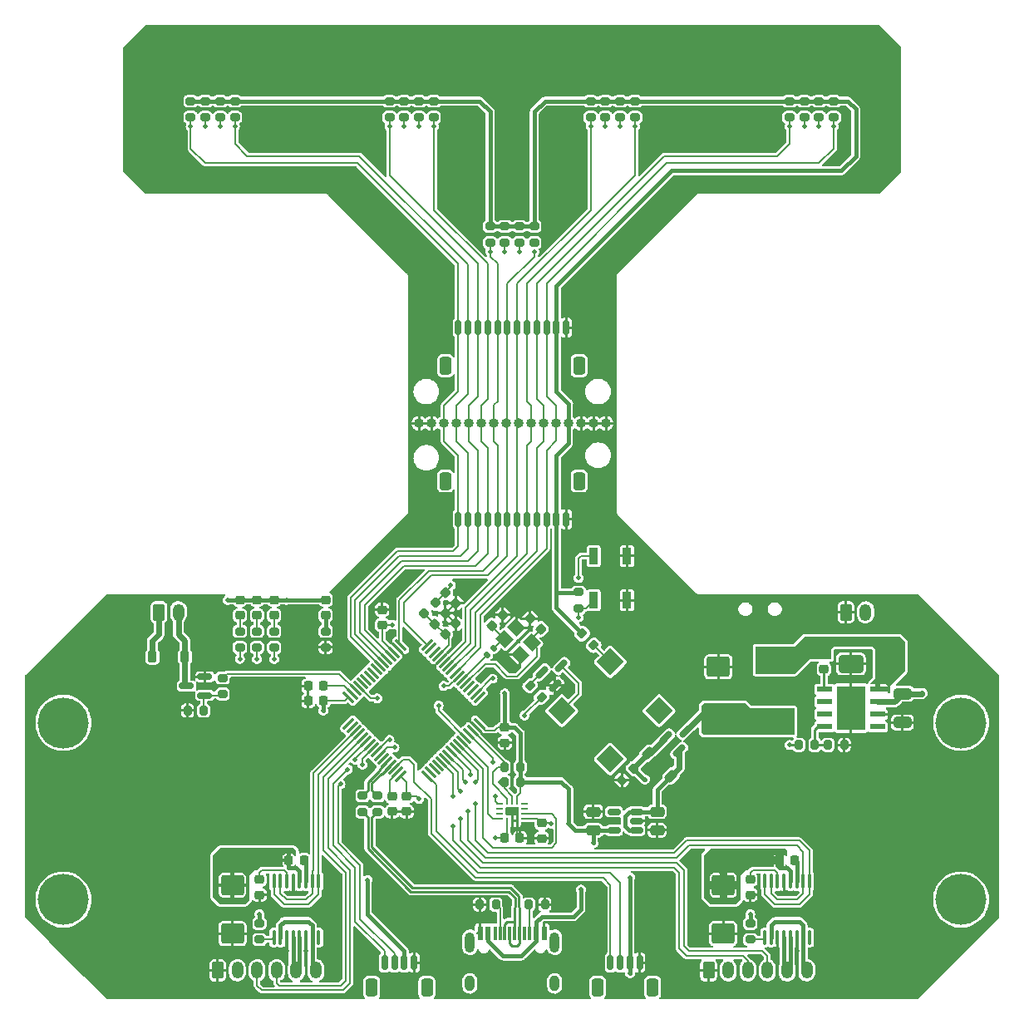
<source format=gbr>
%TF.GenerationSoftware,KiCad,Pcbnew,(7.0.0)*%
%TF.CreationDate,2023-09-26T23:36:23+07:00*%
%TF.ProjectId,Line Tracer F405RGT,4c696e65-2054-4726-9163-657220463430,rev?*%
%TF.SameCoordinates,Original*%
%TF.FileFunction,Copper,L1,Top*%
%TF.FilePolarity,Positive*%
%FSLAX46Y46*%
G04 Gerber Fmt 4.6, Leading zero omitted, Abs format (unit mm)*
G04 Created by KiCad (PCBNEW (7.0.0)) date 2023-09-26 23:36:23*
%MOMM*%
%LPD*%
G01*
G04 APERTURE LIST*
G04 Aperture macros list*
%AMRoundRect*
0 Rectangle with rounded corners*
0 $1 Rounding radius*
0 $2 $3 $4 $5 $6 $7 $8 $9 X,Y pos of 4 corners*
0 Add a 4 corners polygon primitive as box body*
4,1,4,$2,$3,$4,$5,$6,$7,$8,$9,$2,$3,0*
0 Add four circle primitives for the rounded corners*
1,1,$1+$1,$2,$3*
1,1,$1+$1,$4,$5*
1,1,$1+$1,$6,$7*
1,1,$1+$1,$8,$9*
0 Add four rect primitives between the rounded corners*
20,1,$1+$1,$2,$3,$4,$5,0*
20,1,$1+$1,$4,$5,$6,$7,0*
20,1,$1+$1,$6,$7,$8,$9,0*
20,1,$1+$1,$8,$9,$2,$3,0*%
%AMRotRect*
0 Rectangle, with rotation*
0 The origin of the aperture is its center*
0 $1 length*
0 $2 width*
0 $3 Rotation angle, in degrees counterclockwise*
0 Add horizontal line*
21,1,$1,$2,0,0,$3*%
G04 Aperture macros list end*
%TA.AperFunction,SMDPad,CuDef*%
%ADD10RoundRect,0.150000X0.587500X0.150000X-0.587500X0.150000X-0.587500X-0.150000X0.587500X-0.150000X0*%
%TD*%
%TA.AperFunction,SMDPad,CuDef*%
%ADD11RoundRect,0.200000X-0.275000X0.200000X-0.275000X-0.200000X0.275000X-0.200000X0.275000X0.200000X0*%
%TD*%
%TA.AperFunction,SMDPad,CuDef*%
%ADD12R,0.900000X1.700000*%
%TD*%
%TA.AperFunction,SMDPad,CuDef*%
%ADD13RoundRect,0.200000X-0.053033X0.335876X-0.335876X0.053033X0.053033X-0.335876X0.335876X-0.053033X0*%
%TD*%
%TA.AperFunction,ComponentPad*%
%ADD14RoundRect,0.250000X-0.350000X-0.625000X0.350000X-0.625000X0.350000X0.625000X-0.350000X0.625000X0*%
%TD*%
%TA.AperFunction,ComponentPad*%
%ADD15O,1.200000X1.750000*%
%TD*%
%TA.AperFunction,SMDPad,CuDef*%
%ADD16RoundRect,0.150000X0.150000X0.625000X-0.150000X0.625000X-0.150000X-0.625000X0.150000X-0.625000X0*%
%TD*%
%TA.AperFunction,SMDPad,CuDef*%
%ADD17RoundRect,0.250000X0.350000X0.650000X-0.350000X0.650000X-0.350000X-0.650000X0.350000X-0.650000X0*%
%TD*%
%TA.AperFunction,SMDPad,CuDef*%
%ADD18RoundRect,0.225000X-0.250000X0.225000X-0.250000X-0.225000X0.250000X-0.225000X0.250000X0.225000X0*%
%TD*%
%TA.AperFunction,SMDPad,CuDef*%
%ADD19RoundRect,0.150000X-0.309359X-0.521491X0.521491X0.309359X0.309359X0.521491X-0.521491X-0.309359X0*%
%TD*%
%TA.AperFunction,SMDPad,CuDef*%
%ADD20RoundRect,0.225000X0.225000X0.250000X-0.225000X0.250000X-0.225000X-0.250000X0.225000X-0.250000X0*%
%TD*%
%TA.AperFunction,SMDPad,CuDef*%
%ADD21RoundRect,0.225000X0.250000X-0.225000X0.250000X0.225000X-0.250000X0.225000X-0.250000X-0.225000X0*%
%TD*%
%TA.AperFunction,SMDPad,CuDef*%
%ADD22RoundRect,0.200000X0.275000X-0.200000X0.275000X0.200000X-0.275000X0.200000X-0.275000X-0.200000X0*%
%TD*%
%TA.AperFunction,SMDPad,CuDef*%
%ADD23R,3.500000X2.350000*%
%TD*%
%TA.AperFunction,SMDPad,CuDef*%
%ADD24RoundRect,0.100000X0.100000X-0.637500X0.100000X0.637500X-0.100000X0.637500X-0.100000X-0.637500X0*%
%TD*%
%TA.AperFunction,SMDPad,CuDef*%
%ADD25RoundRect,0.200000X0.200000X0.275000X-0.200000X0.275000X-0.200000X-0.275000X0.200000X-0.275000X0*%
%TD*%
%TA.AperFunction,ComponentPad*%
%ADD26O,1.000000X1.000000*%
%TD*%
%TA.AperFunction,SMDPad,CuDef*%
%ADD27RoundRect,0.218750X0.026517X-0.335876X0.335876X-0.026517X-0.026517X0.335876X-0.335876X0.026517X0*%
%TD*%
%TA.AperFunction,SMDPad,CuDef*%
%ADD28RoundRect,0.250000X0.475000X-0.250000X0.475000X0.250000X-0.475000X0.250000X-0.475000X-0.250000X0*%
%TD*%
%TA.AperFunction,SMDPad,CuDef*%
%ADD29RoundRect,0.250000X-0.925000X0.787500X-0.925000X-0.787500X0.925000X-0.787500X0.925000X0.787500X0*%
%TD*%
%TA.AperFunction,SMDPad,CuDef*%
%ADD30RoundRect,0.200000X0.335876X0.053033X0.053033X0.335876X-0.335876X-0.053033X-0.053033X-0.335876X0*%
%TD*%
%TA.AperFunction,SMDPad,CuDef*%
%ADD31RoundRect,0.225000X-0.335876X-0.017678X-0.017678X-0.335876X0.335876X0.017678X0.017678X0.335876X0*%
%TD*%
%TA.AperFunction,SMDPad,CuDef*%
%ADD32RoundRect,0.200000X-0.200000X-0.275000X0.200000X-0.275000X0.200000X0.275000X-0.200000X0.275000X0*%
%TD*%
%TA.AperFunction,SMDPad,CuDef*%
%ADD33RoundRect,0.225000X0.017678X-0.335876X0.335876X-0.017678X-0.017678X0.335876X-0.335876X0.017678X0*%
%TD*%
%TA.AperFunction,SMDPad,CuDef*%
%ADD34RoundRect,0.150000X-0.150000X-0.625000X0.150000X-0.625000X0.150000X0.625000X-0.150000X0.625000X0*%
%TD*%
%TA.AperFunction,SMDPad,CuDef*%
%ADD35RoundRect,0.250000X-0.350000X-0.650000X0.350000X-0.650000X0.350000X0.650000X-0.350000X0.650000X0*%
%TD*%
%TA.AperFunction,SMDPad,CuDef*%
%ADD36RoundRect,0.225000X-0.225000X-0.250000X0.225000X-0.250000X0.225000X0.250000X-0.225000X0.250000X0*%
%TD*%
%TA.AperFunction,SMDPad,CuDef*%
%ADD37RoundRect,0.218750X0.256250X-0.218750X0.256250X0.218750X-0.256250X0.218750X-0.256250X-0.218750X0*%
%TD*%
%TA.AperFunction,SMDPad,CuDef*%
%ADD38RoundRect,0.250000X0.925000X-0.787500X0.925000X0.787500X-0.925000X0.787500X-0.925000X-0.787500X0*%
%TD*%
%TA.AperFunction,SMDPad,CuDef*%
%ADD39RoundRect,0.250000X-0.650000X0.325000X-0.650000X-0.325000X0.650000X-0.325000X0.650000X0.325000X0*%
%TD*%
%TA.AperFunction,SMDPad,CuDef*%
%ADD40RoundRect,0.135000X0.035355X-0.226274X0.226274X-0.035355X-0.035355X0.226274X-0.226274X0.035355X0*%
%TD*%
%TA.AperFunction,SMDPad,CuDef*%
%ADD41RotRect,2.000000X2.000000X225.000000*%
%TD*%
%TA.AperFunction,SMDPad,CuDef*%
%ADD42R,0.675000X0.250000*%
%TD*%
%TA.AperFunction,SMDPad,CuDef*%
%ADD43R,0.250000X0.675000*%
%TD*%
%TA.AperFunction,SMDPad,CuDef*%
%ADD44RoundRect,0.250000X-0.475000X0.250000X-0.475000X-0.250000X0.475000X-0.250000X0.475000X0.250000X0*%
%TD*%
%TA.AperFunction,SMDPad,CuDef*%
%ADD45RoundRect,0.225000X0.424264X0.106066X0.106066X0.424264X-0.424264X-0.106066X-0.106066X-0.424264X0*%
%TD*%
%TA.AperFunction,SMDPad,CuDef*%
%ADD46RoundRect,0.075000X0.441942X0.548008X-0.548008X-0.441942X-0.441942X-0.548008X0.548008X0.441942X0*%
%TD*%
%TA.AperFunction,SMDPad,CuDef*%
%ADD47RoundRect,0.075000X-0.441942X0.548008X-0.548008X0.441942X0.441942X-0.548008X0.548008X-0.441942X0*%
%TD*%
%TA.AperFunction,WasherPad*%
%ADD48C,5.200000*%
%TD*%
%TA.AperFunction,SMDPad,CuDef*%
%ADD49R,0.600000X1.450000*%
%TD*%
%TA.AperFunction,SMDPad,CuDef*%
%ADD50R,0.300000X1.450000*%
%TD*%
%TA.AperFunction,ComponentPad*%
%ADD51O,1.000000X2.100000*%
%TD*%
%TA.AperFunction,ComponentPad*%
%ADD52O,1.000000X1.600000*%
%TD*%
%TA.AperFunction,SMDPad,CuDef*%
%ADD53RoundRect,0.225000X-0.225000X-0.375000X0.225000X-0.375000X0.225000X0.375000X-0.225000X0.375000X0*%
%TD*%
%TA.AperFunction,SMDPad,CuDef*%
%ADD54R,1.550000X0.600000*%
%TD*%
%TA.AperFunction,ComponentPad*%
%ADD55C,0.600000*%
%TD*%
%TA.AperFunction,SMDPad,CuDef*%
%ADD56R,2.600000X3.100000*%
%TD*%
%TA.AperFunction,SMDPad,CuDef*%
%ADD57R,2.950000X4.500000*%
%TD*%
%TA.AperFunction,SMDPad,CuDef*%
%ADD58RoundRect,0.225000X0.335876X0.017678X0.017678X0.335876X-0.335876X-0.017678X-0.017678X-0.335876X0*%
%TD*%
%TA.AperFunction,SMDPad,CuDef*%
%ADD59RoundRect,0.150000X0.512500X0.150000X-0.512500X0.150000X-0.512500X-0.150000X0.512500X-0.150000X0*%
%TD*%
%TA.AperFunction,SMDPad,CuDef*%
%ADD60RotRect,1.400000X1.200000X135.000000*%
%TD*%
%TA.AperFunction,SMDPad,CuDef*%
%ADD61RoundRect,0.200000X-0.335876X-0.053033X-0.053033X-0.335876X0.335876X0.053033X0.053033X0.335876X0*%
%TD*%
%TA.AperFunction,SMDPad,CuDef*%
%ADD62RoundRect,0.250000X1.000000X0.650000X-1.000000X0.650000X-1.000000X-0.650000X1.000000X-0.650000X0*%
%TD*%
%TA.AperFunction,ViaPad*%
%ADD63C,0.500000*%
%TD*%
%TA.AperFunction,Conductor*%
%ADD64C,0.150800*%
%TD*%
%TA.AperFunction,Conductor*%
%ADD65C,0.400000*%
%TD*%
%TA.AperFunction,Conductor*%
%ADD66C,0.600000*%
%TD*%
%TA.AperFunction,Conductor*%
%ADD67C,0.254000*%
%TD*%
%TA.AperFunction,Conductor*%
%ADD68C,0.228600*%
%TD*%
G04 APERTURE END LIST*
D10*
%TO.P,Q2,1,G*%
%TO.N,Net-(Q2-G)*%
X114737500Y-113800000D03*
%TO.P,Q2,2,S*%
%TO.N,GND*%
X114737500Y-111900000D03*
%TO.P,Q2,3,D*%
%TO.N,Net-(D5-A)*%
X112862500Y-112850000D03*
%TD*%
D11*
%TO.P,R14,1*%
%TO.N,+3V3*%
X158550000Y-53275000D03*
%TO.P,R14,2*%
%TO.N,/MCU/D3*%
X158550000Y-54925000D03*
%TD*%
D12*
%TO.P,SW3,1,1*%
%TO.N,/MCU/BUTTON*%
X154349999Y-99599999D03*
%TO.P,SW3,2,2*%
%TO.N,GND*%
X157749999Y-99599999D03*
%TD*%
D13*
%TO.P,R3,1*%
%TO.N,VBUS*%
X158383363Y-121266637D03*
%TO.P,R3,2*%
%TO.N,GND*%
X157216637Y-122433363D03*
%TD*%
D14*
%TO.P,J3,1,Pin_1*%
%TO.N,GND*%
X166050000Y-141800000D03*
D15*
%TO.P,J3,2,Pin_2*%
%TO.N,+3V3*%
X168049999Y-141799999D03*
%TO.P,J3,3,Pin_3*%
%TO.N,/MCU/ENCODERB.1*%
X170049999Y-141799999D03*
%TO.P,J3,4,Pin_4*%
%TO.N,/MCU/ENCODERB.2*%
X172049999Y-141799999D03*
%TO.P,J3,5,Pin_5*%
%TO.N,Net-(J3-Pin_5)*%
X174049999Y-141799999D03*
%TO.P,J3,6,Pin_6*%
%TO.N,Net-(J3-Pin_6)*%
X176049999Y-141799999D03*
%TD*%
D12*
%TO.P,SW2,1,1*%
%TO.N,/MCU/RST*%
X154349999Y-104099999D03*
%TO.P,SW2,2,2*%
%TO.N,GND*%
X157749999Y-104099999D03*
%TD*%
D16*
%TO.P,J7,1,Pin_1*%
%TO.N,GND*%
X136050000Y-141025000D03*
%TO.P,J7,2,Pin_2*%
%TO.N,+3V3*%
X135050000Y-141025000D03*
%TO.P,J7,3,Pin_3*%
%TO.N,/MCU/RX5*%
X134050000Y-141025000D03*
%TO.P,J7,4,Pin_4*%
%TO.N,/MCU/TX5*%
X133050000Y-141025000D03*
D17*
%TO.P,J7,MP*%
%TO.N,N/C*%
X137350000Y-143550000D03*
X131750000Y-143550000D03*
%TD*%
D18*
%TO.P,C10,1*%
%TO.N,+3V3*%
X149050000Y-126825000D03*
%TO.P,C10,2*%
%TO.N,GND*%
X149050000Y-128375000D03*
%TD*%
D11*
%TO.P,R22,1*%
%TO.N,+3V3*%
X113300000Y-53275000D03*
%TO.P,R22,2*%
%TO.N,/MCU/D8*%
X113300000Y-54925000D03*
%TD*%
D19*
%TO.P,Q3,1,G*%
%TO.N,Net-(Q3-G)*%
X149058482Y-111452074D03*
%TO.P,Q3,2,S*%
%TO.N,GND*%
X150401985Y-112795577D03*
%TO.P,Q3,3,D*%
%TO.N,Net-(BZ1-+)*%
X151056059Y-110798000D03*
%TD*%
D11*
%TO.P,R13,1*%
%TO.N,+3V3*%
X178800000Y-53275000D03*
%TO.P,R13,2*%
%TO.N,/MCU/D1*%
X178800000Y-54925000D03*
%TD*%
D20*
%TO.P,C8,1*%
%TO.N,Net-(U1-VCAP_1)*%
X126825000Y-112850000D03*
%TO.P,C8,2*%
%TO.N,GND*%
X125275000Y-112850000D03*
%TD*%
D21*
%TO.P,C23,1*%
%TO.N,Net-(U13-BOOT)*%
X177800000Y-111125000D03*
%TO.P,C23,2*%
%TO.N,Net-(D6-K)*%
X177800000Y-109575000D03*
%TD*%
%TO.P,C2,1*%
%TO.N,+3V3*%
X132800000Y-106625000D03*
%TO.P,C2,2*%
%TO.N,GND*%
X132800000Y-105075000D03*
%TD*%
D22*
%TO.P,R7,1*%
%TO.N,/MCU/LED2*%
X120050000Y-108925000D03*
%TO.P,R7,2*%
%TO.N,Net-(D3-K)*%
X120050000Y-107275000D03*
%TD*%
D23*
%TO.P,L1,1*%
%TO.N,Net-(D6-K)*%
X172799999Y-110325000D03*
%TO.P,L1,2*%
%TO.N,+5V*%
X172799999Y-116375000D03*
%TD*%
D18*
%TO.P,C18,1*%
%TO.N,Net-(U16-VINT)*%
X120300000Y-132575000D03*
%TO.P,C18,2*%
%TO.N,GND*%
X120300000Y-134125000D03*
%TD*%
D24*
%TO.P,U16,1,nSLEEP*%
%TO.N,Net-(U16-nSLEEP)*%
X121775000Y-138462500D03*
%TO.P,U16,2,AOUT1*%
%TO.N,Net-(J5-Pin_6)*%
X122425000Y-138462500D03*
%TO.P,U16,3,AISEN*%
%TO.N,GND*%
X123075000Y-138462500D03*
%TO.P,U16,4,AOUT2*%
%TO.N,Net-(J5-Pin_5)*%
X123725000Y-138462500D03*
%TO.P,U16,5,BOUT2*%
X124375000Y-138462500D03*
%TO.P,U16,6,BISEN*%
%TO.N,GND*%
X125025000Y-138462500D03*
%TO.P,U16,7,BOUT1*%
%TO.N,Net-(J5-Pin_6)*%
X125675000Y-138462500D03*
%TO.P,U16,8,nFAULT*%
%TO.N,unconnected-(U16-nFAULT-Pad8)*%
X126325000Y-138462500D03*
%TO.P,U16,9,BIN1*%
%TO.N,/MCU/PWMA.2*%
X126325000Y-132737500D03*
%TO.P,U16,10,BIN2*%
%TO.N,/MCU/PWMA.1*%
X125675000Y-132737500D03*
%TO.P,U16,11,VCP*%
%TO.N,Net-(U16-VCP)*%
X125025000Y-132737500D03*
%TO.P,U16,12,VM*%
%TO.N,V_BATT*%
X124375000Y-132737500D03*
%TO.P,U16,13,GND*%
%TO.N,GND*%
X123725000Y-132737500D03*
%TO.P,U16,14,VINT*%
%TO.N,Net-(U16-VINT)*%
X123075000Y-132737500D03*
%TO.P,U16,15,AIN2*%
%TO.N,/MCU/PWMA.1*%
X122425000Y-132737500D03*
%TO.P,U16,16,AIN1*%
%TO.N,/MCU/PWMA.2*%
X121775000Y-132737500D03*
%TD*%
D22*
%TO.P,R32,1*%
%TO.N,Net-(Q2-G)*%
X116550000Y-113675000D03*
%TO.P,R32,2*%
%TO.N,/MCU/PWM_AUX*%
X116550000Y-112025000D03*
%TD*%
D25*
%TO.P,R2,1*%
%TO.N,GND*%
X149375000Y-135100000D03*
%TO.P,R2,2*%
%TO.N,Net-(J1-CC2)*%
X147725000Y-135100000D03*
%TD*%
D26*
%TO.P,REF\u002A\u002A,1*%
%TO.N,GND*%
X136549999Y-86099999D03*
%TO.P,REF\u002A\u002A,2*%
X137819999Y-86099999D03*
%TO.P,REF\u002A\u002A,3*%
%TO.N,/MCU/D8*%
X139089999Y-86099999D03*
%TO.P,REF\u002A\u002A,4*%
%TO.N,/MCU/D7*%
X140359999Y-86099999D03*
%TO.P,REF\u002A\u002A,5*%
%TO.N,/MCU/D6*%
X141629999Y-86099999D03*
%TO.P,REF\u002A\u002A,6*%
%TO.N,/MCU/D5*%
X142899999Y-86099999D03*
%TO.P,REF\u002A\u002A,7*%
%TO.N,/MCU/MD4*%
X144169999Y-86099999D03*
%TO.P,REF\u002A\u002A,8*%
%TO.N,/MCU/MD3*%
X145439999Y-86099999D03*
%TO.P,REF\u002A\u002A,9*%
%TO.N,/MCU/D4*%
X146709999Y-86099999D03*
%TO.P,REF\u002A\u002A,10*%
%TO.N,/MCU/D3*%
X147979999Y-86099999D03*
%TO.P,REF\u002A\u002A,11*%
%TO.N,/MCU/D2*%
X149249999Y-86099999D03*
%TO.P,REF\u002A\u002A,12*%
%TO.N,/MCU/D1*%
X150519999Y-86099999D03*
%TO.P,REF\u002A\u002A,13*%
%TO.N,+3V3*%
X151789999Y-86099999D03*
%TO.P,REF\u002A\u002A,14*%
%TO.N,GND*%
X153059999Y-86099999D03*
%TO.P,REF\u002A\u002A,15*%
X154329999Y-86099999D03*
%TO.P,REF\u002A\u002A,16*%
X155599999Y-86099999D03*
%TD*%
D11*
%TO.P,R16,1*%
%TO.N,+3V3*%
X177300000Y-53275000D03*
%TO.P,R16,2*%
%TO.N,Net-(U3-A)*%
X177300000Y-54925000D03*
%TD*%
D24*
%TO.P,U15,1,nSLEEP*%
%TO.N,Net-(U15-nSLEEP)*%
X171775000Y-138462500D03*
%TO.P,U15,2,AOUT1*%
%TO.N,Net-(J3-Pin_6)*%
X172425000Y-138462500D03*
%TO.P,U15,3,AISEN*%
%TO.N,GND*%
X173075000Y-138462500D03*
%TO.P,U15,4,AOUT2*%
%TO.N,Net-(J3-Pin_5)*%
X173725000Y-138462500D03*
%TO.P,U15,5,BOUT2*%
X174375000Y-138462500D03*
%TO.P,U15,6,BISEN*%
%TO.N,GND*%
X175025000Y-138462500D03*
%TO.P,U15,7,BOUT1*%
%TO.N,Net-(J3-Pin_6)*%
X175675000Y-138462500D03*
%TO.P,U15,8,nFAULT*%
%TO.N,unconnected-(U15-nFAULT-Pad8)*%
X176325000Y-138462500D03*
%TO.P,U15,9,BIN1*%
%TO.N,/MCU/PWMB.1*%
X176325000Y-132737500D03*
%TO.P,U15,10,BIN2*%
%TO.N,/MCU/PWMB.2*%
X175675000Y-132737500D03*
%TO.P,U15,11,VCP*%
%TO.N,Net-(U15-VCP)*%
X175025000Y-132737500D03*
%TO.P,U15,12,VM*%
%TO.N,V_BATT*%
X174375000Y-132737500D03*
%TO.P,U15,13,GND*%
%TO.N,GND*%
X173725000Y-132737500D03*
%TO.P,U15,14,VINT*%
%TO.N,Net-(U15-VINT)*%
X173075000Y-132737500D03*
%TO.P,U15,15,AIN2*%
%TO.N,/MCU/PWMB.2*%
X172425000Y-132737500D03*
%TO.P,U15,16,AIN1*%
%TO.N,/MCU/PWMB.1*%
X171775000Y-132737500D03*
%TD*%
D27*
%TO.P,FB1,1*%
%TO.N,+3.3VA*%
X137084143Y-105477022D03*
%TO.P,FB1,2*%
%TO.N,+3V3*%
X138197837Y-104363328D03*
%TD*%
D16*
%TO.P,J10,1,Pin_1*%
%TO.N,GND*%
X151550000Y-95850000D03*
%TO.P,J10,2,Pin_2*%
%TO.N,+3V3*%
X150550000Y-95850000D03*
%TO.P,J10,3,Pin_3*%
%TO.N,/MCU/D1*%
X149550000Y-95850000D03*
%TO.P,J10,4,Pin_4*%
%TO.N,/MCU/D2*%
X148550000Y-95850000D03*
%TO.P,J10,5,Pin_5*%
%TO.N,/MCU/D3*%
X147550000Y-95850000D03*
%TO.P,J10,6,Pin_6*%
%TO.N,/MCU/D4*%
X146550000Y-95850000D03*
%TO.P,J10,7,Pin_7*%
%TO.N,/MCU/MD3*%
X145550000Y-95850000D03*
%TO.P,J10,8,Pin_8*%
%TO.N,/MCU/MD4*%
X144550000Y-95850000D03*
%TO.P,J10,9,Pin_9*%
%TO.N,/MCU/D5*%
X143550000Y-95850000D03*
%TO.P,J10,10,Pin_10*%
%TO.N,/MCU/D6*%
X142550000Y-95850000D03*
%TO.P,J10,11,Pin_11*%
%TO.N,/MCU/D7*%
X141550000Y-95850000D03*
%TO.P,J10,12,Pin_12*%
%TO.N,/MCU/D8*%
X140550000Y-95850000D03*
D17*
%TO.P,J10,MP*%
%TO.N,N/C*%
X152850000Y-91975000D03*
X139250000Y-91975000D03*
%TD*%
D14*
%TO.P,J9,1,Pin_1*%
%TO.N,GND*%
X180050000Y-105350000D03*
D15*
%TO.P,J9,2,Pin_2*%
%TO.N,+BATT*%
X182049999Y-105349999D03*
%TD*%
D28*
%TO.P,C22,1*%
%TO.N,+3V3*%
X154300000Y-127550000D03*
%TO.P,C22,2*%
%TO.N,GND*%
X154300000Y-125650000D03*
%TD*%
D14*
%TO.P,J5,1,Pin_1*%
%TO.N,GND*%
X116050000Y-141800000D03*
D15*
%TO.P,J5,2,Pin_2*%
%TO.N,+3V3*%
X118049999Y-141799999D03*
%TO.P,J5,3,Pin_3*%
%TO.N,/MCU/ENCODERA.1*%
X120049999Y-141799999D03*
%TO.P,J5,4,Pin_4*%
%TO.N,/MCU/ENCODERA.2*%
X122049999Y-141799999D03*
%TO.P,J5,5,Pin_5*%
%TO.N,Net-(J5-Pin_5)*%
X124049999Y-141799999D03*
%TO.P,J5,6,Pin_6*%
%TO.N,Net-(J5-Pin_6)*%
X126049999Y-141799999D03*
%TD*%
D11*
%TO.P,R20,1*%
%TO.N,+3V3*%
X157050000Y-53275000D03*
%TO.P,R20,2*%
%TO.N,Net-(U4-A)*%
X157050000Y-54925000D03*
%TD*%
D29*
%TO.P,C19,1*%
%TO.N,V_BATT*%
X117550000Y-133137500D03*
%TO.P,C19,2*%
%TO.N,GND*%
X117550000Y-138062500D03*
%TD*%
D11*
%TO.P,R19,1*%
%TO.N,+3V3*%
X174300000Y-53275000D03*
%TO.P,R19,2*%
%TO.N,/MCU/D2*%
X174300000Y-54925000D03*
%TD*%
%TO.P,R26,1*%
%TO.N,+3V3*%
X148300000Y-66025000D03*
%TO.P,R26,2*%
%TO.N,/MCU/MD3*%
X148300000Y-67675000D03*
%TD*%
D30*
%TO.P,R36,1*%
%TO.N,Net-(U1-PB10)*%
X149031965Y-113988819D03*
%TO.P,R36,2*%
%TO.N,Net-(Q3-G)*%
X147865239Y-112822093D03*
%TD*%
D31*
%TO.P,C5,1*%
%TO.N,+3V3*%
X139214302Y-103311508D03*
%TO.P,C5,2*%
%TO.N,GND*%
X140310318Y-104407524D03*
%TD*%
D18*
%TO.P,C4,1*%
%TO.N,+3V3*%
X135300000Y-124075001D03*
%TO.P,C4,2*%
%TO.N,GND*%
X135300000Y-125625001D03*
%TD*%
D25*
%TO.P,R9,1*%
%TO.N,+3V3*%
X146875000Y-121100000D03*
%TO.P,R9,2*%
%TO.N,/MCU/SDA*%
X145225000Y-121100000D03*
%TD*%
D32*
%TO.P,R1,1*%
%TO.N,GND*%
X142725000Y-135100000D03*
%TO.P,R1,2*%
%TO.N,Net-(J1-CC1)*%
X144375000Y-135100000D03*
%TD*%
D33*
%TO.P,C12,1*%
%TO.N,Net-(C12-Pad1)*%
X143987273Y-106705620D03*
%TO.P,C12,2*%
%TO.N,GND*%
X145083289Y-105609604D03*
%TD*%
D34*
%TO.P,J6,1,Pin_1*%
%TO.N,/MCU/D8*%
X140550000Y-76350000D03*
%TO.P,J6,2,Pin_2*%
%TO.N,/MCU/D7*%
X141550000Y-76350000D03*
%TO.P,J6,3,Pin_3*%
%TO.N,/MCU/D6*%
X142550000Y-76350000D03*
%TO.P,J6,4,Pin_4*%
%TO.N,/MCU/D5*%
X143550000Y-76350000D03*
%TO.P,J6,5,Pin_5*%
%TO.N,/MCU/MD4*%
X144550000Y-76350000D03*
%TO.P,J6,6,Pin_6*%
%TO.N,/MCU/MD3*%
X145550000Y-76350000D03*
%TO.P,J6,7,Pin_7*%
%TO.N,/MCU/D4*%
X146550000Y-76350000D03*
%TO.P,J6,8,Pin_8*%
%TO.N,/MCU/D3*%
X147550000Y-76350000D03*
%TO.P,J6,9,Pin_9*%
%TO.N,/MCU/D2*%
X148550000Y-76350000D03*
%TO.P,J6,10,Pin_10*%
%TO.N,/MCU/D1*%
X149550000Y-76350000D03*
%TO.P,J6,11,Pin_11*%
%TO.N,+3V3*%
X150550000Y-76350000D03*
%TO.P,J6,12,Pin_12*%
%TO.N,GND*%
X151550000Y-76350000D03*
D35*
%TO.P,J6,MP*%
%TO.N,N/C*%
X139250000Y-80225000D03*
X152850000Y-80225000D03*
%TD*%
D33*
%TO.P,C7,1*%
%TO.N,+3.3VA*%
X138153642Y-106528843D03*
%TO.P,C7,2*%
%TO.N,GND*%
X139249658Y-105432827D03*
%TD*%
D36*
%TO.P,C16,1*%
%TO.N,V_BATT*%
X173275000Y-130600000D03*
%TO.P,C16,2*%
%TO.N,Net-(U15-VCP)*%
X174825000Y-130600000D03*
%TD*%
D37*
%TO.P,D4,1,K*%
%TO.N,Net-(D4-K)*%
X121800000Y-105637500D03*
%TO.P,D4,2,A*%
%TO.N,+3V3*%
X121800000Y-104062500D03*
%TD*%
D11*
%TO.P,R40,1*%
%TO.N,+3V3*%
X135050000Y-53275000D03*
%TO.P,R40,2*%
%TO.N,Net-(U8-A)*%
X135050000Y-54925000D03*
%TD*%
%TO.P,R41,1*%
%TO.N,+3V3*%
X114800000Y-53275000D03*
%TO.P,R41,2*%
%TO.N,Net-(U10-A)*%
X114800000Y-54925000D03*
%TD*%
%TO.P,R31,1*%
%TO.N,+3V3*%
X170300000Y-137025000D03*
%TO.P,R31,2*%
%TO.N,Net-(U15-nSLEEP)*%
X170300000Y-138675000D03*
%TD*%
D38*
%TO.P,C24,1*%
%TO.N,+5V*%
X167050000Y-115812500D03*
%TO.P,C24,2*%
%TO.N,GND*%
X167050000Y-110887500D03*
%TD*%
D39*
%TO.P,C25,1*%
%TO.N,V_BATT*%
X185800001Y-113625000D03*
%TO.P,C25,2*%
%TO.N,GND*%
X185800001Y-116575000D03*
%TD*%
D18*
%TO.P,C14,1*%
%TO.N,Net-(U15-VINT)*%
X170300000Y-132575000D03*
%TO.P,C14,2*%
%TO.N,GND*%
X170300000Y-134125000D03*
%TD*%
D11*
%TO.P,R34,1*%
%TO.N,+3V3*%
X120300000Y-137025000D03*
%TO.P,R34,2*%
%TO.N,Net-(U16-nSLEEP)*%
X120300000Y-138675000D03*
%TD*%
D40*
%TO.P,R10,1*%
%TO.N,/MCU/HSE_OUT*%
X143467551Y-109700216D03*
%TO.P,R10,2*%
%TO.N,Net-(C12-Pad1)*%
X144188799Y-108978968D03*
%TD*%
D11*
%TO.P,R21,1*%
%TO.N,+3V3*%
X117800000Y-53275000D03*
%TO.P,R21,2*%
%TO.N,/MCU/D7*%
X117800000Y-54925000D03*
%TD*%
D32*
%TO.P,R27,1*%
%TO.N,/Power/VSENSE*%
X178225000Y-118850000D03*
%TO.P,R27,2*%
%TO.N,GND*%
X179875000Y-118850000D03*
%TD*%
D19*
%TO.P,Q1,1,G*%
%TO.N,VBUS*%
X161715336Y-118091161D03*
%TO.P,Q1,2,S*%
%TO.N,VDD*%
X163058839Y-119434664D03*
%TO.P,Q1,3,D*%
%TO.N,+5V*%
X163712913Y-117437087D03*
%TD*%
D11*
%TO.P,R38,1*%
%TO.N,+3V3*%
X175800000Y-53275000D03*
%TO.P,R38,2*%
%TO.N,Net-(U7-A)*%
X175800000Y-54925000D03*
%TD*%
D32*
%TO.P,R25,1*%
%TO.N,+5V*%
X175225000Y-118850000D03*
%TO.P,R25,2*%
%TO.N,/Power/VSENSE*%
X176875000Y-118850000D03*
%TD*%
D41*
%TO.P,BZ1,1,-*%
%TO.N,Net-(BZ1--)*%
X156049999Y-110400252D03*
%TO.P,BZ1,2,+*%
%TO.N,Net-(BZ1-+)*%
X151100252Y-115349999D03*
%TO.P,BZ1,3*%
%TO.N,N/C*%
X156049999Y-120299746D03*
%TO.P,BZ1,4*%
X160999746Y-115349999D03*
%TD*%
D11*
%TO.P,R18,1*%
%TO.N,+3V3*%
X133550000Y-53275000D03*
%TO.P,R18,2*%
%TO.N,/MCU/D6*%
X133550000Y-54925000D03*
%TD*%
D22*
%TO.P,R8,1*%
%TO.N,/MCU/LED3*%
X121800000Y-108925000D03*
%TO.P,R8,2*%
%TO.N,Net-(D4-K)*%
X121800000Y-107275000D03*
%TD*%
D11*
%TO.P,R5,1*%
%TO.N,/MCU/D_P*%
X132300000Y-124025000D03*
%TO.P,R5,2*%
%TO.N,/MCU/USB_P*%
X132300000Y-125675000D03*
%TD*%
%TO.P,R30,1*%
%TO.N,+3V3*%
X146800000Y-66025000D03*
%TO.P,R30,2*%
%TO.N,Net-(U12-A)*%
X146800000Y-67675000D03*
%TD*%
D14*
%TO.P,J4,1,Pin_1*%
%TO.N,+3V3*%
X110050000Y-105347500D03*
D15*
%TO.P,J4,2,Pin_2*%
%TO.N,Net-(D5-A)*%
X112049999Y-105347499D03*
%TD*%
D42*
%TO.P,U2,1,SDO*%
%TO.N,+3V3*%
X144787499Y-124849999D03*
%TO.P,U2,2,ASDx*%
%TO.N,unconnected-(U2-ASDx-Pad2)*%
X144787499Y-125349999D03*
%TO.P,U2,3,ASCx*%
%TO.N,unconnected-(U2-ASCx-Pad3)*%
X144787499Y-125849999D03*
%TO.P,U2,4,INT1*%
%TO.N,/MCU/INT2*%
X144787499Y-126349999D03*
D43*
%TO.P,U2,5,VDDIO*%
%TO.N,+3V3*%
X145549999Y-126612499D03*
%TO.P,U2,6,GNDIO*%
%TO.N,GND*%
X146049999Y-126612499D03*
%TO.P,U2,7,GND*%
X146549999Y-126612499D03*
D42*
%TO.P,U2,8,VDD*%
%TO.N,+3V3*%
X147312499Y-126349999D03*
%TO.P,U2,9,INT2*%
%TO.N,/MCU/INT1*%
X147312499Y-125849999D03*
%TO.P,U2,10,OCSB*%
%TO.N,unconnected-(U2-OCSB-Pad10)*%
X147312499Y-125349999D03*
%TO.P,U2,11,OSDO*%
%TO.N,unconnected-(U2-OSDO-Pad11)*%
X147312499Y-124849999D03*
D43*
%TO.P,U2,12,CSB*%
%TO.N,+3V3*%
X146549999Y-124587499D03*
%TO.P,U2,13,SCx*%
%TO.N,/MCU/SCL*%
X146049999Y-124587499D03*
%TO.P,U2,14,SDx*%
%TO.N,/MCU/SDA*%
X145549999Y-124587499D03*
%TD*%
D11*
%TO.P,R39,1*%
%TO.N,+3V3*%
X155550000Y-53275000D03*
%TO.P,R39,2*%
%TO.N,Net-(U5-A)*%
X155550000Y-54925000D03*
%TD*%
D37*
%TO.P,D3,1,K*%
%TO.N,Net-(D3-K)*%
X120050000Y-105637500D03*
%TO.P,D3,2,A*%
%TO.N,+3V3*%
X120050000Y-104062500D03*
%TD*%
D25*
%TO.P,R33,1*%
%TO.N,Net-(Q2-G)*%
X114625000Y-115350000D03*
%TO.P,R33,2*%
%TO.N,GND*%
X112975000Y-115350000D03*
%TD*%
D11*
%TO.P,R23,1*%
%TO.N,+3V3*%
X136550000Y-53275000D03*
%TO.P,R23,2*%
%TO.N,Net-(U6-A)*%
X136550000Y-54925000D03*
%TD*%
D44*
%TO.P,C21,1*%
%TO.N,VDD*%
X160800000Y-125650000D03*
%TO.P,C21,2*%
%TO.N,GND*%
X160800000Y-127550000D03*
%TD*%
D20*
%TO.P,C1,1*%
%TO.N,+3V3*%
X126825001Y-114350000D03*
%TO.P,C1,2*%
%TO.N,GND*%
X125275001Y-114350000D03*
%TD*%
D45*
%TO.P,D1,1,K*%
%TO.N,VDD*%
X162216726Y-122016726D03*
%TO.P,D1,2,A*%
%TO.N,VBUS*%
X159883274Y-119683274D03*
%TD*%
D46*
%TO.P,U1,1,VBAT*%
%TO.N,unconnected-(U1-VBAT-Pad1)*%
X142714481Y-113988819D03*
%TO.P,U1,2,PC13*%
%TO.N,/MCU/BUTTON*%
X142360928Y-113635266D03*
%TO.P,U1,3,PC14*%
%TO.N,unconnected-(U1-PC14-Pad3)*%
X142007375Y-113281713D03*
%TO.P,U1,4,PC15*%
%TO.N,unconnected-(U1-PC15-Pad4)*%
X141653821Y-112928159D03*
%TO.P,U1,5,PH0*%
%TO.N,/MCU/HSE_IN*%
X141300268Y-112574606D03*
%TO.P,U1,6,PH1*%
%TO.N,/MCU/HSE_OUT*%
X140946714Y-112221052D03*
%TO.P,U1,7,NRST*%
%TO.N,/MCU/RST*%
X140593161Y-111867499D03*
%TO.P,U1,8,PC0*%
%TO.N,/MCU/D1*%
X140239608Y-111513946D03*
%TO.P,U1,9,PC1*%
%TO.N,/MCU/D2*%
X139886054Y-111160392D03*
%TO.P,U1,10,PC2*%
%TO.N,/MCU/D3*%
X139532501Y-110806839D03*
%TO.P,U1,11,PC3*%
%TO.N,/MCU/D4*%
X139178948Y-110453286D03*
%TO.P,U1,12,VSSA*%
%TO.N,GND*%
X138825394Y-110099732D03*
%TO.P,U1,13,VDDA*%
%TO.N,+3.3VA*%
X138471841Y-109746179D03*
%TO.P,U1,14,PA0*%
%TO.N,/MCU/MD1*%
X138118287Y-109392625D03*
%TO.P,U1,15,PA1*%
%TO.N,/MCU/MD2*%
X137764734Y-109039072D03*
%TO.P,U1,16,PA2*%
%TO.N,/MCU/MD3*%
X137411181Y-108685519D03*
D47*
%TO.P,U1,17,PA3*%
%TO.N,/MCU/MD4*%
X134688819Y-108685519D03*
%TO.P,U1,18,VSS*%
%TO.N,GND*%
X134335266Y-109039072D03*
%TO.P,U1,19,VDD*%
%TO.N,+3V3*%
X133981713Y-109392625D03*
%TO.P,U1,20,PA4*%
%TO.N,/MCU/D5*%
X133628159Y-109746179D03*
%TO.P,U1,21,PA5*%
%TO.N,/MCU/D6*%
X133274606Y-110099732D03*
%TO.P,U1,22,PA6*%
%TO.N,/MCU/D7*%
X132921052Y-110453286D03*
%TO.P,U1,23,PA7*%
%TO.N,/MCU/D8*%
X132567499Y-110806839D03*
%TO.P,U1,24,PC4*%
%TO.N,unconnected-(U1-PC4-Pad24)*%
X132213946Y-111160392D03*
%TO.P,U1,25,PC5*%
%TO.N,unconnected-(U1-PC5-Pad25)*%
X131860392Y-111513946D03*
%TO.P,U1,26,PB0*%
%TO.N,unconnected-(U1-PB0-Pad26)*%
X131506839Y-111867499D03*
%TO.P,U1,27,PB1*%
%TO.N,unconnected-(U1-PB1-Pad27)*%
X131153286Y-112221052D03*
%TO.P,U1,28,PB2*%
%TO.N,unconnected-(U1-PB2-Pad28)*%
X130799732Y-112574606D03*
%TO.P,U1,29,PB10*%
%TO.N,Net-(U1-PB10)*%
X130446179Y-112928159D03*
%TO.P,U1,30,PB11*%
%TO.N,/MCU/PWM_AUX*%
X130092625Y-113281713D03*
%TO.P,U1,31,VCAP_1*%
%TO.N,Net-(U1-VCAP_1)*%
X129739072Y-113635266D03*
%TO.P,U1,32,VDD*%
%TO.N,+3V3*%
X129385519Y-113988819D03*
D46*
%TO.P,U1,33,PB12*%
%TO.N,unconnected-(U1-PB12-Pad33)*%
X129385519Y-116711181D03*
%TO.P,U1,34,PB13*%
%TO.N,unconnected-(U1-PB13-Pad34)*%
X129739072Y-117064734D03*
%TO.P,U1,35,PB14*%
%TO.N,/MCU/PWMA.1*%
X130092625Y-117418287D03*
%TO.P,U1,36,PB15*%
%TO.N,/MCU/PWMA.2*%
X130446179Y-117771841D03*
%TO.P,U1,37,PC6*%
%TO.N,/MCU/ENCODERA.2*%
X130799732Y-118125394D03*
%TO.P,U1,38,PC7*%
%TO.N,/MCU/ENCODERA.1*%
X131153286Y-118478948D03*
%TO.P,U1,39,PC8*%
%TO.N,/MCU/ENCODERB.2*%
X131506839Y-118832501D03*
%TO.P,U1,40,PC9*%
%TO.N,/MCU/ENCODERB.1*%
X131860392Y-119186054D03*
%TO.P,U1,41,PA8*%
%TO.N,/MCU/PWMB.1*%
X132213946Y-119539608D03*
%TO.P,U1,42,PA9*%
%TO.N,/MCU/PWMB.2*%
X132567499Y-119893161D03*
%TO.P,U1,43,PA10*%
%TO.N,unconnected-(U1-PA10-Pad43)*%
X132921052Y-120246714D03*
%TO.P,U1,44,PA11*%
%TO.N,/MCU/D_N*%
X133274606Y-120600268D03*
%TO.P,U1,45,PA12*%
%TO.N,/MCU/D_P*%
X133628159Y-120953821D03*
%TO.P,U1,46,PA13*%
%TO.N,/MCU/SWDIO*%
X133981713Y-121307375D03*
%TO.P,U1,47,VCAP_2*%
%TO.N,Net-(U1-VCAP_2)*%
X134335266Y-121660928D03*
%TO.P,U1,48,VDD*%
%TO.N,+3V3*%
X134688819Y-122014481D03*
D47*
%TO.P,U1,49,PA14*%
%TO.N,/MCU/SWCLK*%
X137411181Y-122014481D03*
%TO.P,U1,50,PA15*%
%TO.N,unconnected-(U1-PA15-Pad50)*%
X137764734Y-121660928D03*
%TO.P,U1,51,PC10*%
%TO.N,unconnected-(U1-PC10-Pad51)*%
X138118287Y-121307375D03*
%TO.P,U1,52,PC11*%
%TO.N,unconnected-(U1-PC11-Pad52)*%
X138471841Y-120953821D03*
%TO.P,U1,53,PC12*%
%TO.N,/MCU/TX5*%
X138825394Y-120600268D03*
%TO.P,U1,54,PD2*%
%TO.N,/MCU/RX5*%
X139178948Y-120246714D03*
%TO.P,U1,55,PB3*%
%TO.N,/MCU/LED1*%
X139532501Y-119893161D03*
%TO.P,U1,56,PB4*%
%TO.N,/MCU/LED2*%
X139886054Y-119539608D03*
%TO.P,U1,57,PB5*%
%TO.N,/MCU/LED3*%
X140239608Y-119186054D03*
%TO.P,U1,58,PB6*%
%TO.N,/MCU/INT1*%
X140593161Y-118832501D03*
%TO.P,U1,59,PB7*%
%TO.N,/MCU/INT2*%
X140946714Y-118478948D03*
%TO.P,U1,60,BOOT0*%
%TO.N,/MCU/BOOT0*%
X141300268Y-118125394D03*
%TO.P,U1,61,PB8*%
%TO.N,/MCU/SCL*%
X141653821Y-117771841D03*
%TO.P,U1,62,PB9*%
%TO.N,/MCU/SDA*%
X142007375Y-117418287D03*
%TO.P,U1,63,VSS*%
%TO.N,GND*%
X142360928Y-117064734D03*
%TO.P,U1,64,VDD*%
%TO.N,+3V3*%
X142714481Y-116711181D03*
%TD*%
D48*
%TO.P,REF\u002A\u002A,*%
%TO.N,*%
X191770000Y-134600000D03*
X191770000Y-116600000D03*
%TD*%
D11*
%TO.P,R15,1*%
%TO.N,+3V3*%
X154050000Y-53275000D03*
%TO.P,R15,2*%
%TO.N,/MCU/D4*%
X154050000Y-54925000D03*
%TD*%
D49*
%TO.P,J1,A1,GND*%
%TO.N,GND*%
X142799999Y-138036249D03*
%TO.P,J1,A4,VBUS*%
%TO.N,VBUS*%
X143599999Y-138036249D03*
D50*
%TO.P,J1,A5,CC1*%
%TO.N,Net-(J1-CC1)*%
X144799999Y-138036249D03*
%TO.P,J1,A6,D+*%
%TO.N,/MCU/USB_P*%
X145799999Y-138036249D03*
%TO.P,J1,A7,D-*%
%TO.N,/MCU/USB_N*%
X146299999Y-138036249D03*
%TO.P,J1,A8,SBU1*%
%TO.N,unconnected-(J1-SBU1-PadA8)*%
X147299999Y-138036249D03*
D49*
%TO.P,J1,A9,VBUS*%
%TO.N,VBUS*%
X148499999Y-138036249D03*
%TO.P,J1,A12,GND*%
%TO.N,GND*%
X149299999Y-138036249D03*
%TO.P,J1,B1,GND*%
X149299999Y-138036249D03*
%TO.P,J1,B4,VBUS*%
%TO.N,VBUS*%
X148499999Y-138036249D03*
D50*
%TO.P,J1,B5,CC2*%
%TO.N,Net-(J1-CC2)*%
X147799999Y-138036249D03*
%TO.P,J1,B6,D+*%
%TO.N,/MCU/USB_P*%
X146799999Y-138036249D03*
%TO.P,J1,B7,D-*%
%TO.N,/MCU/USB_N*%
X145299999Y-138036249D03*
%TO.P,J1,B8,SBU2*%
%TO.N,unconnected-(J1-SBU2-PadB8)*%
X144299999Y-138036249D03*
D49*
%TO.P,J1,B9,VBUS*%
%TO.N,VBUS*%
X143599999Y-138036249D03*
%TO.P,J1,B12,GND*%
%TO.N,GND*%
X142799999Y-138036249D03*
D51*
%TO.P,J1,S1,SHIELD*%
%TO.N,unconnected-(J1-SHIELD-PadS1)*%
X141729999Y-138951249D03*
D52*
X141729999Y-143131249D03*
D51*
X150369999Y-138951249D03*
D52*
X150369999Y-143131249D03*
%TD*%
D18*
%TO.P,C3,1*%
%TO.N,+3V3*%
X145300000Y-117075000D03*
%TO.P,C3,2*%
%TO.N,GND*%
X145300000Y-118625000D03*
%TD*%
D53*
%TO.P,D5,1,K*%
%TO.N,+3V3*%
X109400000Y-109850000D03*
%TO.P,D5,2,A*%
%TO.N,Net-(D5-A)*%
X112700000Y-109850000D03*
%TD*%
D11*
%TO.P,R17,1*%
%TO.N,+3V3*%
X138050000Y-53275000D03*
%TO.P,R17,2*%
%TO.N,/MCU/D5*%
X138050000Y-54925000D03*
%TD*%
D22*
%TO.P,R11,1*%
%TO.N,/MCU/RST*%
X152800000Y-104925000D03*
%TO.P,R11,2*%
%TO.N,+3V3*%
X152800000Y-103275000D03*
%TD*%
D33*
%TO.P,C6,1*%
%TO.N,+3.3VA*%
X139214303Y-107589503D03*
%TO.P,C6,2*%
%TO.N,GND*%
X140310319Y-106493487D03*
%TD*%
D11*
%TO.P,R4,1*%
%TO.N,/MCU/D_N*%
X130800000Y-124025000D03*
%TO.P,R4,2*%
%TO.N,/MCU/USB_N*%
X130800000Y-125675000D03*
%TD*%
D22*
%TO.P,R6,1*%
%TO.N,/MCU/LED1*%
X118300000Y-108925000D03*
%TO.P,R6,2*%
%TO.N,Net-(D2-K)*%
X118300000Y-107275000D03*
%TD*%
D54*
%TO.P,U13,1,BOOT*%
%TO.N,Net-(U13-BOOT)*%
X177849999Y-113194999D03*
%TO.P,U13,2,NC*%
%TO.N,unconnected-(U13-NC-Pad2)*%
X177849999Y-114464999D03*
%TO.P,U13,3,NC*%
%TO.N,unconnected-(U13-NC-Pad3)*%
X177849999Y-115734999D03*
%TO.P,U13,4,VSENSE*%
%TO.N,/Power/VSENSE*%
X177849999Y-117004999D03*
%TO.P,U13,5,EN*%
%TO.N,unconnected-(U13-EN-Pad5)*%
X183249999Y-117004999D03*
%TO.P,U13,6,GND*%
%TO.N,GND*%
X183249999Y-115734999D03*
%TO.P,U13,7,VIN*%
%TO.N,V_BATT*%
X183249999Y-114464999D03*
%TO.P,U13,8,PH*%
%TO.N,Net-(D6-K)*%
X183249999Y-113194999D03*
D55*
%TO.P,U13,9,GNDPAD*%
%TO.N,GND*%
X179950000Y-113300000D03*
X179950000Y-114500000D03*
X179950000Y-115800000D03*
X179950000Y-116900000D03*
D56*
X180549999Y-115099999D03*
D57*
X180549999Y-115099999D03*
D55*
X181150000Y-113300000D03*
X181150000Y-114500000D03*
X181150000Y-115800000D03*
X181150000Y-116900000D03*
%TD*%
D58*
%TO.P,C11,1*%
%TO.N,/MCU/HSE_IN*%
X148972377Y-107059173D03*
%TO.P,C11,2*%
%TO.N,GND*%
X147876361Y-105963157D03*
%TD*%
D25*
%TO.P,R12,1*%
%TO.N,+3V3*%
X146875000Y-122600000D03*
%TO.P,R12,2*%
%TO.N,/MCU/SCL*%
X145225000Y-122600000D03*
%TD*%
D11*
%TO.P,R28,1*%
%TO.N,+3V3*%
X143800000Y-66025000D03*
%TO.P,R28,2*%
%TO.N,/MCU/MD4*%
X143800000Y-67675000D03*
%TD*%
D18*
%TO.P,C9,1*%
%TO.N,Net-(U1-VCAP_2)*%
X133800000Y-124075000D03*
%TO.P,C9,2*%
%TO.N,GND*%
X133800000Y-125625000D03*
%TD*%
D37*
%TO.P,D7,1,K*%
%TO.N,Net-(D7-K)*%
X127050000Y-105637500D03*
%TO.P,D7,2,A*%
%TO.N,+3V3*%
X127050000Y-104062500D03*
%TD*%
D48*
%TO.P,REF\u002A\u002A,*%
%TO.N,*%
X100330000Y-116600000D03*
X100330000Y-134600000D03*
%TD*%
D16*
%TO.P,J2,1,Pin_1*%
%TO.N,GND*%
X159050000Y-141025000D03*
%TO.P,J2,2,Pin_2*%
%TO.N,+3V3*%
X158050000Y-141025000D03*
%TO.P,J2,3,Pin_3*%
%TO.N,/MCU/SWCLK*%
X157050000Y-141025000D03*
%TO.P,J2,4,Pin_4*%
%TO.N,/MCU/SWDIO*%
X156050000Y-141025000D03*
D17*
%TO.P,J2,MP*%
%TO.N,N/C*%
X160350000Y-143550000D03*
X154750000Y-143550000D03*
%TD*%
D11*
%TO.P,R37,1*%
%TO.N,+3V3*%
X145300000Y-66025000D03*
%TO.P,R37,2*%
%TO.N,Net-(U14-A)*%
X145300000Y-67675000D03*
%TD*%
D59*
%TO.P,U11,1,VIN*%
%TO.N,VDD*%
X158687500Y-127550000D03*
%TO.P,U11,2,GND*%
%TO.N,GND*%
X158687500Y-126600000D03*
%TO.P,U11,3,EN*%
%TO.N,VDD*%
X158687500Y-125650000D03*
%TO.P,U11,4,NC*%
%TO.N,unconnected-(U11-NC-Pad4)*%
X156412500Y-125650000D03*
%TO.P,U11,5,VOUT*%
%TO.N,+3V3*%
X156412500Y-127550000D03*
%TD*%
D22*
%TO.P,R29,1*%
%TO.N,GND*%
X127050000Y-108925000D03*
%TO.P,R29,2*%
%TO.N,Net-(D7-K)*%
X127050000Y-107275000D03*
%TD*%
D60*
%TO.P,Y1,1,1*%
%TO.N,/MCU/HSE_IN*%
X148035459Y-108455708D03*
%TO.P,Y1,2,2*%
%TO.N,GND*%
X146479824Y-106900073D03*
%TO.P,Y1,3,3*%
%TO.N,Net-(C12-Pad1)*%
X145277743Y-108102154D03*
%TO.P,Y1,4,4*%
%TO.N,GND*%
X146833378Y-109657789D03*
%TD*%
D37*
%TO.P,D2,1,K*%
%TO.N,Net-(D2-K)*%
X118300000Y-105637500D03*
%TO.P,D2,2,A*%
%TO.N,+3V3*%
X118300000Y-104062500D03*
%TD*%
D29*
%TO.P,C15,1*%
%TO.N,V_BATT*%
X167550000Y-133137500D03*
%TO.P,C15,2*%
%TO.N,GND*%
X167550000Y-138062500D03*
%TD*%
D11*
%TO.P,R24,1*%
%TO.N,+3V3*%
X116300000Y-53275000D03*
%TO.P,R24,2*%
%TO.N,Net-(U9-A)*%
X116300000Y-54925000D03*
%TD*%
D36*
%TO.P,C20,1*%
%TO.N,V_BATT*%
X123275000Y-130600000D03*
%TO.P,C20,2*%
%TO.N,Net-(U16-VCP)*%
X124825000Y-130600000D03*
%TD*%
D61*
%TO.P,R35,1*%
%TO.N,+3V3*%
X153168540Y-107518792D03*
%TO.P,R35,2*%
%TO.N,Net-(BZ1--)*%
X154335266Y-108685518D03*
%TD*%
D62*
%TO.P,D6,1,K*%
%TO.N,Net-(D6-K)*%
X184550000Y-110600000D03*
%TO.P,D6,2,A*%
%TO.N,GND*%
X180550000Y-110600000D03*
%TD*%
D36*
%TO.P,C13,1*%
%TO.N,+3V3*%
X145275000Y-128350000D03*
%TO.P,C13,2*%
%TO.N,GND*%
X146825000Y-128350000D03*
%TD*%
D63*
%TO.N,GND*%
X166050001Y-47850000D03*
X176049999Y-47850000D03*
X181050000Y-47850000D03*
X171050001Y-47850000D03*
X161050000Y-47850000D03*
X156050000Y-47850000D03*
X151050000Y-47850000D03*
X141050000Y-47850000D03*
X146050000Y-47850000D03*
X136050000Y-47850000D03*
X131050000Y-47850000D03*
X121050000Y-47850000D03*
X126050000Y-47850000D03*
X116050000Y-47850000D03*
X111050000Y-47850000D03*
X175300000Y-61850000D03*
X180300000Y-61850000D03*
X170300000Y-61850000D03*
X165300000Y-61850000D03*
X121550000Y-61350000D03*
X126550000Y-61350000D03*
X116550000Y-61350000D03*
X111550000Y-61350000D03*
%TO.N,+3V3*%
X154300000Y-128850000D03*
X150025100Y-126850000D03*
X136550000Y-124350000D03*
X151800000Y-126850000D03*
X133800000Y-106600000D03*
X152524874Y-106875126D03*
X170300000Y-136100000D03*
X131300000Y-132600000D03*
X120300000Y-136100000D03*
X145300000Y-113600000D03*
X144300000Y-124100000D03*
X158050000Y-142100000D03*
X144300000Y-128350000D03*
X139800000Y-102600000D03*
X126800000Y-115350000D03*
X158050000Y-132350000D03*
X123050000Y-104100000D03*
X117050000Y-104100000D03*
%TO.N,GND*%
X187050000Y-139525000D03*
X150025100Y-128350000D03*
X178050000Y-124525000D03*
X106050000Y-106525000D03*
X112050000Y-118525000D03*
X112050000Y-142525000D03*
X166050000Y-124525000D03*
X103050000Y-109525000D03*
X166050000Y-121525000D03*
X109050000Y-115525000D03*
X146300000Y-104600000D03*
X103050000Y-124525000D03*
X193050000Y-127525000D03*
X109050000Y-127525000D03*
X181050000Y-139525000D03*
X121050000Y-118525000D03*
X184050000Y-136525000D03*
X100050000Y-124525000D03*
X145800000Y-110850000D03*
X109050000Y-142525000D03*
X106050000Y-136525000D03*
X181050000Y-130525000D03*
X109050000Y-136525000D03*
X137800000Y-94600000D03*
X109050000Y-133525000D03*
X132300000Y-99600000D03*
X157050000Y-115525000D03*
X118050000Y-121525000D03*
X100050000Y-121525000D03*
X181050000Y-142525000D03*
X160050000Y-109525000D03*
X109050000Y-121525000D03*
X141550000Y-135100000D03*
X144800000Y-109850000D03*
X193050000Y-124525000D03*
X106050000Y-127525000D03*
X187050000Y-130525000D03*
X124050000Y-118525000D03*
X106050000Y-118525000D03*
X106050000Y-142525000D03*
X109050000Y-130525000D03*
X163050000Y-109525000D03*
X133800000Y-128100000D03*
X106050000Y-139525000D03*
X181050000Y-124525000D03*
X135300000Y-128100000D03*
X140650000Y-105450000D03*
X187050000Y-121525000D03*
X106050000Y-112525000D03*
X136050000Y-97600000D03*
X163050000Y-106525000D03*
X175050000Y-124525000D03*
X175024500Y-139850000D03*
X112050000Y-139525000D03*
X121050000Y-121525000D03*
X173050000Y-139850000D03*
X141300000Y-103600000D03*
X118050000Y-118525000D03*
X187050000Y-124525000D03*
X136800000Y-130600000D03*
X123800000Y-133850000D03*
X121050000Y-115525000D03*
X125025500Y-139850000D03*
X112050000Y-121525000D03*
X115050000Y-124525000D03*
X172050000Y-124525000D03*
X106050000Y-121525000D03*
X106050000Y-124525000D03*
X109050000Y-124525000D03*
X103050000Y-127525000D03*
X184050000Y-139525000D03*
X121050000Y-124525000D03*
X181050000Y-136525000D03*
X103050000Y-121525000D03*
X169050000Y-121525000D03*
X118050000Y-124525000D03*
X184050000Y-142525000D03*
X140550000Y-108100000D03*
X150550000Y-135100000D03*
X103050000Y-139525000D03*
X106050000Y-133525000D03*
X133800000Y-105100000D03*
X123050000Y-139850000D03*
X100050000Y-127525000D03*
X106050000Y-130525000D03*
X115050000Y-118525000D03*
X159550000Y-99600000D03*
X151050000Y-61525000D03*
X154300000Y-94600000D03*
X169050000Y-124525000D03*
X115050000Y-121525000D03*
X129800000Y-102100000D03*
X109050000Y-118525000D03*
X138800000Y-97600000D03*
X173800000Y-133850000D03*
X106050000Y-115525000D03*
X109050000Y-139525000D03*
X106050000Y-109525000D03*
X147800000Y-128350000D03*
X193050000Y-121525000D03*
X112050000Y-124525000D03*
%TO.N,V_BATT*%
X122050000Y-130100000D03*
X167550000Y-134600000D03*
X119800000Y-130100000D03*
X187800000Y-113600000D03*
X167550000Y-130100000D03*
X166300000Y-134600000D03*
X118800000Y-134600000D03*
X117550000Y-130100000D03*
X169800000Y-130100000D03*
X172050000Y-130100000D03*
X168800000Y-134600000D03*
X116300000Y-134600000D03*
X117550000Y-134600000D03*
%TO.N,VBUS*%
X159550000Y-122350000D03*
X153050000Y-133600000D03*
%TO.N,/MCU/ENCODERB.1*%
X130800000Y-120850000D03*
X140050000Y-127100000D03*
%TO.N,/MCU/ENCODERB.2*%
X140800000Y-126350000D03*
X130050000Y-120350000D03*
%TO.N,/MCU/RX5*%
X128550000Y-122850000D03*
X140800000Y-123600000D03*
%TO.N,/MCU/TX5*%
X129300000Y-121350000D03*
X140050000Y-124100000D03*
%TO.N,/MCU/BOOT0*%
X138550000Y-114850000D03*
%TO.N,/MCU/LED1*%
X141300000Y-122600000D03*
X118300000Y-110100000D03*
%TO.N,/MCU/LED2*%
X141800000Y-121850000D03*
X120050000Y-110100000D03*
%TO.N,/MCU/LED3*%
X142300000Y-122600000D03*
X121800000Y-110100000D03*
%TO.N,/MCU/RST*%
X139050000Y-112850000D03*
X152800000Y-105850000D03*
%TO.N,/MCU/SCL*%
X144050000Y-120600000D03*
X144800000Y-122600000D03*
%TO.N,/MCU/D1*%
X178800000Y-55850000D03*
%TO.N,/MCU/D3*%
X158550000Y-55850000D03*
%TO.N,/MCU/D4*%
X154050000Y-55850000D03*
%TO.N,/MCU/D5*%
X138050000Y-55850000D03*
%TO.N,/MCU/D6*%
X133550000Y-55850000D03*
%TO.N,/MCU/D2*%
X174300000Y-55850000D03*
%TO.N,/MCU/D7*%
X117800000Y-55850000D03*
%TO.N,/MCU/D8*%
X113300000Y-55850000D03*
%TO.N,Net-(U3-A)*%
X177300000Y-55850000D03*
%TO.N,Net-(U4-A)*%
X157050000Y-55850000D03*
%TO.N,/MCU/MD3*%
X148300000Y-68600000D03*
%TO.N,/MCU/MD4*%
X143800000Y-68600000D03*
%TO.N,Net-(U6-A)*%
X136550000Y-55850000D03*
%TO.N,/MCU/PWMB.1*%
X142300000Y-124850000D03*
X133550000Y-118350000D03*
%TO.N,/MCU/PWMB.2*%
X134050000Y-119100000D03*
X141550000Y-125600000D03*
%TO.N,Net-(U9-A)*%
X116300000Y-55850000D03*
%TO.N,Net-(U12-A)*%
X146800000Y-68600000D03*
%TO.N,Net-(U14-A)*%
X145300000Y-68600000D03*
%TO.N,Net-(U10-A)*%
X114800000Y-55850000D03*
%TO.N,Net-(U7-A)*%
X175800000Y-55850000D03*
%TO.N,+5V*%
X174300000Y-118850000D03*
X165175000Y-115975000D03*
%TO.N,Net-(U1-PB10)*%
X147300000Y-115850000D03*
X132300000Y-114100000D03*
%TO.N,Net-(U5-A)*%
X155550000Y-55850000D03*
%TO.N,Net-(U8-A)*%
X135050000Y-55850000D03*
%TO.N,/MCU/BUTTON*%
X144050000Y-112100000D03*
X152800000Y-101850000D03*
%TD*%
D64*
%TO.N,Net-(BZ1--)*%
X154335266Y-108685518D02*
X156050000Y-110400253D01*
%TO.N,Net-(BZ1-+)*%
X152800000Y-112541941D02*
X151056059Y-110798000D01*
X152800000Y-113650253D02*
X152800000Y-112541941D01*
X151100253Y-115350000D02*
X152800000Y-113650253D01*
D65*
%TO.N,+3V3*%
X180225000Y-53275000D02*
X178800000Y-53275000D01*
D64*
X149050000Y-126825000D02*
X150000100Y-126825000D01*
X146550000Y-124100000D02*
X146875000Y-123775000D01*
D65*
X118300000Y-104062500D02*
X117087500Y-104062500D01*
X154050000Y-53275000D02*
X155550000Y-53275000D01*
D64*
X144550000Y-124850000D02*
X144300000Y-124600000D01*
X146550000Y-124587500D02*
X146550000Y-124100000D01*
D65*
X150550000Y-103350000D02*
X150550000Y-104900252D01*
X150550000Y-82850000D02*
X151790000Y-84090000D01*
X145300000Y-66025000D02*
X146800000Y-66025000D01*
D64*
X144275000Y-117350000D02*
X144550000Y-117075000D01*
D65*
X174300000Y-53275000D02*
X175800000Y-53275000D01*
D66*
X110050000Y-107600000D02*
X110050000Y-105347500D01*
D65*
X120050000Y-104062500D02*
X121800000Y-104062500D01*
X127012500Y-104100000D02*
X127050000Y-104062500D01*
X118300000Y-104062500D02*
X120050000Y-104062500D01*
X150550000Y-89350000D02*
X151790000Y-88110000D01*
D64*
X146875000Y-123775000D02*
X146875000Y-122600000D01*
X139214302Y-103311508D02*
X139214302Y-103346863D01*
X145550000Y-126612500D02*
X145550000Y-128075000D01*
D65*
X154300000Y-127550000D02*
X152500000Y-127550000D01*
X150550000Y-103350000D02*
X152725000Y-103350000D01*
X150550000Y-76350000D02*
X150550000Y-72100000D01*
X181050000Y-54100000D02*
X180225000Y-53275000D01*
D64*
X147312500Y-126350000D02*
X148575000Y-126350000D01*
D65*
X114800000Y-53275000D02*
X116300000Y-53275000D01*
X150550000Y-104900252D02*
X152524874Y-106875126D01*
X150550000Y-95850000D02*
X150550000Y-103350000D01*
X177300000Y-53275000D02*
X178800000Y-53275000D01*
X162300000Y-60350000D02*
X179550000Y-60350000D01*
X117800000Y-53275000D02*
X133550000Y-53275000D01*
D64*
X143353300Y-117350000D02*
X144275000Y-117350000D01*
D65*
X181050000Y-58850000D02*
X181050000Y-54100000D01*
X158050000Y-142100000D02*
X158050000Y-141025000D01*
X142725000Y-53275000D02*
X143800000Y-54350000D01*
D64*
X144300000Y-124600000D02*
X144300000Y-124100000D01*
D65*
X146875000Y-122600000D02*
X147800000Y-122600000D01*
X138050000Y-53275000D02*
X142725000Y-53275000D01*
X133550000Y-53275000D02*
X135050000Y-53275000D01*
X151790000Y-84090000D02*
X151790000Y-86100000D01*
X135050000Y-139850000D02*
X131300000Y-136100000D01*
D64*
X129024338Y-114350000D02*
X129385519Y-113988819D01*
X133775000Y-106625000D02*
X133800000Y-106600000D01*
X150000100Y-126825000D02*
X150025100Y-126850000D01*
D65*
X158050000Y-141025000D02*
X158050000Y-132350000D01*
X170300000Y-136100000D02*
X170300000Y-137025000D01*
D64*
X133981713Y-109392625D02*
X132800000Y-108210912D01*
D65*
X143800000Y-54350000D02*
X143800000Y-66025000D01*
D64*
X139214302Y-103311508D02*
X139800000Y-102725810D01*
D65*
X113300000Y-53275000D02*
X114800000Y-53275000D01*
X135050000Y-53275000D02*
X136550000Y-53275000D01*
X152524874Y-106875126D02*
X153168540Y-107518792D01*
X126800000Y-114375001D02*
X126825001Y-114350000D01*
X123012500Y-104062500D02*
X121800000Y-104062500D01*
D64*
X135300000Y-124075001D02*
X135300000Y-122625662D01*
D65*
X146800000Y-66025000D02*
X148300000Y-66025000D01*
D64*
X142714481Y-116711181D02*
X143353300Y-117350000D01*
X132800000Y-108210912D02*
X132800000Y-106625000D01*
D65*
X154050000Y-53275000D02*
X149375000Y-53275000D01*
X149375000Y-53275000D02*
X148300000Y-54350000D01*
X143800000Y-66025000D02*
X145300000Y-66025000D01*
X155550000Y-53275000D02*
X157050000Y-53275000D01*
X154300000Y-128850000D02*
X154300000Y-127550000D01*
X120300000Y-136100000D02*
X120300000Y-137025000D01*
D64*
X148575000Y-126350000D02*
X149050000Y-126825000D01*
D65*
X151800000Y-123350000D02*
X151050000Y-122600000D01*
D64*
X144550000Y-117075000D02*
X145300000Y-117075000D01*
D65*
X146875000Y-122600000D02*
X146875000Y-121100000D01*
X151050000Y-122600000D02*
X147800000Y-122600000D01*
D64*
X135300000Y-124075001D02*
X136275001Y-124075001D01*
D65*
X116300000Y-53275000D02*
X117800000Y-53275000D01*
X152725000Y-103350000D02*
X152800000Y-103275000D01*
X148300000Y-54350000D02*
X148300000Y-66025000D01*
D64*
X145275000Y-128350000D02*
X144300000Y-128350000D01*
D65*
X126800000Y-115350000D02*
X126800000Y-114375001D01*
D64*
X139214302Y-103346863D02*
X138197837Y-104363328D01*
D65*
X179550000Y-60350000D02*
X181050000Y-58850000D01*
X146875000Y-117675000D02*
X146275000Y-117075000D01*
X146275000Y-117075000D02*
X145300000Y-117075000D01*
D64*
X145550000Y-128075000D02*
X145275000Y-128350000D01*
D65*
X146875000Y-121100000D02*
X146875000Y-117675000D01*
X150550000Y-76350000D02*
X150550000Y-82850000D01*
X123050000Y-104100000D02*
X123012500Y-104062500D01*
X117087500Y-104062500D02*
X117050000Y-104100000D01*
X135050000Y-141025000D02*
X135050000Y-139850000D01*
X131300000Y-136100000D02*
X131300000Y-132600000D01*
X175800000Y-53275000D02*
X177300000Y-53275000D01*
X145300000Y-117075000D02*
X145300000Y-113600000D01*
X151800000Y-126850000D02*
X151800000Y-123350000D01*
X156412500Y-127549999D02*
X154300000Y-127549999D01*
D64*
X144787500Y-124850000D02*
X144550000Y-124850000D01*
D65*
X152500000Y-127550000D02*
X151800000Y-126850000D01*
X151790000Y-88110000D02*
X151790000Y-86100000D01*
D66*
X109400000Y-109850000D02*
X109400000Y-108250000D01*
D64*
X136275001Y-124075001D02*
X136550000Y-124350000D01*
D65*
X136550000Y-53275000D02*
X138050000Y-53275000D01*
D64*
X139800000Y-102725810D02*
X139800000Y-102600000D01*
D65*
X123050000Y-104100000D02*
X127012500Y-104100000D01*
D64*
X135300000Y-122625662D02*
X134688819Y-122014481D01*
D65*
X150550000Y-95850000D02*
X150550000Y-89350000D01*
D64*
X132800000Y-106625000D02*
X133775000Y-106625000D01*
D65*
X157050000Y-53275000D02*
X158550000Y-53275000D01*
X158550000Y-53275000D02*
X174300000Y-53275000D01*
D66*
X109400000Y-108250000D02*
X110050000Y-107600000D01*
D64*
X126825001Y-114350000D02*
X129024338Y-114350000D01*
D65*
X150550000Y-72100000D02*
X162300000Y-60350000D01*
D64*
%TO.N,GND*%
X139285015Y-105432827D02*
X140310318Y-104407524D01*
D67*
X175025000Y-138462500D02*
X175025000Y-139849500D01*
D64*
X140310318Y-106493487D02*
X139249658Y-105432827D01*
X150000100Y-128375000D02*
X150025100Y-128350000D01*
X146825000Y-128350000D02*
X147800000Y-128350000D01*
X149050000Y-128375000D02*
X150000100Y-128375000D01*
D67*
X173725000Y-133775000D02*
X173800000Y-133850000D01*
D64*
X133775000Y-105075000D02*
X133800000Y-105100000D01*
X146200000Y-127400000D02*
X146550000Y-127400000D01*
X146550000Y-127400000D02*
X146550000Y-128075000D01*
D67*
X123075000Y-138462500D02*
X123075000Y-139825000D01*
D64*
X146050000Y-127250000D02*
X146200000Y-127400000D01*
X146550000Y-126612500D02*
X146550000Y-127400000D01*
D67*
X123725000Y-132737500D02*
X123725000Y-133775000D01*
D64*
X140310319Y-106493487D02*
X140310318Y-106493487D01*
X139249658Y-105432827D02*
X139285015Y-105432827D01*
X143921194Y-118625000D02*
X145300000Y-118625000D01*
X142360928Y-117064734D02*
X143921194Y-118625000D01*
X146050000Y-126612500D02*
X146050000Y-127250000D01*
D67*
X173725000Y-132737500D02*
X173725000Y-133775000D01*
X125025000Y-138462500D02*
X125025000Y-139849500D01*
X175025000Y-139849500D02*
X175024500Y-139850000D01*
X125025000Y-139849500D02*
X125025500Y-139850000D01*
X123075000Y-139825000D02*
X123050000Y-139850000D01*
D64*
X146550000Y-128075000D02*
X146825000Y-128350000D01*
D67*
X173075000Y-139825000D02*
X173050000Y-139850000D01*
D64*
X132800000Y-105075000D02*
X133775000Y-105075000D01*
D67*
X123725000Y-133775000D02*
X123800000Y-133850000D01*
X173075000Y-138462500D02*
X173075000Y-139825000D01*
D64*
%TO.N,+3.3VA*%
X138135964Y-106528844D02*
X137084143Y-105477022D01*
X139214302Y-107589504D02*
X138153642Y-106528844D01*
X138153642Y-106528844D02*
X138135964Y-106528844D01*
X139550000Y-107925200D02*
X139214303Y-107589503D01*
X138471841Y-109746179D02*
X139550000Y-108668020D01*
X139550000Y-108668020D02*
X139550000Y-107925200D01*
%TO.N,/MCU/HSE_IN*%
X148550000Y-108970249D02*
X148035460Y-108455709D01*
X148550000Y-109850000D02*
X148550000Y-108970249D01*
X148035460Y-107996090D02*
X148035460Y-108455709D01*
X144300000Y-110600000D02*
X145550000Y-111850000D01*
X148972377Y-107059173D02*
X148035460Y-107996090D01*
X146550000Y-111850000D02*
X148550000Y-109850000D01*
X143274874Y-110600000D02*
X144300000Y-110600000D01*
X141300268Y-112574606D02*
X143274874Y-110600000D01*
X145550000Y-111850000D02*
X146550000Y-111850000D01*
%TO.N,Net-(C12-Pad1)*%
X143987273Y-106705620D02*
X143987273Y-106811684D01*
X143987273Y-106811684D02*
X145277744Y-108102155D01*
X144188799Y-108978968D02*
X145065612Y-108102155D01*
X145065612Y-108102155D02*
X145277744Y-108102155D01*
%TO.N,Net-(U15-VINT)*%
X170300000Y-131850000D02*
X170300000Y-132575000D01*
X172800000Y-131600000D02*
X170550000Y-131600000D01*
X173075000Y-132737500D02*
X173075000Y-131875000D01*
X173075000Y-131875000D02*
X172800000Y-131600000D01*
X170550000Y-131600000D02*
X170300000Y-131850000D01*
D66*
%TO.N,V_BATT*%
X187775000Y-113625000D02*
X187800000Y-113600000D01*
D65*
X173287500Y-131362500D02*
X174037500Y-131362500D01*
X174375000Y-131700000D02*
X174375000Y-132737500D01*
X174037500Y-131362500D02*
X174375000Y-131700000D01*
D66*
X185800001Y-113625000D02*
X187775000Y-113625000D01*
D65*
X123275000Y-131337500D02*
X123300000Y-131362500D01*
D66*
X183250000Y-114465000D02*
X184960001Y-114465000D01*
D65*
X124375000Y-131700000D02*
X124375000Y-132737500D01*
X123275000Y-130600000D02*
X123275000Y-131337500D01*
D66*
X184960001Y-114465000D02*
X185800001Y-113625000D01*
D65*
X173275000Y-131350000D02*
X173287500Y-131362500D01*
X124037500Y-131362500D02*
X124375000Y-131700000D01*
X123300000Y-131362500D02*
X124037500Y-131362500D01*
X173275000Y-130600000D02*
X173275000Y-131350000D01*
%TO.N,Net-(U15-VCP)*%
X175025000Y-132737500D02*
X175025000Y-130800000D01*
X175025000Y-130800000D02*
X174825000Y-130600000D01*
D66*
%TO.N,Net-(D5-A)*%
X112700000Y-108250000D02*
X112050000Y-107600000D01*
X112700000Y-112687500D02*
X112862500Y-112850000D01*
X112700000Y-109850000D02*
X112700000Y-108250000D01*
X112050000Y-107600000D02*
X112050000Y-105347500D01*
X112700000Y-109850000D02*
X112700000Y-112687500D01*
D64*
%TO.N,Net-(U16-VINT)*%
X123075000Y-132737500D02*
X123075000Y-131875000D01*
X120300000Y-131850000D02*
X120550000Y-131600000D01*
X120300000Y-132575000D02*
X120300000Y-131850000D01*
X123075000Y-131875000D02*
X122800000Y-131600000D01*
X122800000Y-131600000D02*
X120550000Y-131600000D01*
D65*
%TO.N,Net-(U16-VCP)*%
X125025000Y-132737500D02*
X125025000Y-130800000D01*
X125025000Y-130800000D02*
X124825000Y-130600000D01*
%TO.N,VDD*%
X158687500Y-125650001D02*
X158000000Y-125650001D01*
X160800000Y-125650000D02*
X160800000Y-123433452D01*
D66*
X163058839Y-121174613D02*
X162216726Y-122016726D01*
D65*
X158687500Y-125650000D02*
X160800000Y-125650000D01*
X158687500Y-127549999D02*
X158000000Y-127549999D01*
X157550000Y-127099999D02*
X157550000Y-126100001D01*
X160800000Y-123433452D02*
X162216726Y-122016726D01*
D66*
X163058839Y-119434664D02*
X163058839Y-121174613D01*
D65*
X158000000Y-125650001D02*
X157550000Y-126100001D01*
X158000000Y-127549999D02*
X157550000Y-127099999D01*
%TO.N,VBUS*%
X153050000Y-133600000D02*
X153050000Y-135600000D01*
D66*
X158383363Y-121183185D02*
X159883274Y-119683274D01*
X159883274Y-119683274D02*
X160123223Y-119683274D01*
D65*
X153050000Y-135600000D02*
X152300000Y-136350000D01*
X143600000Y-138819578D02*
X145130422Y-140350000D01*
X146969578Y-140350000D02*
X148500000Y-138819578D01*
X149050000Y-136350000D02*
X148500000Y-136900000D01*
X159466726Y-122350000D02*
X158383363Y-121266637D01*
X159550000Y-122350000D02*
X159466726Y-122350000D01*
X152300000Y-136350000D02*
X149050000Y-136350000D01*
D66*
X158383363Y-121266637D02*
X158383363Y-121183185D01*
D65*
X143600000Y-138036250D02*
X143600000Y-138819578D01*
X148500000Y-136900000D02*
X148500000Y-138036250D01*
X148500000Y-138819578D02*
X148500000Y-138036250D01*
X145130422Y-140350000D02*
X146969578Y-140350000D01*
D66*
X160123223Y-119683274D02*
X161715336Y-118091161D01*
D64*
%TO.N,Net-(D2-K)*%
X118300000Y-107275000D02*
X118300000Y-105637500D01*
%TO.N,Net-(D3-K)*%
X120050000Y-105637500D02*
X120050000Y-107275000D01*
%TO.N,Net-(D4-K)*%
X121800000Y-107275000D02*
X121800000Y-105637501D01*
%TO.N,Net-(J1-CC1)*%
X144800000Y-135525000D02*
X144375000Y-135100000D01*
X144800000Y-138036250D02*
X144800000Y-135525000D01*
D68*
%TO.N,/MCU/USB_P*%
X146050000Y-139350000D02*
X145800000Y-139100000D01*
X145878908Y-133409500D02*
X135878908Y-133409500D01*
X131740500Y-126234500D02*
X132300000Y-125675000D01*
X146800000Y-138036250D02*
X146800000Y-135409500D01*
X146800000Y-138036250D02*
X146800000Y-139100000D01*
X145800000Y-139100000D02*
X145800000Y-138036250D01*
X146740500Y-135350000D02*
X146740500Y-134271092D01*
X146740500Y-134271092D02*
X145878908Y-133409500D01*
X146800000Y-139100000D02*
X146550000Y-139350000D01*
X146800000Y-135409500D02*
X146740500Y-135350000D01*
X146550000Y-139350000D02*
X146050000Y-139350000D01*
X135878908Y-133409500D02*
X131740500Y-129271092D01*
X131740500Y-129271092D02*
X131740500Y-126234500D01*
%TO.N,/MCU/USB_N*%
X146300000Y-138036250D02*
X146300000Y-136850000D01*
X146359500Y-134428908D02*
X145721092Y-133790500D01*
X146359500Y-135350000D02*
X146359500Y-134428908D01*
X145300000Y-137100000D02*
X145300000Y-138036250D01*
X146300000Y-136850000D02*
X145550000Y-136850000D01*
X131359500Y-126234500D02*
X130800000Y-125675000D01*
X145721092Y-133790500D02*
X135721092Y-133790500D01*
X146300000Y-136850000D02*
X146300000Y-135409500D01*
X135721092Y-133790500D02*
X131359500Y-129428908D01*
X146300000Y-135409500D02*
X146359500Y-135350000D01*
X145550000Y-136850000D02*
X145300000Y-137100000D01*
X131359500Y-129428908D02*
X131359500Y-126234500D01*
D64*
%TO.N,Net-(J1-CC2)*%
X147800000Y-138036250D02*
X147800000Y-135175000D01*
X147800000Y-135175000D02*
X147725000Y-135100000D01*
%TO.N,/MCU/SWCLK*%
X142550000Y-131850000D02*
X138300000Y-127600000D01*
X156050000Y-131850000D02*
X142550000Y-131850000D01*
X157050000Y-132850000D02*
X156050000Y-131850000D01*
X138300000Y-127600000D02*
X138300000Y-122903300D01*
X138300000Y-122903300D02*
X137411181Y-122014481D01*
X157050000Y-141025000D02*
X157050000Y-132850000D01*
%TO.N,/MCU/SWDIO*%
X137800000Y-127850000D02*
X137800000Y-124350000D01*
X136050000Y-122600000D02*
X136050000Y-120850000D01*
X135550000Y-120350000D02*
X134939088Y-120350000D01*
X142300000Y-132350000D02*
X137800000Y-127850000D01*
X137800000Y-124350000D02*
X136050000Y-122600000D01*
X136050000Y-120850000D02*
X135550000Y-120350000D01*
X134939088Y-120350000D02*
X133981713Y-121307375D01*
X155300000Y-132350000D02*
X142300000Y-132350000D01*
X156050000Y-133100000D02*
X155300000Y-132350000D01*
X156050000Y-141025000D02*
X156050000Y-133100000D01*
%TO.N,/MCU/ENCODERA.1*%
X129550000Y-143100000D02*
X129550000Y-131600000D01*
X128800000Y-143850000D02*
X129550000Y-143100000D01*
X120050000Y-143350000D02*
X120550000Y-143850000D01*
X120550000Y-143850000D02*
X128800000Y-143850000D01*
X127300000Y-129350000D02*
X127300000Y-122332234D01*
X129550000Y-131600000D02*
X127300000Y-129350000D01*
X120050000Y-141800000D02*
X120050000Y-143350000D01*
X127300000Y-122332234D02*
X131153286Y-118478948D01*
%TO.N,/MCU/ENCODERA.2*%
X129050000Y-131850000D02*
X126800000Y-129600000D01*
X129050000Y-142850000D02*
X129050000Y-131850000D01*
X128550000Y-143350000D02*
X129050000Y-142850000D01*
X126800000Y-122125126D02*
X130799732Y-118125394D01*
X122300000Y-143350000D02*
X128550000Y-143350000D01*
X122050000Y-141800000D02*
X122050000Y-143100000D01*
X122050000Y-143100000D02*
X122300000Y-143350000D01*
X126800000Y-129600000D02*
X126800000Y-122125126D01*
D65*
%TO.N,Net-(J3-Pin_5)*%
X173725000Y-138462500D02*
X173725000Y-141475000D01*
X174375000Y-138462500D02*
X174375000Y-141475000D01*
X173725000Y-141475000D02*
X174050000Y-141800000D01*
X174375000Y-141475000D02*
X174050000Y-141800000D01*
%TO.N,Net-(J3-Pin_6)*%
X175675000Y-137225000D02*
X175300000Y-136850000D01*
X172425000Y-138462500D02*
X172425000Y-137225000D01*
X175675000Y-138462500D02*
X175675000Y-141425000D01*
X175675000Y-138462500D02*
X175675000Y-137225000D01*
X175300000Y-136850000D02*
X172800000Y-136850000D01*
X175675000Y-141425000D02*
X176050000Y-141800000D01*
X172425000Y-137225000D02*
X172800000Y-136850000D01*
D64*
%TO.N,/MCU/ENCODERB.1*%
X169550000Y-140350000D02*
X163800000Y-140350000D01*
X170050000Y-140850000D02*
X169550000Y-140350000D01*
X163050000Y-139600000D02*
X163050000Y-131850000D01*
X130800000Y-120850000D02*
X130800000Y-120246446D01*
X163800000Y-140350000D02*
X163050000Y-139600000D01*
X170050000Y-141800000D02*
X170050000Y-140850000D01*
X162550000Y-131350000D02*
X142800000Y-131350000D01*
X130800000Y-120246446D02*
X131860392Y-119186054D01*
X140050000Y-128600000D02*
X140050000Y-127100000D01*
X163050000Y-131850000D02*
X162550000Y-131350000D01*
X142800000Y-131350000D02*
X140050000Y-128600000D01*
%TO.N,/MCU/ENCODERB.2*%
X143050000Y-130850000D02*
X162800000Y-130850000D01*
X140800000Y-126350000D02*
X140800000Y-128600000D01*
X164050000Y-139850000D02*
X171550000Y-139850000D01*
X131506839Y-118832501D02*
X130050000Y-120289340D01*
X140800000Y-128600000D02*
X143050000Y-130850000D01*
X172050000Y-140350000D02*
X172050000Y-141800000D01*
X162800000Y-130850000D02*
X163550000Y-131600000D01*
X163550000Y-139350000D02*
X164050000Y-139850000D01*
X163550000Y-131600000D02*
X163550000Y-139350000D01*
X130050000Y-120289340D02*
X130050000Y-120350000D01*
X171550000Y-139850000D02*
X172050000Y-140350000D01*
D65*
%TO.N,Net-(J5-Pin_5)*%
X123725000Y-138462500D02*
X123725000Y-141475000D01*
X123725000Y-141475000D02*
X124050000Y-141800000D01*
X124375000Y-138462500D02*
X124375000Y-141475000D01*
X124375000Y-141475000D02*
X124050000Y-141800000D01*
%TO.N,Net-(J5-Pin_6)*%
X122425000Y-137225000D02*
X122425000Y-138462500D01*
X122800000Y-136850000D02*
X122425000Y-137225000D01*
X125675000Y-141425000D02*
X126050000Y-141800000D01*
X125675000Y-137225000D02*
X125300000Y-136850000D01*
X125675000Y-138462500D02*
X125675000Y-137225000D01*
X125675000Y-138462500D02*
X125675000Y-141425000D01*
X125300000Y-136850000D02*
X122800000Y-136850000D01*
D64*
%TO.N,/MCU/RX5*%
X128300000Y-128850000D02*
X128300000Y-123100000D01*
X130550000Y-136600000D02*
X130550000Y-131100000D01*
X134050000Y-141025000D02*
X134050000Y-140100000D01*
X140541117Y-123341117D02*
X140800000Y-123600000D01*
X128300000Y-123100000D02*
X128550000Y-122850000D01*
X139178948Y-120246714D02*
X140541117Y-121608883D01*
X140541117Y-121608883D02*
X140541117Y-123341117D01*
X134050000Y-140100000D02*
X130550000Y-136600000D01*
X130550000Y-131100000D02*
X128300000Y-128850000D01*
%TO.N,/MCU/TX5*%
X127800000Y-129100000D02*
X130050000Y-131350000D01*
X127800000Y-122850000D02*
X127800000Y-129100000D01*
X140050000Y-124100000D02*
X140050000Y-121824874D01*
X133050000Y-139850000D02*
X133050000Y-141025000D01*
X140050000Y-121824874D02*
X138825394Y-120600268D01*
X129300000Y-121350000D02*
X127800000Y-122850000D01*
X130050000Y-136850000D02*
X133050000Y-139850000D01*
X130050000Y-131350000D02*
X130050000Y-136850000D01*
%TO.N,/MCU/BOOT0*%
X141300268Y-118125394D02*
X138550000Y-115375126D01*
X138550000Y-115375126D02*
X138550000Y-114850000D01*
D67*
%TO.N,Net-(U13-BOOT)*%
X177800000Y-111125000D02*
X177800000Y-113145000D01*
X177800000Y-113145000D02*
X177850000Y-113195000D01*
D64*
%TO.N,Net-(Q2-G)*%
X114737500Y-113800000D02*
X116425000Y-113800000D01*
X116425000Y-113800000D02*
X116550000Y-113675000D01*
X114625000Y-113912500D02*
X114737500Y-113800000D01*
X114625000Y-115350000D02*
X114625000Y-113912500D01*
%TO.N,Net-(Q3-G)*%
X147865239Y-112822093D02*
X147865239Y-112645317D01*
X147865239Y-112645317D02*
X149058482Y-111452074D01*
D68*
%TO.N,/MCU/D_N*%
X132454510Y-121420364D02*
X132454510Y-121504510D01*
X131359500Y-122599519D02*
X131359500Y-123465500D01*
X133274606Y-120600268D02*
X132454510Y-121420364D01*
X132454510Y-121504510D02*
X131359500Y-122599519D01*
X130800000Y-124025000D02*
X131359500Y-123465500D01*
%TO.N,/MCU/D_P*%
X131740500Y-122757335D02*
X131740500Y-123465500D01*
X132300000Y-124025000D02*
X131740500Y-123465500D01*
X132808063Y-121773917D02*
X132723917Y-121773917D01*
X132723917Y-121773917D02*
X131740500Y-122757335D01*
X133628159Y-120953821D02*
X132808063Y-121773917D01*
D64*
%TO.N,/MCU/LED1*%
X139532501Y-119893161D02*
X141050000Y-121410660D01*
X118300000Y-110100000D02*
X118300000Y-108925000D01*
X141050000Y-121410660D02*
X141050000Y-122350000D01*
X141050000Y-122350000D02*
X141300000Y-122600000D01*
%TO.N,/MCU/LED2*%
X120050000Y-110100000D02*
X120050000Y-108925000D01*
X139886054Y-119539608D02*
X141800000Y-121453554D01*
X141800000Y-121453554D02*
X141800000Y-121850000D01*
%TO.N,/MCU/LED3*%
X140239608Y-119186054D02*
X142550000Y-121496446D01*
X142550000Y-121496446D02*
X142550000Y-122350000D01*
X142550000Y-122350000D02*
X142300000Y-122600000D01*
X121800000Y-110100000D02*
X121800000Y-108925000D01*
%TO.N,/MCU/SDA*%
X144550000Y-121100000D02*
X145225000Y-121100000D01*
X145550000Y-124587500D02*
X145550000Y-124350000D01*
X144050000Y-122850000D02*
X144050000Y-121600000D01*
X144050000Y-121600000D02*
X144550000Y-121100000D01*
X145225000Y-121100000D02*
X145225000Y-120635912D01*
X145225000Y-120635912D02*
X142007375Y-117418287D01*
X145550000Y-124350000D02*
X144050000Y-122850000D01*
%TO.N,/MCU/HSE_OUT*%
X140946714Y-112221052D02*
X143467550Y-109700216D01*
X143467550Y-109700216D02*
X143467551Y-109700216D01*
%TO.N,/MCU/RST*%
X152800000Y-104925000D02*
X153525000Y-104925000D01*
X152800000Y-105850000D02*
X152800000Y-104925000D01*
X140593161Y-111867499D02*
X139610660Y-112850000D01*
X153525000Y-104925000D02*
X154350000Y-104100000D01*
X139610660Y-112850000D02*
X139050000Y-112850000D01*
%TO.N,/MCU/SCL*%
X145225000Y-122600000D02*
X144800000Y-122600000D01*
X144050000Y-120168020D02*
X141653821Y-117771841D01*
X146050000Y-124100000D02*
X145225000Y-123275000D01*
X144050000Y-120600000D02*
X144050000Y-120168020D01*
X146050000Y-124587500D02*
X146050000Y-124100000D01*
X145225000Y-123275000D02*
X145225000Y-122600000D01*
%TO.N,/MCU/D1*%
X150520000Y-87880000D02*
X150520000Y-86100000D01*
X149550000Y-76350000D02*
X149550000Y-71850000D01*
X149550000Y-88850000D02*
X150520000Y-87880000D01*
X142800000Y-105600000D02*
X149550000Y-98850000D01*
X142800000Y-108953554D02*
X142800000Y-105600000D01*
X178800000Y-58100000D02*
X178800000Y-54925000D01*
X161800000Y-59600000D02*
X177300000Y-59600000D01*
X149550000Y-95850000D02*
X149550000Y-88850000D01*
X140239608Y-111513946D02*
X142800000Y-108953554D01*
X149550000Y-71850000D02*
X161800000Y-59600000D01*
X149550000Y-98850000D02*
X149550000Y-95850000D01*
X177300000Y-59600000D02*
X178800000Y-58100000D01*
X149550000Y-83350000D02*
X150520000Y-84320000D01*
X149550000Y-76350000D02*
X149550000Y-83350000D01*
X150520000Y-84320000D02*
X150520000Y-86100000D01*
%TO.N,/MCU/D3*%
X141800000Y-105100000D02*
X147550000Y-99350000D01*
X147550000Y-76350000D02*
X147550000Y-83850000D01*
X139532501Y-110806839D02*
X141800000Y-108539340D01*
X141800000Y-108539340D02*
X141800000Y-105100000D01*
X147550000Y-71850000D02*
X147550000Y-76350000D01*
X147550000Y-88350000D02*
X147980000Y-87920000D01*
X147980000Y-87920000D02*
X147980000Y-86100000D01*
X147550000Y-99350000D02*
X147550000Y-95850000D01*
X147550000Y-95850000D02*
X147550000Y-88350000D01*
X147550000Y-83850000D02*
X147980000Y-84280000D01*
X158550000Y-54925000D02*
X158550000Y-60850000D01*
X158550000Y-60850000D02*
X147550000Y-71850000D01*
X147980000Y-84280000D02*
X147980000Y-86100000D01*
%TO.N,/MCU/D4*%
X146550000Y-95850000D02*
X146550000Y-86260000D01*
X154050000Y-54925000D02*
X154050000Y-55850000D01*
X154050000Y-55850000D02*
X154050000Y-64350000D01*
X139178948Y-110453286D02*
X141300001Y-108332234D01*
X146550000Y-71850000D02*
X146550000Y-76350000D01*
X146550000Y-86260000D02*
X146710000Y-86100000D01*
X141300000Y-104850000D02*
X146550000Y-99600000D01*
X146550000Y-85940000D02*
X146710000Y-86100000D01*
X154050000Y-64350000D02*
X146550000Y-71850000D01*
X146550000Y-99600000D02*
X146550000Y-95850000D01*
X141300000Y-108332234D02*
X141300000Y-104850000D01*
X146550000Y-76350000D02*
X146550000Y-85940000D01*
%TO.N,/MCU/D5*%
X143550000Y-99350000D02*
X143550000Y-95850000D01*
X133628159Y-109746179D02*
X131050000Y-107168020D01*
X143550000Y-95850000D02*
X143550000Y-88600000D01*
X142300000Y-100600000D02*
X143550000Y-99350000D01*
X143550000Y-76350000D02*
X143550000Y-83600000D01*
X135050000Y-100600000D02*
X142300000Y-100600000D01*
X143550000Y-83600000D02*
X142900000Y-84250000D01*
X138050000Y-64350000D02*
X143550000Y-69850000D01*
X131050000Y-107168020D02*
X131050000Y-104600000D01*
X143550000Y-69850000D02*
X143550000Y-76350000D01*
X138050000Y-54925000D02*
X138050000Y-55850000D01*
X142900000Y-87950000D02*
X142900000Y-86100000D01*
X131050000Y-104600000D02*
X135050000Y-100600000D01*
X142900000Y-84250000D02*
X142900000Y-86100000D01*
X143550000Y-88600000D02*
X142900000Y-87950000D01*
X138050000Y-55850000D02*
X138050000Y-64350000D01*
%TO.N,/MCU/D6*%
X141630000Y-87930000D02*
X141630000Y-86100000D01*
X133550000Y-54925000D02*
X133550000Y-55850000D01*
X142550000Y-69850000D02*
X142550000Y-76350000D01*
X133550000Y-55850000D02*
X133550000Y-60850000D01*
X142550000Y-83350000D02*
X141630000Y-84270000D01*
X142550000Y-99100000D02*
X142550000Y-95850000D01*
X134800000Y-100100000D02*
X141550000Y-100100000D01*
X141630000Y-84270000D02*
X141630000Y-86100000D01*
X141550000Y-100100000D02*
X142550000Y-99100000D01*
X133274606Y-110099732D02*
X130537437Y-107362563D01*
X142550000Y-95850000D02*
X142550000Y-88850000D01*
X130537437Y-104362563D02*
X134800000Y-100100000D01*
X133550000Y-60850000D02*
X142550000Y-69850000D01*
X142550000Y-88850000D02*
X141630000Y-87930000D01*
X130537437Y-107362563D02*
X130537437Y-104362563D01*
X142550000Y-76350000D02*
X142550000Y-83350000D01*
%TO.N,/MCU/D2*%
X174300000Y-57600000D02*
X174300000Y-56350000D01*
X174300000Y-55850000D02*
X174300000Y-56350000D01*
X148550000Y-76350000D02*
X148550000Y-83600000D01*
X148550000Y-99100000D02*
X148550000Y-95850000D01*
X148550000Y-95850000D02*
X148550000Y-88600000D01*
X148550000Y-76350000D02*
X148550000Y-71850000D01*
X173050000Y-58850000D02*
X174300000Y-57600000D01*
X148550000Y-71850000D02*
X161550000Y-58850000D01*
X149250000Y-84300000D02*
X149250000Y-86100000D01*
X161550000Y-58850000D02*
X173050000Y-58850000D01*
X142300000Y-105350000D02*
X148550000Y-99100000D01*
X174300000Y-56350000D02*
X174300000Y-54925000D01*
X148550000Y-88600000D02*
X149250000Y-87900000D01*
X139886054Y-111160392D02*
X142300000Y-108746446D01*
X148550000Y-83600000D02*
X149250000Y-84300000D01*
X142300000Y-108746446D02*
X142300000Y-105350000D01*
X149250000Y-87900000D02*
X149250000Y-86100000D01*
%TO.N,/MCU/D7*%
X134550000Y-99600000D02*
X140800000Y-99600000D01*
X141550000Y-89100000D02*
X140360000Y-87910000D01*
X117800000Y-57600000D02*
X117800000Y-55850000D01*
X132921052Y-110453286D02*
X130058883Y-107591117D01*
X141550000Y-98850000D02*
X141550000Y-95850000D01*
X141550000Y-95850000D02*
X141550000Y-89100000D01*
X119050000Y-58850000D02*
X117800000Y-57600000D01*
X141550000Y-83100000D02*
X140360000Y-84290000D01*
X140360000Y-84290000D02*
X140360000Y-86100000D01*
X140360000Y-87910000D02*
X140360000Y-86100000D01*
X141550000Y-69912500D02*
X130487500Y-58850000D01*
X130058883Y-107591117D02*
X130058883Y-104091117D01*
X130487500Y-58850000D02*
X119050000Y-58850000D01*
X141550000Y-76350000D02*
X141550000Y-69912500D01*
X140800000Y-99600000D02*
X141550000Y-98850000D01*
X130058883Y-104091117D02*
X134550000Y-99600000D01*
X117800000Y-55850000D02*
X117800000Y-54925000D01*
X141550000Y-76350000D02*
X141550000Y-83100000D01*
%TO.N,/MCU/D8*%
X140050000Y-99100000D02*
X140550000Y-98600000D01*
X130300000Y-59600000D02*
X114800000Y-59600000D01*
X140550000Y-95850000D02*
X140550000Y-89350000D01*
X114800000Y-59600000D02*
X113300000Y-58100000D01*
X140550000Y-76350000D02*
X140550000Y-82850000D01*
X140550000Y-69850000D02*
X130300000Y-59600000D01*
X113300000Y-58100000D02*
X113300000Y-54925000D01*
X140550000Y-89350000D02*
X139090000Y-87890000D01*
X139090000Y-84310000D02*
X139090000Y-86100000D01*
X129580330Y-103819670D02*
X134300000Y-99100000D01*
X129580330Y-107819670D02*
X129580330Y-103819670D01*
X140550000Y-76350000D02*
X140550000Y-69850000D01*
X139090000Y-87890000D02*
X139090000Y-86100000D01*
X140550000Y-82850000D02*
X139090000Y-84310000D01*
X140550000Y-98600000D02*
X140550000Y-95850000D01*
X132567499Y-110806839D02*
X129580330Y-107819670D01*
X134300000Y-99100000D02*
X140050000Y-99100000D01*
%TO.N,Net-(U3-A)*%
X177300000Y-54925000D02*
X177300000Y-55850000D01*
%TO.N,Net-(U4-A)*%
X157050000Y-54925000D02*
X157050000Y-55850000D01*
%TO.N,/MCU/MD3*%
X145550000Y-76350000D02*
X145550000Y-85990000D01*
X145550000Y-95850000D02*
X145550000Y-86210000D01*
X145550000Y-86210000D02*
X145440000Y-86100000D01*
X137411181Y-108685519D02*
X135050000Y-106324338D01*
X145550000Y-71850000D02*
X148300000Y-69100000D01*
X148300000Y-69100000D02*
X148300000Y-68600000D01*
X137800000Y-101600000D02*
X143550000Y-101600000D01*
X135050000Y-104350000D02*
X137800000Y-101600000D01*
X145550000Y-76350000D02*
X145550000Y-71850000D01*
X145550000Y-99600000D02*
X145550000Y-95850000D01*
X145550000Y-85990000D02*
X145440000Y-86100000D01*
X143550000Y-101600000D02*
X145550000Y-99600000D01*
X135050000Y-106324338D02*
X135050000Y-104350000D01*
%TO.N,/MCU/MD4*%
X144550000Y-99600000D02*
X144550000Y-95850000D01*
X143050000Y-101100000D02*
X144550000Y-99600000D01*
X144550000Y-69850000D02*
X143800000Y-69100000D01*
X134550000Y-108546700D02*
X134550000Y-104100000D01*
X134688819Y-108685519D02*
X134550000Y-108546700D01*
X144550000Y-95850000D02*
X144550000Y-88350000D01*
X144550000Y-88350000D02*
X144170000Y-87970000D01*
X143800000Y-69100000D02*
X143800000Y-68600000D01*
X134550000Y-104100000D02*
X137550000Y-101100000D01*
X143800000Y-68600000D02*
X143800000Y-67675000D01*
X144550000Y-76350000D02*
X144550000Y-69850000D01*
X144170000Y-84230000D02*
X144170000Y-86100000D01*
X144550000Y-83850000D02*
X144170000Y-84230000D01*
X144550000Y-76350000D02*
X144550000Y-83850000D01*
X144170000Y-87970000D02*
X144170000Y-86100000D01*
X137550000Y-101100000D02*
X143050000Y-101100000D01*
%TO.N,Net-(U6-A)*%
X136550000Y-54925000D02*
X136550000Y-55850000D01*
%TO.N,Net-(U15-nSLEEP)*%
X170300000Y-138675000D02*
X171562500Y-138675000D01*
X171562500Y-138675000D02*
X171775000Y-138462500D01*
%TO.N,/MCU/PWM_AUX*%
X116975000Y-111600000D02*
X116550000Y-112025000D01*
X130092625Y-113281713D02*
X128410912Y-111600000D01*
X128410912Y-111600000D02*
X116975000Y-111600000D01*
%TO.N,Net-(U16-nSLEEP)*%
X121562500Y-138675000D02*
X121775000Y-138462500D01*
X120300000Y-138675000D02*
X121562500Y-138675000D01*
%TO.N,/MCU/PWMA.1*%
X125675000Y-133975000D02*
X125050000Y-134600000D01*
X125050000Y-134600000D02*
X123050000Y-134600000D01*
X125675000Y-132737500D02*
X125675000Y-131725000D01*
X123050000Y-134600000D02*
X122425000Y-133975000D01*
X130092625Y-117418287D02*
X125800000Y-121710912D01*
X122425000Y-133975000D02*
X122425000Y-132737500D01*
X125675000Y-132737500D02*
X125675000Y-133975000D01*
X125675000Y-131725000D02*
X125800000Y-131600000D01*
X125800000Y-121710912D02*
X125800000Y-131600000D01*
%TO.N,/MCU/PWMA.2*%
X122800000Y-135100000D02*
X121775000Y-134075000D01*
X126325000Y-132737500D02*
X126325000Y-134075000D01*
X130446179Y-117771841D02*
X126300000Y-121918020D01*
X125300000Y-135100000D02*
X122800000Y-135100000D01*
X126300000Y-121918020D02*
X126300000Y-132712500D01*
X126325000Y-134075000D02*
X125300000Y-135100000D01*
X126300000Y-132712500D02*
X126325000Y-132737500D01*
X121775000Y-134075000D02*
X121775000Y-132737500D01*
%TO.N,/MCU/PWMB.1*%
X176325000Y-129625000D02*
X176325000Y-132737500D01*
X176325000Y-132737500D02*
X176325000Y-134075000D01*
X163800000Y-128600000D02*
X175300000Y-128600000D01*
X133403554Y-118350000D02*
X133550000Y-118350000D01*
X176325000Y-134075000D02*
X175300000Y-135100000D01*
X175300000Y-128600000D02*
X176325000Y-129625000D01*
X132213946Y-119539608D02*
X133403554Y-118350000D01*
X172800000Y-135100000D02*
X171775000Y-134075000D01*
X142300000Y-128600000D02*
X143550000Y-129850000D01*
X162550000Y-129850000D02*
X163800000Y-128600000D01*
X175300000Y-135100000D02*
X172800000Y-135100000D01*
X143550000Y-129850000D02*
X162550000Y-129850000D01*
X171775000Y-134075000D02*
X171775000Y-132737500D01*
X142300000Y-124850000D02*
X142300000Y-128600000D01*
%TO.N,/MCU/PWMB.2*%
X172425000Y-133975000D02*
X172425000Y-132737500D01*
X164050000Y-129100000D02*
X162800000Y-130350000D01*
X175050000Y-129100000D02*
X164050000Y-129100000D01*
X175675000Y-132737500D02*
X175675000Y-133975000D01*
X175675000Y-133975000D02*
X175050000Y-134600000D01*
X162800000Y-130350000D02*
X143300000Y-130350000D01*
X133360660Y-119100000D02*
X134050000Y-119100000D01*
X143300000Y-130350000D02*
X141550000Y-128600000D01*
X175050000Y-134600000D02*
X173050000Y-134600000D01*
X175675000Y-132737500D02*
X175675000Y-129725000D01*
X173050000Y-134600000D02*
X172425000Y-133975000D01*
X141550000Y-128600000D02*
X141550000Y-125600000D01*
X132567499Y-119893161D02*
X133360660Y-119100000D01*
X175675000Y-129725000D02*
X175050000Y-129100000D01*
%TO.N,/MCU/INT1*%
X150050000Y-125850000D02*
X147312500Y-125850000D01*
X143050000Y-121289340D02*
X143050000Y-128350000D01*
X143050000Y-128350000D02*
X144050000Y-129350000D01*
X140593161Y-118832501D02*
X143050000Y-121289340D01*
X144050000Y-129350000D02*
X150050000Y-129350000D01*
X150050000Y-129350000D02*
X150550000Y-128850000D01*
X150550000Y-128850000D02*
X150550000Y-126350000D01*
X150550000Y-126350000D02*
X150050000Y-125850000D01*
%TO.N,/MCU/INT2*%
X144050000Y-126350000D02*
X144787500Y-126350000D01*
X140946714Y-118478948D02*
X143550000Y-121082234D01*
X143550000Y-121082234D02*
X143550000Y-125850000D01*
X143550000Y-125850000D02*
X144050000Y-126350000D01*
%TO.N,Net-(U9-A)*%
X116300000Y-54925000D02*
X116300000Y-55850000D01*
%TO.N,Net-(U12-A)*%
X146800000Y-67675000D02*
X146800000Y-68600000D01*
%TO.N,Net-(U14-A)*%
X145300000Y-67675000D02*
X145300000Y-68600000D01*
%TO.N,Net-(U10-A)*%
X114800000Y-54925000D02*
X114800000Y-55850000D01*
%TO.N,Net-(U7-A)*%
X175800000Y-54925000D02*
X175800000Y-55850000D01*
D67*
%TO.N,+5V*%
X175225000Y-118850000D02*
X174300000Y-118850000D01*
D66*
X165337500Y-115812500D02*
X167050000Y-115812500D01*
X163712913Y-117437087D02*
X165337500Y-115812500D01*
D64*
%TO.N,Net-(U1-PB10)*%
X130446179Y-112928159D02*
X131618020Y-114100000D01*
X147300000Y-115720784D02*
X147300000Y-115850000D01*
X131618020Y-114100000D02*
X132300000Y-114100000D01*
X149031965Y-113988819D02*
X147300000Y-115720784D01*
D66*
%TO.N,Net-(D6-K)*%
X177800000Y-109575000D02*
X177800000Y-109100000D01*
X172800000Y-110325001D02*
X174824999Y-110325001D01*
X175575000Y-109575000D02*
X177800000Y-109575000D01*
X174824999Y-110325001D02*
X175575000Y-109575000D01*
X184550000Y-110600000D02*
X184550000Y-109100000D01*
X184550000Y-109100000D02*
X183800000Y-108350000D01*
X177800000Y-109100000D02*
X178550000Y-108350000D01*
X178550000Y-108350000D02*
X183800000Y-108350000D01*
D67*
%TO.N,/Power/VSENSE*%
X177145000Y-117005000D02*
X176875000Y-117275000D01*
X177850000Y-117005000D02*
X177145000Y-117005000D01*
X176875000Y-117275000D02*
X176875000Y-118850000D01*
X176875000Y-118850000D02*
X178225000Y-118850000D01*
D65*
%TO.N,Net-(D7-K)*%
X127050000Y-107275000D02*
X127050000Y-105637500D01*
D64*
%TO.N,Net-(U5-A)*%
X155550000Y-54925000D02*
X155550000Y-55850000D01*
%TO.N,Net-(U8-A)*%
X135050000Y-54925000D02*
X135050000Y-55850000D01*
%TO.N,Net-(U1-VCAP_1)*%
X129739072Y-113635266D02*
X128953806Y-112850000D01*
X128953806Y-112850000D02*
X126825000Y-112850000D01*
%TO.N,Net-(U1-VCAP_2)*%
X134335266Y-121660928D02*
X133550000Y-122446194D01*
X133550000Y-123825000D02*
X133800000Y-124075000D01*
X133550000Y-122446194D02*
X133550000Y-123825000D01*
%TO.N,/MCU/BUTTON*%
X143896194Y-112100000D02*
X142360928Y-113635266D01*
X153050000Y-99600000D02*
X152800000Y-99850000D01*
X152800000Y-99850000D02*
X152800000Y-101850000D01*
X144050000Y-112100000D02*
X143896194Y-112100000D01*
X154350000Y-99600000D02*
X153050000Y-99600000D01*
%TD*%
%TA.AperFunction,Conductor*%
%TO.N,V_BATT*%
G36*
X173876778Y-129437436D02*
G01*
X173908896Y-129458896D01*
X174021004Y-129571004D01*
X174042464Y-129603122D01*
X174050000Y-129641008D01*
X174050000Y-130080927D01*
X174036214Y-130131322D01*
X173998694Y-130167681D01*
X173947891Y-130179878D01*
X173897954Y-130164516D01*
X173862791Y-130125873D01*
X173851655Y-130104018D01*
X173842611Y-130091570D01*
X173758429Y-130007388D01*
X173745983Y-129998346D01*
X173686318Y-129967945D01*
X173677324Y-129965971D01*
X173675000Y-129974881D01*
X173675000Y-131225119D01*
X173677324Y-131234028D01*
X173686318Y-131232054D01*
X173745983Y-131201653D01*
X173758429Y-131192611D01*
X173842611Y-131108429D01*
X173851655Y-131095981D01*
X173862791Y-131074127D01*
X173897954Y-131035484D01*
X173947891Y-131020122D01*
X173998694Y-131032319D01*
X174036214Y-131068678D01*
X174050000Y-131119073D01*
X174050000Y-131501000D01*
X174036737Y-131550500D01*
X174000500Y-131586737D01*
X173951000Y-131600000D01*
X173307557Y-131600000D01*
X173269671Y-131592464D01*
X173237553Y-131571004D01*
X173046511Y-131379962D01*
X173040676Y-131373594D01*
X173020894Y-131350019D01*
X173015327Y-131343384D01*
X172981160Y-131323656D01*
X172973887Y-131319023D01*
X172948667Y-131301364D01*
X172948666Y-131301363D01*
X172941573Y-131296397D01*
X172933208Y-131294155D01*
X172932159Y-131293666D01*
X172890504Y-131257134D01*
X172875000Y-131203942D01*
X172875000Y-131013033D01*
X172872245Y-131002754D01*
X172861967Y-131000000D01*
X172662143Y-131000000D01*
X172653233Y-131002324D01*
X172655207Y-131011318D01*
X172698344Y-131095979D01*
X172710644Y-131112909D01*
X172729246Y-131163333D01*
X172718761Y-131216045D01*
X172682278Y-131255511D01*
X172630551Y-131270100D01*
X170568717Y-131270100D01*
X170560088Y-131269723D01*
X170529431Y-131267040D01*
X170529426Y-131267040D01*
X170520804Y-131266286D01*
X170512441Y-131268526D01*
X170512438Y-131268527D01*
X170482707Y-131276493D01*
X170474278Y-131278362D01*
X170443953Y-131283709D01*
X170443949Y-131283710D01*
X170435427Y-131285213D01*
X170427932Y-131289539D01*
X170422271Y-131291600D01*
X170416791Y-131294155D01*
X170408427Y-131296397D01*
X170401332Y-131301364D01*
X170401331Y-131301365D01*
X170376110Y-131319024D01*
X170368834Y-131323659D01*
X170342173Y-131339053D01*
X170342170Y-131339054D01*
X170334673Y-131343384D01*
X170329109Y-131350014D01*
X170329106Y-131350017D01*
X170309320Y-131373596D01*
X170303488Y-131379960D01*
X170112446Y-131571003D01*
X170080328Y-131592464D01*
X170042442Y-131600000D01*
X169800000Y-131600000D01*
X169793111Y-131606888D01*
X169793108Y-131606891D01*
X169306891Y-132093108D01*
X169306888Y-132093111D01*
X169300000Y-132100000D01*
X169300000Y-132109752D01*
X169300000Y-134558992D01*
X169292464Y-134596878D01*
X169271004Y-134628996D01*
X168828996Y-135071004D01*
X168796878Y-135092464D01*
X168758992Y-135100000D01*
X166341008Y-135100000D01*
X166303122Y-135092464D01*
X166271004Y-135071004D01*
X165578996Y-134378996D01*
X165557536Y-134346878D01*
X165550000Y-134308992D01*
X165550000Y-133976888D01*
X166175001Y-133976888D01*
X166175216Y-133981504D01*
X166177288Y-134003608D01*
X166179839Y-134015288D01*
X166220203Y-134130642D01*
X166227061Y-134143617D01*
X166298798Y-134240817D01*
X166309182Y-134251201D01*
X166406382Y-134322938D01*
X166419357Y-134329796D01*
X166534709Y-134370159D01*
X166546392Y-134372711D01*
X166568500Y-134374784D01*
X166573108Y-134375000D01*
X167136967Y-134375000D01*
X167147245Y-134372245D01*
X167150000Y-134361967D01*
X167150000Y-134361966D01*
X167950000Y-134361966D01*
X167952754Y-134372244D01*
X167963033Y-134374999D01*
X168526888Y-134374999D01*
X168531504Y-134374783D01*
X168553608Y-134372711D01*
X168565288Y-134370160D01*
X168680642Y-134329796D01*
X168693617Y-134322938D01*
X168790817Y-134251201D01*
X168801201Y-134240817D01*
X168872938Y-134143617D01*
X168879796Y-134130642D01*
X168920159Y-134015290D01*
X168922711Y-134003607D01*
X168924784Y-133981499D01*
X168925000Y-133976892D01*
X168925000Y-133550533D01*
X168922245Y-133540254D01*
X168911967Y-133537500D01*
X167963033Y-133537500D01*
X167952754Y-133540254D01*
X167950000Y-133550533D01*
X167950000Y-134361966D01*
X167150000Y-134361966D01*
X167150000Y-133550533D01*
X167147245Y-133540254D01*
X167136967Y-133537500D01*
X166188034Y-133537500D01*
X166177755Y-133540254D01*
X166175001Y-133550533D01*
X166175001Y-133976888D01*
X165550000Y-133976888D01*
X165550000Y-132724467D01*
X166175000Y-132724467D01*
X166177754Y-132734745D01*
X166188033Y-132737500D01*
X167136967Y-132737500D01*
X167147245Y-132734745D01*
X167150000Y-132724467D01*
X167950000Y-132724467D01*
X167952754Y-132734745D01*
X167963033Y-132737500D01*
X168911966Y-132737500D01*
X168922244Y-132734745D01*
X168924999Y-132724467D01*
X168924999Y-132298112D01*
X168924783Y-132293495D01*
X168922711Y-132271391D01*
X168920160Y-132259711D01*
X168879796Y-132144357D01*
X168872938Y-132131382D01*
X168801201Y-132034182D01*
X168790817Y-132023798D01*
X168693617Y-131952061D01*
X168680642Y-131945203D01*
X168565290Y-131904840D01*
X168553607Y-131902288D01*
X168531499Y-131900215D01*
X168526892Y-131900000D01*
X167963033Y-131900000D01*
X167952754Y-131902754D01*
X167950000Y-131913033D01*
X167950000Y-132724467D01*
X167150000Y-132724467D01*
X167150000Y-131913034D01*
X167147245Y-131902755D01*
X167136967Y-131900001D01*
X166573112Y-131900001D01*
X166568495Y-131900216D01*
X166546391Y-131902288D01*
X166534711Y-131904839D01*
X166419357Y-131945203D01*
X166406382Y-131952061D01*
X166309182Y-132023798D01*
X166298798Y-132034182D01*
X166227061Y-132131382D01*
X166220203Y-132144357D01*
X166179840Y-132259709D01*
X166177288Y-132271392D01*
X166175215Y-132293500D01*
X166175000Y-132298108D01*
X166175000Y-132724467D01*
X165550000Y-132724467D01*
X165550000Y-130197675D01*
X172653233Y-130197675D01*
X172662143Y-130200000D01*
X172861967Y-130200000D01*
X172872245Y-130197245D01*
X172875000Y-130186967D01*
X172875000Y-129974881D01*
X172872675Y-129965971D01*
X172863681Y-129967945D01*
X172804016Y-129998346D01*
X172791570Y-130007388D01*
X172707388Y-130091570D01*
X172698346Y-130104016D01*
X172655207Y-130188681D01*
X172653233Y-130197675D01*
X165550000Y-130197675D01*
X165550000Y-130141008D01*
X165557536Y-130103122D01*
X165578996Y-130071004D01*
X166191104Y-129458896D01*
X166223222Y-129437436D01*
X166261108Y-129429900D01*
X173838892Y-129429900D01*
X173876778Y-129437436D01*
G37*
%TD.AperFunction*%
%TD*%
%TA.AperFunction,Conductor*%
%TO.N,V_BATT*%
G36*
X123796878Y-129357536D02*
G01*
X123828996Y-129378996D01*
X124021004Y-129571004D01*
X124042464Y-129603122D01*
X124050000Y-129641008D01*
X124050000Y-130080927D01*
X124036214Y-130131322D01*
X123998694Y-130167681D01*
X123947891Y-130179878D01*
X123897954Y-130164516D01*
X123862791Y-130125873D01*
X123851655Y-130104018D01*
X123842611Y-130091570D01*
X123758429Y-130007388D01*
X123745983Y-129998346D01*
X123639909Y-129944298D01*
X123625274Y-129939543D01*
X123537297Y-129925609D01*
X123529558Y-129925000D01*
X123488033Y-129925000D01*
X123477754Y-129927754D01*
X123475000Y-129938033D01*
X123475000Y-131261966D01*
X123477754Y-131272244D01*
X123488033Y-131274999D01*
X123529556Y-131274999D01*
X123537298Y-131274389D01*
X123625275Y-131260456D01*
X123639907Y-131255702D01*
X123745983Y-131201653D01*
X123758429Y-131192611D01*
X123842611Y-131108429D01*
X123851655Y-131095981D01*
X123862791Y-131074127D01*
X123897954Y-131035484D01*
X123947891Y-131020122D01*
X123998694Y-131032319D01*
X124036214Y-131068678D01*
X124050000Y-131119073D01*
X124050000Y-131501000D01*
X124036737Y-131550500D01*
X124000500Y-131586737D01*
X123951000Y-131600000D01*
X123307557Y-131600000D01*
X123269671Y-131592464D01*
X123237553Y-131571004D01*
X123075893Y-131409344D01*
X123050270Y-131364963D01*
X123050270Y-131313717D01*
X123070542Y-131278603D01*
X123075000Y-131261967D01*
X123075000Y-130813033D01*
X123072245Y-130802754D01*
X123061967Y-130800000D01*
X122638034Y-130800000D01*
X122627755Y-130802754D01*
X122625001Y-130813033D01*
X122625001Y-130879556D01*
X122625610Y-130887298D01*
X122639543Y-130975275D01*
X122644297Y-130989907D01*
X122698344Y-131095979D01*
X122710644Y-131112909D01*
X122729246Y-131163333D01*
X122718761Y-131216045D01*
X122682278Y-131255511D01*
X122630551Y-131270100D01*
X120568717Y-131270100D01*
X120560088Y-131269723D01*
X120529431Y-131267040D01*
X120529426Y-131267040D01*
X120520804Y-131266286D01*
X120512441Y-131268526D01*
X120512438Y-131268527D01*
X120482707Y-131276493D01*
X120474278Y-131278362D01*
X120443953Y-131283709D01*
X120443949Y-131283710D01*
X120435427Y-131285213D01*
X120427932Y-131289539D01*
X120422271Y-131291600D01*
X120416791Y-131294155D01*
X120408427Y-131296397D01*
X120401332Y-131301364D01*
X120401331Y-131301365D01*
X120376110Y-131319024D01*
X120368834Y-131323659D01*
X120342173Y-131339053D01*
X120342170Y-131339054D01*
X120334673Y-131343384D01*
X120329109Y-131350014D01*
X120329106Y-131350017D01*
X120309320Y-131373596D01*
X120303488Y-131379960D01*
X120112446Y-131571003D01*
X120080328Y-131592464D01*
X120042442Y-131600000D01*
X119800000Y-131600000D01*
X119793111Y-131606888D01*
X119793108Y-131606891D01*
X119306891Y-132093108D01*
X119306888Y-132093111D01*
X119300000Y-132100000D01*
X119300000Y-132109752D01*
X119300000Y-134558992D01*
X119292464Y-134596878D01*
X119271004Y-134628996D01*
X118828996Y-135071004D01*
X118796878Y-135092464D01*
X118758992Y-135100000D01*
X116341008Y-135100000D01*
X116303122Y-135092464D01*
X116271004Y-135071004D01*
X115578996Y-134378996D01*
X115557536Y-134346878D01*
X115550000Y-134308992D01*
X115550000Y-133976888D01*
X116175001Y-133976888D01*
X116175216Y-133981504D01*
X116177288Y-134003608D01*
X116179839Y-134015288D01*
X116220203Y-134130642D01*
X116227061Y-134143617D01*
X116298798Y-134240817D01*
X116309182Y-134251201D01*
X116406382Y-134322938D01*
X116419357Y-134329796D01*
X116534709Y-134370159D01*
X116546392Y-134372711D01*
X116568500Y-134374784D01*
X116573108Y-134375000D01*
X117336967Y-134375000D01*
X117347245Y-134372245D01*
X117350000Y-134361967D01*
X117350000Y-134361966D01*
X117750000Y-134361966D01*
X117752754Y-134372244D01*
X117763033Y-134374999D01*
X118526888Y-134374999D01*
X118531504Y-134374783D01*
X118553608Y-134372711D01*
X118565288Y-134370160D01*
X118680642Y-134329796D01*
X118693617Y-134322938D01*
X118790817Y-134251201D01*
X118801201Y-134240817D01*
X118872938Y-134143617D01*
X118879796Y-134130642D01*
X118920159Y-134015290D01*
X118922711Y-134003607D01*
X118924784Y-133981499D01*
X118925000Y-133976892D01*
X118925000Y-133350533D01*
X118922245Y-133340254D01*
X118911967Y-133337500D01*
X117763033Y-133337500D01*
X117752754Y-133340254D01*
X117750000Y-133350533D01*
X117750000Y-134361966D01*
X117350000Y-134361966D01*
X117350000Y-133350533D01*
X117347245Y-133340254D01*
X117336967Y-133337500D01*
X116188034Y-133337500D01*
X116177755Y-133340254D01*
X116175001Y-133350533D01*
X116175001Y-133976888D01*
X115550000Y-133976888D01*
X115550000Y-132924467D01*
X116175000Y-132924467D01*
X116177754Y-132934745D01*
X116188033Y-132937500D01*
X117336967Y-132937500D01*
X117347245Y-132934745D01*
X117350000Y-132924467D01*
X117750000Y-132924467D01*
X117752754Y-132934745D01*
X117763033Y-132937500D01*
X118911966Y-132937500D01*
X118922244Y-132934745D01*
X118924999Y-132924467D01*
X118924999Y-132298112D01*
X118924783Y-132293495D01*
X118922711Y-132271391D01*
X118920160Y-132259711D01*
X118879796Y-132144357D01*
X118872938Y-132131382D01*
X118801201Y-132034182D01*
X118790817Y-132023798D01*
X118693617Y-131952061D01*
X118680642Y-131945203D01*
X118565290Y-131904840D01*
X118553607Y-131902288D01*
X118531499Y-131900215D01*
X118526892Y-131900000D01*
X117763033Y-131900000D01*
X117752754Y-131902754D01*
X117750000Y-131913033D01*
X117750000Y-132924467D01*
X117350000Y-132924467D01*
X117350000Y-131913034D01*
X117347245Y-131902755D01*
X117336967Y-131900001D01*
X116573112Y-131900001D01*
X116568495Y-131900216D01*
X116546391Y-131902288D01*
X116534711Y-131904839D01*
X116419357Y-131945203D01*
X116406382Y-131952061D01*
X116309182Y-132023798D01*
X116298798Y-132034182D01*
X116227061Y-132131382D01*
X116220203Y-132144357D01*
X116179840Y-132259709D01*
X116177288Y-132271392D01*
X116175215Y-132293500D01*
X116175000Y-132298108D01*
X116175000Y-132924467D01*
X115550000Y-132924467D01*
X115550000Y-130386967D01*
X122625000Y-130386967D01*
X122627754Y-130397245D01*
X122638033Y-130400000D01*
X123061967Y-130400000D01*
X123072245Y-130397245D01*
X123075000Y-130386967D01*
X123075000Y-129938034D01*
X123072245Y-129927755D01*
X123061967Y-129925001D01*
X123020444Y-129925001D01*
X123012701Y-129925610D01*
X122924724Y-129939543D01*
X122910092Y-129944297D01*
X122804016Y-129998346D01*
X122791570Y-130007388D01*
X122707388Y-130091570D01*
X122698346Y-130104016D01*
X122644298Y-130210090D01*
X122639543Y-130224725D01*
X122625609Y-130312702D01*
X122625000Y-130320442D01*
X122625000Y-130386967D01*
X115550000Y-130386967D01*
X115550000Y-130141008D01*
X115557536Y-130103122D01*
X115578996Y-130071004D01*
X116271004Y-129378996D01*
X116303122Y-129357536D01*
X116341008Y-129350000D01*
X123758992Y-129350000D01*
X123796878Y-129357536D01*
G37*
%TD.AperFunction*%
%TD*%
%TA.AperFunction,Conductor*%
%TO.N,Net-(D6-K)*%
G36*
X185553368Y-107853368D02*
G01*
X186046632Y-108346632D01*
X186050000Y-108354764D01*
X186050000Y-111345236D01*
X186046632Y-111353368D01*
X184551617Y-112848382D01*
X184551616Y-112848383D01*
X184550000Y-112850000D01*
X184550000Y-112852287D01*
X184550000Y-113588500D01*
X184546632Y-113596632D01*
X184538500Y-113600000D01*
X184277103Y-113600000D01*
X184270714Y-113598062D01*
X184266478Y-113592901D01*
X184265824Y-113586256D01*
X184278889Y-113520574D01*
X184279000Y-113519448D01*
X184279000Y-113447287D01*
X184278330Y-113445669D01*
X184276713Y-113445000D01*
X183011500Y-113445000D01*
X183003368Y-113441632D01*
X183000000Y-113433500D01*
X183000000Y-112942713D01*
X183500000Y-112942713D01*
X183500669Y-112944330D01*
X183502287Y-112945000D01*
X184276712Y-112945000D01*
X184278329Y-112944330D01*
X184278999Y-112942713D01*
X184278999Y-112870554D01*
X184278887Y-112869424D01*
X184264484Y-112797005D01*
X184263633Y-112794952D01*
X184208754Y-112712819D01*
X184207180Y-112711245D01*
X184125049Y-112656367D01*
X184122993Y-112655515D01*
X184050574Y-112641110D01*
X184049448Y-112641000D01*
X183502287Y-112641000D01*
X183500669Y-112641669D01*
X183500000Y-112643287D01*
X183500000Y-112942713D01*
X183000000Y-112942713D01*
X183000000Y-112643288D01*
X182999330Y-112641670D01*
X182997713Y-112641001D01*
X182561500Y-112641001D01*
X182553368Y-112637633D01*
X182550000Y-112629501D01*
X182550000Y-112604764D01*
X182553368Y-112596632D01*
X182553367Y-112596632D01*
X183050000Y-112100000D01*
X183050000Y-109100000D01*
X182800000Y-108850000D01*
X182797713Y-108850000D01*
X178802287Y-108850000D01*
X178800000Y-108850000D01*
X178798383Y-108851616D01*
X178798382Y-108851617D01*
X178551617Y-109098382D01*
X178551616Y-109098383D01*
X178550000Y-109100000D01*
X178550000Y-109102287D01*
X178550000Y-110088500D01*
X178546632Y-110096632D01*
X178538500Y-110100000D01*
X176300000Y-110100000D01*
X176298383Y-110101616D01*
X176298382Y-110101617D01*
X174803368Y-111596632D01*
X174795236Y-111600000D01*
X170811500Y-111600000D01*
X170803368Y-111596632D01*
X170800000Y-111588500D01*
X170800000Y-108861500D01*
X170803368Y-108853368D01*
X170811500Y-108850000D01*
X174797713Y-108850000D01*
X174800000Y-108850000D01*
X175796632Y-107853368D01*
X175804764Y-107850000D01*
X185545236Y-107850000D01*
X185553368Y-107853368D01*
G37*
%TD.AperFunction*%
%TD*%
%TA.AperFunction,Conductor*%
%TO.N,+5V*%
G36*
X169803368Y-114603368D02*
G01*
X170300000Y-115100000D01*
X174788500Y-115100000D01*
X174796632Y-115103368D01*
X174800000Y-115111500D01*
X174800000Y-117838500D01*
X174796632Y-117846632D01*
X174788500Y-117850000D01*
X165554764Y-117850000D01*
X165546632Y-117846632D01*
X165303368Y-117603368D01*
X165300000Y-117595236D01*
X165300000Y-114854764D01*
X165303368Y-114846632D01*
X165546632Y-114603368D01*
X165554764Y-114600000D01*
X169795236Y-114600000D01*
X169803368Y-114603368D01*
G37*
%TD.AperFunction*%
%TD*%
%TA.AperFunction,Conductor*%
%TO.N,GND*%
G36*
X125102500Y-138348763D02*
G01*
X125138737Y-138385000D01*
X125152000Y-138434500D01*
X125152000Y-139440967D01*
X125155024Y-139452253D01*
X125157237Y-139454466D01*
X125185136Y-139468990D01*
X125211224Y-139502989D01*
X125220500Y-139544828D01*
X125220500Y-141307725D01*
X125218185Y-141329007D01*
X125196653Y-141426825D01*
X125196652Y-141426832D01*
X125195500Y-141432067D01*
X125195500Y-142121332D01*
X125195788Y-142123986D01*
X125195789Y-142123992D01*
X125208034Y-142236583D01*
X125210557Y-142259775D01*
X125212267Y-142264851D01*
X125212268Y-142264854D01*
X125268189Y-142430823D01*
X125268191Y-142430828D01*
X125269904Y-142435911D01*
X125272670Y-142440509D01*
X125272672Y-142440512D01*
X125324755Y-142527075D01*
X125365727Y-142595171D01*
X125369411Y-142599060D01*
X125369414Y-142599064D01*
X125429400Y-142662390D01*
X125493546Y-142730108D01*
X125647385Y-142834413D01*
X125648431Y-142834829D01*
X125685052Y-142869147D01*
X125699756Y-142918958D01*
X125687221Y-142969358D01*
X125650896Y-143006477D01*
X125600779Y-143020100D01*
X124489705Y-143020100D01*
X124439587Y-143006477D01*
X124403263Y-142969357D01*
X124390728Y-142918955D01*
X124405434Y-142869144D01*
X124443332Y-142833632D01*
X124455470Y-142827196D01*
X124532362Y-142786431D01*
X124674021Y-142666105D01*
X124786502Y-142518139D01*
X124864545Y-142349452D01*
X124904500Y-142167933D01*
X124904500Y-141478668D01*
X124889443Y-141340225D01*
X124834681Y-141177699D01*
X124829500Y-141146089D01*
X124829500Y-139544828D01*
X124838776Y-139502989D01*
X124864864Y-139468990D01*
X124892762Y-139454466D01*
X124894975Y-139452253D01*
X124898000Y-139440967D01*
X124898000Y-138434500D01*
X124911263Y-138385000D01*
X124947500Y-138348763D01*
X124997000Y-138335500D01*
X125053000Y-138335500D01*
X125102500Y-138348763D01*
G37*
%TD.AperFunction*%
%TA.AperFunction,Conductor*%
G36*
X173802500Y-132623763D02*
G01*
X173838737Y-132660000D01*
X173852000Y-132709500D01*
X173852000Y-133715967D01*
X173854754Y-133726245D01*
X173862766Y-133728392D01*
X173919796Y-133720083D01*
X173934316Y-133715597D01*
X174005949Y-133680577D01*
X174049431Y-133670517D01*
X174092911Y-133680576D01*
X174106964Y-133687447D01*
X174165541Y-133716084D01*
X174165544Y-133716085D01*
X174172450Y-133719461D01*
X174241354Y-133729500D01*
X174505068Y-133729500D01*
X174508646Y-133729500D01*
X174577550Y-133719461D01*
X174656520Y-133680854D01*
X174700000Y-133670795D01*
X174743479Y-133680854D01*
X174773025Y-133695298D01*
X174815541Y-133716084D01*
X174815544Y-133716085D01*
X174822450Y-133719461D01*
X174891354Y-133729500D01*
X175155068Y-133729500D01*
X175158646Y-133729500D01*
X175209045Y-133722157D01*
X175269083Y-133732334D01*
X175311806Y-133775724D01*
X175321053Y-133835912D01*
X175293324Y-133890125D01*
X174942347Y-134241103D01*
X174910229Y-134262564D01*
X174872343Y-134270100D01*
X173227657Y-134270100D01*
X173189771Y-134262564D01*
X173157653Y-134241104D01*
X172806675Y-133890126D01*
X172778946Y-133835912D01*
X172788193Y-133775724D01*
X172830916Y-133732334D01*
X172890950Y-133722156D01*
X172941354Y-133729500D01*
X173205068Y-133729500D01*
X173208646Y-133729500D01*
X173277550Y-133719461D01*
X173357090Y-133680575D01*
X173400568Y-133670517D01*
X173444049Y-133680577D01*
X173515680Y-133715596D01*
X173530203Y-133720083D01*
X173587233Y-133728392D01*
X173595245Y-133726245D01*
X173598000Y-133715967D01*
X173598000Y-132709500D01*
X173611263Y-132660000D01*
X173647500Y-132623763D01*
X173697000Y-132610500D01*
X173753000Y-132610500D01*
X173802500Y-132623763D01*
G37*
%TD.AperFunction*%
%TA.AperFunction,Conductor*%
G36*
X123802500Y-132623763D02*
G01*
X123838737Y-132660000D01*
X123852000Y-132709500D01*
X123852000Y-133715967D01*
X123854754Y-133726245D01*
X123862766Y-133728392D01*
X123919796Y-133720083D01*
X123934316Y-133715597D01*
X124005949Y-133680577D01*
X124049431Y-133670517D01*
X124092911Y-133680576D01*
X124106964Y-133687447D01*
X124165541Y-133716084D01*
X124165544Y-133716085D01*
X124172450Y-133719461D01*
X124241354Y-133729500D01*
X124505068Y-133729500D01*
X124508646Y-133729500D01*
X124577550Y-133719461D01*
X124656520Y-133680854D01*
X124700000Y-133670795D01*
X124743479Y-133680854D01*
X124773025Y-133695298D01*
X124815541Y-133716084D01*
X124815544Y-133716085D01*
X124822450Y-133719461D01*
X124891354Y-133729500D01*
X125155068Y-133729500D01*
X125158646Y-133729500D01*
X125209045Y-133722157D01*
X125269083Y-133732334D01*
X125311806Y-133775724D01*
X125321053Y-133835912D01*
X125293324Y-133890125D01*
X124942347Y-134241103D01*
X124910229Y-134262564D01*
X124872343Y-134270100D01*
X123227657Y-134270100D01*
X123189771Y-134262564D01*
X123157653Y-134241104D01*
X122806675Y-133890126D01*
X122778946Y-133835912D01*
X122788193Y-133775724D01*
X122830916Y-133732334D01*
X122890950Y-133722156D01*
X122941354Y-133729500D01*
X123205068Y-133729500D01*
X123208646Y-133729500D01*
X123277550Y-133719461D01*
X123357090Y-133680575D01*
X123400568Y-133670517D01*
X123444049Y-133680577D01*
X123515680Y-133715596D01*
X123530203Y-133720083D01*
X123587233Y-133728392D01*
X123595245Y-133726245D01*
X123598000Y-133715967D01*
X123598000Y-132709500D01*
X123611263Y-132660000D01*
X123647500Y-132623763D01*
X123697000Y-132610500D01*
X123753000Y-132610500D01*
X123802500Y-132623763D01*
G37*
%TD.AperFunction*%
%TA.AperFunction,Conductor*%
G36*
X146325590Y-125165277D02*
G01*
X146325699Y-125164734D01*
X146399933Y-125179500D01*
X146621500Y-125179499D01*
X146671000Y-125192762D01*
X146707236Y-125228999D01*
X146720500Y-125278499D01*
X146720500Y-125495206D01*
X146720500Y-125495215D01*
X146720501Y-125500066D01*
X146725757Y-125526494D01*
X146735266Y-125574301D01*
X146734723Y-125574408D01*
X146739813Y-125599999D01*
X146734722Y-125625590D01*
X146735266Y-125625699D01*
X146721447Y-125695169D01*
X146721446Y-125695175D01*
X146720500Y-125699933D01*
X146720500Y-125704790D01*
X146720500Y-125704791D01*
X146720500Y-125939262D01*
X146712964Y-125977147D01*
X146691505Y-126009264D01*
X146678024Y-126022744D01*
X146675000Y-126034033D01*
X146675000Y-127190966D01*
X146677754Y-127201244D01*
X146688033Y-127203999D01*
X146695156Y-127203999D01*
X146704782Y-127203050D01*
X146764540Y-127191165D01*
X146782213Y-127183845D01*
X146850014Y-127138542D01*
X146863542Y-127125014D01*
X146908846Y-127057212D01*
X146916164Y-127039543D01*
X146928052Y-126979780D01*
X146928999Y-126970159D01*
X146928999Y-126828500D01*
X146942262Y-126778999D01*
X146978499Y-126742763D01*
X147027995Y-126729499D01*
X147675066Y-126729499D01*
X147749301Y-126714734D01*
X147776463Y-126696584D01*
X147831464Y-126679900D01*
X148221500Y-126679900D01*
X148271000Y-126693163D01*
X148307237Y-126729400D01*
X148320500Y-126778900D01*
X148320500Y-127095864D01*
X148320781Y-127098482D01*
X148320782Y-127098491D01*
X148324268Y-127130909D01*
X148326640Y-127152973D01*
X148328801Y-127158769D01*
X148328803Y-127158774D01*
X148358735Y-127239024D01*
X148374825Y-127282163D01*
X148379065Y-127287828D01*
X148379068Y-127287832D01*
X148439919Y-127369118D01*
X148457456Y-127392544D01*
X148463128Y-127396790D01*
X148562167Y-127470931D01*
X148562169Y-127470932D01*
X148567837Y-127475175D01*
X148574473Y-127477650D01*
X148654526Y-127507508D01*
X148701250Y-127543804D01*
X148718930Y-127600265D01*
X148701251Y-127656727D01*
X148654527Y-127693024D01*
X148574713Y-127722793D01*
X148562409Y-127729511D01*
X148463485Y-127803566D01*
X148453566Y-127813485D01*
X148379511Y-127912409D01*
X148372793Y-127924713D01*
X148329296Y-128041334D01*
X148326471Y-128053288D01*
X148321282Y-128101550D01*
X148321000Y-128106827D01*
X148321000Y-128234967D01*
X148323754Y-128245245D01*
X148334033Y-128248000D01*
X149765967Y-128248000D01*
X149776245Y-128245245D01*
X149779000Y-128234967D01*
X149779000Y-128106827D01*
X149778717Y-128101550D01*
X149773528Y-128053288D01*
X149770703Y-128041334D01*
X149727206Y-127924713D01*
X149720488Y-127912409D01*
X149646433Y-127813485D01*
X149636514Y-127803566D01*
X149537590Y-127729511D01*
X149525286Y-127722793D01*
X149445472Y-127693024D01*
X149398748Y-127656728D01*
X149381069Y-127600265D01*
X149398749Y-127543803D01*
X149445471Y-127507508D01*
X149532163Y-127475175D01*
X149642544Y-127392544D01*
X149682899Y-127338635D01*
X149716787Y-127309971D01*
X149759796Y-127298994D01*
X149803278Y-127307913D01*
X149807409Y-127309799D01*
X149813368Y-127313629D01*
X149952564Y-127354500D01*
X150090555Y-127354500D01*
X150097636Y-127354500D01*
X150104431Y-127352504D01*
X150107009Y-127352134D01*
X150162225Y-127360072D01*
X150204384Y-127396602D01*
X150220100Y-127450126D01*
X150220100Y-128672343D01*
X150212564Y-128710229D01*
X150191104Y-128742347D01*
X149942347Y-128991104D01*
X149910229Y-129012564D01*
X149872343Y-129020100D01*
X149781639Y-129020100D01*
X149729610Y-129005326D01*
X149693110Y-128965414D01*
X149683033Y-128912275D01*
X149702386Y-128861771D01*
X149720488Y-128837589D01*
X149727206Y-128825286D01*
X149770703Y-128708665D01*
X149773528Y-128696711D01*
X149778717Y-128648449D01*
X149779000Y-128643173D01*
X149779000Y-128515033D01*
X149776245Y-128504754D01*
X149765967Y-128502000D01*
X148334033Y-128502000D01*
X148323754Y-128504754D01*
X148321000Y-128515033D01*
X148321000Y-128643173D01*
X148321282Y-128648449D01*
X148326471Y-128696711D01*
X148329296Y-128708665D01*
X148372793Y-128825286D01*
X148379511Y-128837589D01*
X148397614Y-128861771D01*
X148416967Y-128912275D01*
X148406890Y-128965414D01*
X148370390Y-129005326D01*
X148318361Y-129020100D01*
X147531639Y-129020100D01*
X147479610Y-129005326D01*
X147443110Y-128965414D01*
X147433033Y-128912275D01*
X147452386Y-128861771D01*
X147470488Y-128837589D01*
X147477206Y-128825286D01*
X147520703Y-128708665D01*
X147523528Y-128696711D01*
X147528717Y-128648449D01*
X147529000Y-128643173D01*
X147529000Y-128490033D01*
X147526245Y-128479754D01*
X147515967Y-128477000D01*
X146797000Y-128477000D01*
X146747500Y-128463737D01*
X146711263Y-128427500D01*
X146698000Y-128378000D01*
X146698000Y-128209967D01*
X146952000Y-128209967D01*
X146954754Y-128220245D01*
X146965033Y-128223000D01*
X147515967Y-128223000D01*
X147526245Y-128220245D01*
X147529000Y-128209967D01*
X147529000Y-128056827D01*
X147528717Y-128051550D01*
X147523528Y-128003288D01*
X147520703Y-127991334D01*
X147477206Y-127874713D01*
X147470488Y-127862409D01*
X147396433Y-127763485D01*
X147386514Y-127753566D01*
X147287590Y-127679511D01*
X147275286Y-127672793D01*
X147158665Y-127629296D01*
X147146711Y-127626471D01*
X147098449Y-127621282D01*
X147093173Y-127621000D01*
X146965033Y-127621000D01*
X146954754Y-127623754D01*
X146952000Y-127634033D01*
X146952000Y-128209967D01*
X146698000Y-128209967D01*
X146698000Y-127634033D01*
X146695245Y-127623754D01*
X146684967Y-127621000D01*
X146556827Y-127621000D01*
X146551550Y-127621282D01*
X146503288Y-127626471D01*
X146491334Y-127629296D01*
X146374713Y-127672793D01*
X146362409Y-127679511D01*
X146263485Y-127753566D01*
X146253566Y-127763485D01*
X146179511Y-127862409D01*
X146172793Y-127874713D01*
X146143024Y-127954527D01*
X146106727Y-128001251D01*
X146050265Y-128018930D01*
X145993804Y-128001250D01*
X145957508Y-127954526D01*
X145956553Y-127951965D01*
X145925175Y-127867837D01*
X145920932Y-127862169D01*
X145920931Y-127862167D01*
X145899647Y-127833736D01*
X145884966Y-127805671D01*
X145879900Y-127774407D01*
X145879900Y-127285337D01*
X145887436Y-127247451D01*
X145908896Y-127215333D01*
X145921975Y-127202253D01*
X145925000Y-127190967D01*
X145925000Y-127190966D01*
X146175000Y-127190966D01*
X146177754Y-127201244D01*
X146188033Y-127203999D01*
X146195156Y-127203999D01*
X146204782Y-127203050D01*
X146274106Y-127189263D01*
X146274206Y-127189766D01*
X146299999Y-127184634D01*
X146325793Y-127189766D01*
X146325894Y-127189263D01*
X146395219Y-127203052D01*
X146404841Y-127204000D01*
X146411967Y-127204000D01*
X146422245Y-127201245D01*
X146425000Y-127190967D01*
X146425000Y-126750533D01*
X146422245Y-126740254D01*
X146411967Y-126737500D01*
X146188033Y-126737500D01*
X146177754Y-126740254D01*
X146175000Y-126750533D01*
X146175000Y-127190966D01*
X145925000Y-127190966D01*
X145925000Y-127007442D01*
X145926902Y-126988128D01*
X145928552Y-126979832D01*
X145929500Y-126975067D01*
X145929499Y-126474467D01*
X146175000Y-126474467D01*
X146177754Y-126484745D01*
X146188033Y-126487500D01*
X146411967Y-126487500D01*
X146422245Y-126484745D01*
X146425000Y-126474467D01*
X146425000Y-126034034D01*
X146422245Y-126023755D01*
X146411967Y-126021001D01*
X146404844Y-126021001D01*
X146395217Y-126021949D01*
X146325894Y-126035737D01*
X146325794Y-126035235D01*
X146299995Y-126040364D01*
X146274205Y-126035234D01*
X146274106Y-126035737D01*
X146204780Y-126021947D01*
X146195159Y-126021000D01*
X146188033Y-126021000D01*
X146177754Y-126023754D01*
X146175000Y-126034033D01*
X146175000Y-126474467D01*
X145929499Y-126474467D01*
X145929499Y-126249934D01*
X145926901Y-126236875D01*
X145925000Y-126217565D01*
X145925000Y-126034034D01*
X145922245Y-126023755D01*
X145911967Y-126021001D01*
X145904844Y-126021001D01*
X145895217Y-126021949D01*
X145825894Y-126035737D01*
X145825766Y-126035097D01*
X145800659Y-126040088D01*
X145774381Y-126034861D01*
X145774301Y-126035266D01*
X145704830Y-126021447D01*
X145704825Y-126021446D01*
X145700067Y-126020500D01*
X145695209Y-126020500D01*
X145478499Y-126020500D01*
X145428999Y-126007237D01*
X145392762Y-125971000D01*
X145379499Y-125921502D01*
X145379499Y-125699934D01*
X145364734Y-125625699D01*
X145365277Y-125625590D01*
X145360186Y-125599995D01*
X145365278Y-125574409D01*
X145364734Y-125574301D01*
X145365784Y-125569023D01*
X145379500Y-125500067D01*
X145379499Y-125278498D01*
X145392762Y-125228999D01*
X145428999Y-125192763D01*
X145478496Y-125179499D01*
X145700066Y-125179499D01*
X145774301Y-125164734D01*
X145774409Y-125165277D01*
X145799999Y-125160186D01*
X145825590Y-125165277D01*
X145825699Y-125164734D01*
X145899933Y-125179500D01*
X146200066Y-125179499D01*
X146274301Y-125164734D01*
X146274409Y-125165277D01*
X146299999Y-125160186D01*
X146325590Y-125165277D01*
G37*
%TD.AperFunction*%
%TA.AperFunction,Conductor*%
G36*
X142966855Y-117531853D02*
G01*
X142989131Y-117548946D01*
X143098323Y-117588688D01*
X143100156Y-117588688D01*
X143137568Y-117606133D01*
X143137973Y-117606616D01*
X143172145Y-117626345D01*
X143179407Y-117630972D01*
X143211727Y-117653603D01*
X143220096Y-117655845D01*
X143225564Y-117658395D01*
X143231223Y-117660454D01*
X143238727Y-117664787D01*
X143277603Y-117671641D01*
X143285994Y-117673502D01*
X143324104Y-117683714D01*
X143363391Y-117680277D01*
X143372020Y-117679900D01*
X144256283Y-117679900D01*
X144264912Y-117680277D01*
X144295566Y-117682959D01*
X144295566Y-117682958D01*
X144304196Y-117683714D01*
X144342317Y-117673498D01*
X144350697Y-117671640D01*
X144389573Y-117664787D01*
X144397080Y-117660452D01*
X144402746Y-117658390D01*
X144408203Y-117655845D01*
X144416573Y-117653603D01*
X144448886Y-117630976D01*
X144456171Y-117626336D01*
X144482824Y-117610948D01*
X144482824Y-117610947D01*
X144490327Y-117606616D01*
X144510603Y-117582450D01*
X144559805Y-117550737D01*
X144618324Y-117552360D01*
X144665694Y-117586757D01*
X144701302Y-117634324D01*
X144707456Y-117642544D01*
X144713128Y-117646790D01*
X144812167Y-117720931D01*
X144812169Y-117720932D01*
X144817837Y-117725175D01*
X144824473Y-117727650D01*
X144904526Y-117757508D01*
X144951250Y-117793804D01*
X144968930Y-117850265D01*
X144951251Y-117906727D01*
X144904527Y-117943024D01*
X144824713Y-117972793D01*
X144812409Y-117979511D01*
X144713485Y-118053566D01*
X144703566Y-118063485D01*
X144629511Y-118162409D01*
X144622793Y-118174713D01*
X144579296Y-118291334D01*
X144576471Y-118303288D01*
X144571282Y-118351550D01*
X144571000Y-118356827D01*
X144571000Y-118484967D01*
X144573754Y-118495245D01*
X144584033Y-118498000D01*
X146015967Y-118498000D01*
X146026245Y-118495245D01*
X146029000Y-118484967D01*
X146029000Y-118356827D01*
X146028717Y-118351550D01*
X146023528Y-118303288D01*
X146020703Y-118291334D01*
X145977206Y-118174713D01*
X145970488Y-118162409D01*
X145896433Y-118063485D01*
X145886514Y-118053566D01*
X145787590Y-117979511D01*
X145775286Y-117972793D01*
X145695472Y-117943024D01*
X145648748Y-117906728D01*
X145631069Y-117850265D01*
X145648749Y-117793803D01*
X145695471Y-117757508D01*
X145782163Y-117725175D01*
X145892544Y-117642544D01*
X145947470Y-117569171D01*
X145982410Y-117539972D01*
X146026724Y-117529500D01*
X146045732Y-117529500D01*
X146083618Y-117537036D01*
X146115736Y-117558496D01*
X146391504Y-117834264D01*
X146412964Y-117866382D01*
X146420500Y-117904268D01*
X146420500Y-120397974D01*
X146409877Y-120442589D01*
X146380288Y-120477629D01*
X146355964Y-120495580D01*
X146355960Y-120495583D01*
X146349990Y-120499990D01*
X146345583Y-120505960D01*
X146345580Y-120505964D01*
X146273036Y-120604257D01*
X146273033Y-120604262D01*
X146268631Y-120610227D01*
X146266181Y-120617227D01*
X146266180Y-120617230D01*
X146225369Y-120733861D01*
X146223379Y-120739549D01*
X146222817Y-120745537D01*
X146222816Y-120745544D01*
X146220716Y-120767948D01*
X146220500Y-120770251D01*
X146220500Y-120772561D01*
X146220500Y-120772562D01*
X146220500Y-121427433D01*
X146220500Y-121427454D01*
X146220501Y-121429748D01*
X146220715Y-121432032D01*
X146220716Y-121432051D01*
X146222299Y-121448933D01*
X146223379Y-121460451D01*
X146225369Y-121466138D01*
X146225370Y-121466142D01*
X146262902Y-121573401D01*
X146268631Y-121589773D01*
X146273035Y-121595740D01*
X146273036Y-121595742D01*
X146336488Y-121681716D01*
X146349990Y-121700010D01*
X146355963Y-121704418D01*
X146355964Y-121704419D01*
X146380288Y-121722371D01*
X146409877Y-121757411D01*
X146420500Y-121802026D01*
X146420500Y-121897974D01*
X146409877Y-121942589D01*
X146380288Y-121977629D01*
X146355964Y-121995580D01*
X146355960Y-121995583D01*
X146349990Y-121999990D01*
X146345583Y-122005960D01*
X146345580Y-122005964D01*
X146273036Y-122104257D01*
X146273033Y-122104262D01*
X146268631Y-122110227D01*
X146266181Y-122117227D01*
X146266180Y-122117230D01*
X146225369Y-122233861D01*
X146223379Y-122239549D01*
X146222817Y-122245537D01*
X146222816Y-122245544D01*
X146220716Y-122267948D01*
X146220500Y-122270251D01*
X146220500Y-122272561D01*
X146220500Y-122272562D01*
X146220500Y-122927433D01*
X146220500Y-122927454D01*
X146220501Y-122929748D01*
X146220715Y-122932032D01*
X146220716Y-122932051D01*
X146222816Y-122954448D01*
X146223379Y-122960451D01*
X146225369Y-122966138D01*
X146225370Y-122966142D01*
X146265546Y-123080957D01*
X146268631Y-123089773D01*
X146273035Y-123095740D01*
X146273036Y-123095742D01*
X146343804Y-123191628D01*
X146349990Y-123200010D01*
X146355964Y-123204419D01*
X146450040Y-123273851D01*
X146460227Y-123281369D01*
X146478797Y-123287867D01*
X146526840Y-123324022D01*
X146545100Y-123381311D01*
X146545100Y-123597344D01*
X146537564Y-123635230D01*
X146516103Y-123667348D01*
X146370003Y-123813447D01*
X146325623Y-123839070D01*
X146274377Y-123839070D01*
X146229996Y-123813447D01*
X145752506Y-123335957D01*
X145726883Y-123291576D01*
X145726883Y-123240330D01*
X145750116Y-123200088D01*
X145750010Y-123200010D01*
X145750009Y-123200010D01*
X145831369Y-123089773D01*
X145876621Y-122960451D01*
X145879500Y-122929749D01*
X145879499Y-122270252D01*
X145876621Y-122239549D01*
X145831369Y-122110227D01*
X145825217Y-122101892D01*
X145754419Y-122005964D01*
X145750010Y-121999990D01*
X145654707Y-121929653D01*
X145619266Y-121880358D01*
X145619266Y-121819642D01*
X145654707Y-121770346D01*
X145750010Y-121700010D01*
X145831369Y-121589773D01*
X145876621Y-121460451D01*
X145879500Y-121429749D01*
X145879499Y-120770252D01*
X145876621Y-120739549D01*
X145831369Y-120610227D01*
X145750010Y-120499990D01*
X145723770Y-120480624D01*
X145645742Y-120423036D01*
X145645740Y-120423035D01*
X145639773Y-120418631D01*
X145632770Y-120416180D01*
X145632769Y-120416180D01*
X145516138Y-120375369D01*
X145510451Y-120373379D01*
X145504460Y-120372817D01*
X145504455Y-120372816D01*
X145482045Y-120370715D01*
X145482038Y-120370714D01*
X145479749Y-120370500D01*
X145477438Y-120370500D01*
X145467145Y-120370500D01*
X145429259Y-120362964D01*
X145397141Y-120341504D01*
X143948810Y-118893173D01*
X144571000Y-118893173D01*
X144571282Y-118898449D01*
X144576471Y-118946711D01*
X144579296Y-118958665D01*
X144622793Y-119075286D01*
X144629511Y-119087590D01*
X144703566Y-119186514D01*
X144713485Y-119196433D01*
X144812409Y-119270488D01*
X144824713Y-119277206D01*
X144941334Y-119320703D01*
X144953288Y-119323528D01*
X145001550Y-119328717D01*
X145006827Y-119329000D01*
X145159967Y-119329000D01*
X145170245Y-119326245D01*
X145173000Y-119315967D01*
X145427000Y-119315967D01*
X145429754Y-119326245D01*
X145440033Y-119329000D01*
X145593173Y-119329000D01*
X145598449Y-119328717D01*
X145646711Y-119323528D01*
X145658665Y-119320703D01*
X145775286Y-119277206D01*
X145787590Y-119270488D01*
X145886514Y-119196433D01*
X145896433Y-119186514D01*
X145970488Y-119087590D01*
X145977206Y-119075286D01*
X146020703Y-118958665D01*
X146023528Y-118946711D01*
X146028717Y-118898449D01*
X146029000Y-118893173D01*
X146029000Y-118765033D01*
X146026245Y-118754754D01*
X146015967Y-118752000D01*
X145440033Y-118752000D01*
X145429754Y-118754754D01*
X145427000Y-118765033D01*
X145427000Y-119315967D01*
X145173000Y-119315967D01*
X145173000Y-118765033D01*
X145170245Y-118754754D01*
X145159967Y-118752000D01*
X144584033Y-118752000D01*
X144573754Y-118754754D01*
X144571000Y-118765033D01*
X144571000Y-118893173D01*
X143948810Y-118893173D01*
X142910904Y-117855267D01*
X142884882Y-117805275D01*
X142884882Y-117802129D01*
X142845140Y-117692937D01*
X142828047Y-117670661D01*
X142807894Y-117618163D01*
X142819586Y-117563157D01*
X142859351Y-117523392D01*
X142914357Y-117511700D01*
X142966855Y-117531853D01*
G37*
%TD.AperFunction*%
%TA.AperFunction,Conductor*%
G36*
X143569543Y-101946585D02*
G01*
X143606006Y-101991014D01*
X143611640Y-102048214D01*
X143584546Y-102098904D01*
X141177676Y-104505773D01*
X141133900Y-104531231D01*
X141106709Y-104531490D01*
X141106709Y-104534524D01*
X140450351Y-104534524D01*
X140440072Y-104537278D01*
X140437318Y-104547557D01*
X140437318Y-105191479D01*
X140439589Y-105200379D01*
X140448631Y-105198748D01*
X140548632Y-105153078D01*
X140559095Y-105146616D01*
X140596877Y-105116170D01*
X140600824Y-105112624D01*
X140801096Y-104912352D01*
X140851786Y-104885257D01*
X140908986Y-104890891D01*
X140953415Y-104927353D01*
X140970100Y-104982355D01*
X140970100Y-105918653D01*
X140953415Y-105973654D01*
X140908986Y-106010117D01*
X140851786Y-106015751D01*
X140801096Y-105988657D01*
X140600813Y-105788374D01*
X140596886Y-105784847D01*
X140559096Y-105754394D01*
X140548633Y-105747932D01*
X140448632Y-105702262D01*
X140439590Y-105700631D01*
X140437319Y-105709532D01*
X140437319Y-107283336D01*
X140440441Y-107293968D01*
X140451408Y-107295545D01*
X140457324Y-107294694D01*
X140470776Y-107290745D01*
X140583989Y-107239041D01*
X140594451Y-107232578D01*
X140632241Y-107202126D01*
X140636168Y-107198599D01*
X140801096Y-107033672D01*
X140851786Y-107006578D01*
X140908986Y-107012212D01*
X140953415Y-107048675D01*
X140970100Y-107103676D01*
X140970100Y-108154578D01*
X140962564Y-108192464D01*
X140941104Y-108224582D01*
X139615928Y-109549756D01*
X139565938Y-109575779D01*
X139562790Y-109575779D01*
X139554658Y-109578738D01*
X139554656Y-109578739D01*
X139460712Y-109612931D01*
X139460707Y-109612933D01*
X139453598Y-109615521D01*
X139447593Y-109620128D01*
X139447589Y-109620131D01*
X139431318Y-109632617D01*
X139378818Y-109652769D01*
X139323811Y-109641076D01*
X139284048Y-109601310D01*
X139272357Y-109546303D01*
X139292510Y-109493807D01*
X139309606Y-109471529D01*
X139349348Y-109362337D01*
X139349348Y-109359189D01*
X139375368Y-109309199D01*
X139770047Y-108914520D01*
X139776388Y-108908709D01*
X139806616Y-108883347D01*
X139816424Y-108866360D01*
X139826336Y-108849191D01*
X139830978Y-108841904D01*
X139836803Y-108833585D01*
X139853603Y-108809593D01*
X139855845Y-108801223D01*
X139858390Y-108795766D01*
X139860452Y-108790100D01*
X139864787Y-108782593D01*
X139871640Y-108743717D01*
X139873498Y-108735337D01*
X139883714Y-108697216D01*
X139880277Y-108657928D01*
X139879900Y-108649300D01*
X139879900Y-107996583D01*
X139887436Y-107958697D01*
X139908896Y-107926579D01*
X139911439Y-107924036D01*
X139921667Y-107913808D01*
X139957708Y-107869084D01*
X140014987Y-107743661D01*
X140034609Y-107607181D01*
X140014987Y-107470701D01*
X139976550Y-107386536D01*
X139969177Y-107327832D01*
X139996601Y-107275406D01*
X140049027Y-107247983D01*
X140107731Y-107255357D01*
X140172007Y-107284711D01*
X140181047Y-107286342D01*
X140183319Y-107277442D01*
X140183319Y-106633520D01*
X140180564Y-106623241D01*
X140170286Y-106620487D01*
X139526364Y-106620487D01*
X139517463Y-106622758D01*
X139519094Y-106631797D01*
X139548449Y-106696075D01*
X139555822Y-106754779D01*
X139528399Y-106807204D01*
X139475973Y-106834628D01*
X139417269Y-106827255D01*
X139339547Y-106791761D01*
X139333105Y-106788819D01*
X139326096Y-106787811D01*
X139326092Y-106787810D01*
X139203636Y-106770205D01*
X139196625Y-106769197D01*
X139189614Y-106770205D01*
X139189613Y-106770205D01*
X139067457Y-106787767D01*
X139008004Y-106777769D01*
X138965374Y-106735139D01*
X138955377Y-106675688D01*
X138973948Y-106546521D01*
X138954326Y-106410041D01*
X138915889Y-106325876D01*
X138908516Y-106267172D01*
X138935940Y-106214746D01*
X138988366Y-106187323D01*
X139047070Y-106194697D01*
X139111346Y-106224051D01*
X139120386Y-106225682D01*
X139121153Y-106222676D01*
X139376658Y-106222676D01*
X139379780Y-106233308D01*
X139390746Y-106234885D01*
X139397091Y-106233973D01*
X139456543Y-106243970D01*
X139499173Y-106286598D01*
X139509173Y-106346050D01*
X139508260Y-106352397D01*
X139509837Y-106363364D01*
X139520470Y-106366487D01*
X140170286Y-106366487D01*
X140180564Y-106363732D01*
X140183319Y-106353454D01*
X140183319Y-105703638D01*
X140180196Y-105693005D01*
X140169228Y-105691428D01*
X140162880Y-105692341D01*
X140103428Y-105682341D01*
X140060800Y-105639710D01*
X140050804Y-105580258D01*
X140051716Y-105573914D01*
X140050139Y-105562949D01*
X140039507Y-105559827D01*
X139389691Y-105559827D01*
X139379412Y-105562581D01*
X139376658Y-105572860D01*
X139376658Y-106222676D01*
X139121153Y-106222676D01*
X139122658Y-106216782D01*
X139122658Y-105572860D01*
X139119903Y-105562581D01*
X139109625Y-105559827D01*
X138465703Y-105559827D01*
X138456802Y-105562098D01*
X138458433Y-105571137D01*
X138487788Y-105635415D01*
X138495161Y-105694119D01*
X138467738Y-105746544D01*
X138415312Y-105773968D01*
X138356608Y-105766595D01*
X138278886Y-105731101D01*
X138272444Y-105728159D01*
X138265435Y-105727151D01*
X138265431Y-105727150D01*
X138142975Y-105709545D01*
X138135964Y-105708537D01*
X137999484Y-105728159D01*
X137999335Y-105727123D01*
X137958657Y-105728573D01*
X137914872Y-105706654D01*
X137886947Y-105666431D01*
X137881714Y-105617749D01*
X137898136Y-105503539D01*
X137878768Y-105368837D01*
X137822237Y-105245049D01*
X137803881Y-105222271D01*
X137782393Y-105169328D01*
X137793740Y-105113328D01*
X137834143Y-105072925D01*
X137890143Y-105061578D01*
X137943086Y-105083066D01*
X137965864Y-105101422D01*
X138089652Y-105157953D01*
X138224354Y-105177321D01*
X138339113Y-105160820D01*
X138387795Y-105166053D01*
X138428017Y-105193977D01*
X138449937Y-105237761D01*
X138448479Y-105278670D01*
X138449458Y-105278811D01*
X138447599Y-105291737D01*
X138449176Y-105302704D01*
X138459809Y-105305827D01*
X139109625Y-105305827D01*
X139119903Y-105303072D01*
X139122658Y-105292794D01*
X139376658Y-105292794D01*
X139379412Y-105303072D01*
X139389691Y-105305827D01*
X140033613Y-105305827D01*
X140043660Y-105303262D01*
X140048049Y-105290076D01*
X140048799Y-105277169D01*
X140072294Y-105237164D01*
X140111435Y-105212255D01*
X140157626Y-105207914D01*
X140169229Y-105209582D01*
X140180195Y-105208005D01*
X140183318Y-105197373D01*
X140183318Y-104547557D01*
X140180563Y-104537278D01*
X140170285Y-104534524D01*
X139520469Y-104534524D01*
X139509836Y-104537646D01*
X139506787Y-104558852D01*
X139485879Y-104606882D01*
X139443390Y-104637520D01*
X139391215Y-104642188D01*
X139378929Y-104639971D01*
X139376658Y-104648872D01*
X139376658Y-105292794D01*
X139122658Y-105292794D01*
X139122658Y-104642978D01*
X139119535Y-104632345D01*
X139108571Y-104630769D01*
X139105317Y-104631237D01*
X139045863Y-104621238D01*
X139003234Y-104578607D01*
X138993237Y-104519154D01*
X138995479Y-104503566D01*
X139011830Y-104389845D01*
X138992462Y-104255143D01*
X138989520Y-104248700D01*
X138987958Y-104243381D01*
X138986209Y-104194445D01*
X139008127Y-104150658D01*
X139048349Y-104122730D01*
X139097036Y-104117496D01*
X139196624Y-104131814D01*
X139333104Y-104112192D01*
X139339546Y-104109249D01*
X139339549Y-104109249D01*
X139417267Y-104073756D01*
X139475971Y-104066382D01*
X139528397Y-104093805D01*
X139555821Y-104146231D01*
X139548448Y-104204935D01*
X139519093Y-104269213D01*
X139517462Y-104278252D01*
X139526363Y-104280524D01*
X140170285Y-104280524D01*
X140180563Y-104277769D01*
X140183318Y-104267491D01*
X140437318Y-104267491D01*
X140440072Y-104277769D01*
X140450351Y-104280524D01*
X141100167Y-104280524D01*
X141110799Y-104277401D01*
X141112376Y-104266434D01*
X141111525Y-104260518D01*
X141107576Y-104247066D01*
X141055872Y-104133853D01*
X141049409Y-104123391D01*
X141018957Y-104085601D01*
X141015430Y-104081674D01*
X140636167Y-103702411D01*
X140632240Y-103698884D01*
X140594450Y-103668432D01*
X140583988Y-103661969D01*
X140470775Y-103610265D01*
X140457323Y-103606316D01*
X140451407Y-103605465D01*
X140440440Y-103607042D01*
X140437318Y-103617675D01*
X140437318Y-104267491D01*
X140183318Y-104267491D01*
X140183318Y-103623569D01*
X140181046Y-103614668D01*
X140172007Y-103616299D01*
X140107729Y-103645654D01*
X140049025Y-103653027D01*
X139996599Y-103625603D01*
X139969176Y-103573177D01*
X139976550Y-103514473D01*
X140012043Y-103436755D01*
X140012043Y-103436752D01*
X140014986Y-103430310D01*
X140034608Y-103293830D01*
X140014986Y-103157350D01*
X140012042Y-103150904D01*
X140011314Y-103148424D01*
X140008312Y-103106443D01*
X140023020Y-103067009D01*
X140052781Y-103037248D01*
X140133775Y-102985196D01*
X140228777Y-102875558D01*
X140289042Y-102743596D01*
X140309688Y-102600000D01*
X140289042Y-102456404D01*
X140228777Y-102324442D01*
X140133775Y-102214804D01*
X140125019Y-102209177D01*
X140017689Y-102140199D01*
X140017687Y-102140198D01*
X140011732Y-102136371D01*
X140004939Y-102134376D01*
X140004936Y-102134375D01*
X139969225Y-102123890D01*
X139922297Y-102093731D01*
X139899124Y-102042989D01*
X139907062Y-101987774D01*
X139943592Y-101945616D01*
X139997116Y-101929900D01*
X143514542Y-101929900D01*
X143569543Y-101946585D01*
G37*
%TD.AperFunction*%
%TA.AperFunction,Conductor*%
G36*
X134168546Y-107024134D02*
G01*
X134206241Y-107060507D01*
X134220100Y-107111024D01*
X134220100Y-107727291D01*
X134202196Y-107784075D01*
X134154959Y-107820321D01*
X134086702Y-107845163D01*
X134086696Y-107845166D01*
X134079586Y-107847754D01*
X134073579Y-107852363D01*
X134073576Y-107852365D01*
X134043761Y-107875243D01*
X134043751Y-107875251D01*
X134041186Y-107877220D01*
X134038904Y-107879501D01*
X134038896Y-107879509D01*
X133882809Y-108035596D01*
X133882801Y-108035604D01*
X133880520Y-108037886D01*
X133878551Y-108040451D01*
X133878543Y-108040461D01*
X133855665Y-108070276D01*
X133855663Y-108070279D01*
X133851054Y-108076286D01*
X133848466Y-108083395D01*
X133848464Y-108083400D01*
X133814273Y-108177341D01*
X133814272Y-108177344D01*
X133811312Y-108185478D01*
X133811312Y-108301677D01*
X133814272Y-108309811D01*
X133814273Y-108309813D01*
X133847578Y-108401321D01*
X133851054Y-108410869D01*
X133855665Y-108416878D01*
X133868145Y-108433142D01*
X133888299Y-108485642D01*
X133876607Y-108540649D01*
X133836843Y-108580413D01*
X133781836Y-108592105D01*
X133729336Y-108571951D01*
X133713072Y-108559471D01*
X133707063Y-108554860D01*
X133699950Y-108552271D01*
X133699948Y-108552270D01*
X133606009Y-108518079D01*
X133606003Y-108518078D01*
X133597871Y-108515118D01*
X133594721Y-108515118D01*
X133544732Y-108489095D01*
X133158896Y-108103259D01*
X133137436Y-108071141D01*
X133129900Y-108033255D01*
X133129900Y-107400703D01*
X133147579Y-107344241D01*
X133194303Y-107307945D01*
X133229830Y-107294694D01*
X133282163Y-107275175D01*
X133392544Y-107192544D01*
X133467138Y-107092897D01*
X133501024Y-107064235D01*
X133544034Y-107053258D01*
X133585302Y-107061722D01*
X133588268Y-107063629D01*
X133727464Y-107104500D01*
X133865458Y-107104500D01*
X133872536Y-107104500D01*
X134011732Y-107063629D01*
X134067575Y-107027740D01*
X134117566Y-107012087D01*
X134168546Y-107024134D01*
G37*
%TD.AperFunction*%
%TA.AperFunction,Conductor*%
G36*
X137069544Y-100946585D02*
G01*
X137106007Y-100991014D01*
X137111641Y-101048214D01*
X137084547Y-101098904D01*
X134329954Y-103853495D01*
X134323588Y-103859327D01*
X134300019Y-103879104D01*
X134300015Y-103879108D01*
X134293384Y-103884673D01*
X134289054Y-103892170D01*
X134289053Y-103892173D01*
X134273659Y-103918834D01*
X134269024Y-103926110D01*
X134251365Y-103951331D01*
X134246397Y-103958427D01*
X134244155Y-103966791D01*
X134241600Y-103972271D01*
X134239539Y-103977932D01*
X134235213Y-103985427D01*
X134233710Y-103993949D01*
X134233709Y-103993953D01*
X134228362Y-104024278D01*
X134226493Y-104032707D01*
X134218527Y-104062438D01*
X134218526Y-104062441D01*
X134216286Y-104070804D01*
X134217040Y-104079426D01*
X134217040Y-104079431D01*
X134219723Y-104110092D01*
X134220100Y-104118720D01*
X134220100Y-106088976D01*
X134206241Y-106139493D01*
X134168546Y-106175866D01*
X134117566Y-106187913D01*
X134067576Y-106172260D01*
X134017690Y-106140200D01*
X134017689Y-106140199D01*
X134011732Y-106136371D01*
X134004939Y-106134376D01*
X134004936Y-106134375D01*
X133879327Y-106097494D01*
X133872536Y-106095500D01*
X133727464Y-106095500D01*
X133720673Y-106097493D01*
X133720672Y-106097494D01*
X133595063Y-106134375D01*
X133595057Y-106134377D01*
X133588268Y-106136371D01*
X133582312Y-106140198D01*
X133582307Y-106140201D01*
X133573544Y-106145833D01*
X133527084Y-106161296D01*
X133478896Y-106152601D01*
X133440771Y-106121879D01*
X133392544Y-106057456D01*
X133386871Y-106053209D01*
X133287832Y-105979068D01*
X133287828Y-105979065D01*
X133282163Y-105974825D01*
X133275529Y-105972350D01*
X133275528Y-105972350D01*
X133195472Y-105942491D01*
X133148748Y-105906195D01*
X133131069Y-105849733D01*
X133148749Y-105793271D01*
X133195473Y-105756975D01*
X133275284Y-105727207D01*
X133287590Y-105720488D01*
X133386514Y-105646433D01*
X133396433Y-105636514D01*
X133470488Y-105537590D01*
X133477206Y-105525286D01*
X133520703Y-105408665D01*
X133523528Y-105396711D01*
X133528717Y-105348449D01*
X133529000Y-105343173D01*
X133529000Y-105215033D01*
X133526245Y-105204754D01*
X133515967Y-105202000D01*
X132084033Y-105202000D01*
X132073754Y-105204754D01*
X132071000Y-105215033D01*
X132071000Y-105343173D01*
X132071282Y-105348449D01*
X132076471Y-105396711D01*
X132079296Y-105408665D01*
X132122793Y-105525286D01*
X132129511Y-105537590D01*
X132203566Y-105636514D01*
X132213485Y-105646433D01*
X132312409Y-105720488D01*
X132324713Y-105727206D01*
X132404527Y-105756975D01*
X132451250Y-105793271D01*
X132468930Y-105849733D01*
X132451251Y-105906195D01*
X132404527Y-105942491D01*
X132324471Y-105972350D01*
X132324467Y-105972352D01*
X132317837Y-105974825D01*
X132312174Y-105979063D01*
X132312167Y-105979068D01*
X132213128Y-106053209D01*
X132213124Y-106053212D01*
X132207456Y-106057456D01*
X132203212Y-106063124D01*
X132203209Y-106063128D01*
X132129068Y-106162167D01*
X132129063Y-106162174D01*
X132124825Y-106167837D01*
X132122352Y-106174467D01*
X132122350Y-106174471D01*
X132078803Y-106291225D01*
X132078801Y-106291232D01*
X132076640Y-106297027D01*
X132075978Y-106303178D01*
X132075978Y-106303181D01*
X132070782Y-106351508D01*
X132070781Y-106351518D01*
X132070500Y-106354136D01*
X132070500Y-106895864D01*
X132070781Y-106898482D01*
X132070782Y-106898491D01*
X132075587Y-106943182D01*
X132076640Y-106952973D01*
X132078801Y-106958769D01*
X132078803Y-106958774D01*
X132122350Y-107075528D01*
X132124825Y-107082163D01*
X132129065Y-107087828D01*
X132129068Y-107087832D01*
X132200126Y-107182753D01*
X132207456Y-107192544D01*
X132213128Y-107196790D01*
X132312167Y-107270931D01*
X132312169Y-107270932D01*
X132317837Y-107275175D01*
X132370170Y-107294694D01*
X132405697Y-107307945D01*
X132452421Y-107344241D01*
X132470100Y-107400703D01*
X132470100Y-107882563D01*
X132453415Y-107937564D01*
X132408986Y-107974027D01*
X132351786Y-107979661D01*
X132301096Y-107952567D01*
X131408896Y-107060367D01*
X131387436Y-107028249D01*
X131379900Y-106990363D01*
X131379900Y-104934967D01*
X132071000Y-104934967D01*
X132073754Y-104945245D01*
X132084033Y-104948000D01*
X132659967Y-104948000D01*
X132670245Y-104945245D01*
X132673000Y-104934967D01*
X132927000Y-104934967D01*
X132929754Y-104945245D01*
X132940033Y-104948000D01*
X133515967Y-104948000D01*
X133526245Y-104945245D01*
X133529000Y-104934967D01*
X133529000Y-104806827D01*
X133528717Y-104801550D01*
X133523528Y-104753288D01*
X133520703Y-104741334D01*
X133477206Y-104624713D01*
X133470488Y-104612409D01*
X133396433Y-104513485D01*
X133386514Y-104503566D01*
X133287590Y-104429511D01*
X133275286Y-104422793D01*
X133158665Y-104379296D01*
X133146711Y-104376471D01*
X133098449Y-104371282D01*
X133093173Y-104371000D01*
X132940033Y-104371000D01*
X132929754Y-104373754D01*
X132927000Y-104384033D01*
X132927000Y-104934967D01*
X132673000Y-104934967D01*
X132673000Y-104384033D01*
X132670245Y-104373754D01*
X132659967Y-104371000D01*
X132506827Y-104371000D01*
X132501550Y-104371282D01*
X132453288Y-104376471D01*
X132441334Y-104379296D01*
X132324713Y-104422793D01*
X132312409Y-104429511D01*
X132213485Y-104503566D01*
X132203566Y-104513485D01*
X132129511Y-104612409D01*
X132122793Y-104624713D01*
X132079296Y-104741334D01*
X132076471Y-104753288D01*
X132071282Y-104801550D01*
X132071000Y-104806827D01*
X132071000Y-104934967D01*
X131379900Y-104934967D01*
X131379900Y-104777657D01*
X131387436Y-104739771D01*
X131408896Y-104707653D01*
X135157653Y-100958896D01*
X135189771Y-100937436D01*
X135227657Y-100929900D01*
X137014543Y-100929900D01*
X137069544Y-100946585D01*
G37*
%TD.AperFunction*%
%TA.AperFunction,Conductor*%
G36*
X183388856Y-45489036D02*
G01*
X183420974Y-45510496D01*
X185639504Y-47729027D01*
X185660964Y-47761145D01*
X185668500Y-47799031D01*
X185668500Y-60400970D01*
X185660964Y-60438856D01*
X185639504Y-60470974D01*
X183420973Y-62689504D01*
X183388855Y-62710964D01*
X183350969Y-62718500D01*
X165099835Y-62718500D01*
X165079519Y-62716393D01*
X165074010Y-62715237D01*
X165074003Y-62715236D01*
X165065983Y-62713555D01*
X165057848Y-62714569D01*
X165057846Y-62714569D01*
X165032412Y-62717740D01*
X165026559Y-62718103D01*
X165026564Y-62718162D01*
X165022482Y-62718500D01*
X165018389Y-62718500D01*
X165014356Y-62719172D01*
X165014354Y-62719173D01*
X165005367Y-62720672D01*
X164996983Y-62722071D01*
X164992951Y-62722658D01*
X164947780Y-62728290D01*
X164939639Y-62729305D01*
X164932522Y-62732783D01*
X164932229Y-62732877D01*
X164924414Y-62734182D01*
X164917204Y-62738083D01*
X164917197Y-62738086D01*
X164877147Y-62759759D01*
X164873516Y-62761628D01*
X164832623Y-62781620D01*
X164832616Y-62781624D01*
X164825254Y-62785224D01*
X164819656Y-62790820D01*
X164819401Y-62791010D01*
X164812438Y-62794780D01*
X164806889Y-62800807D01*
X164806886Y-62800810D01*
X164776048Y-62834308D01*
X164773217Y-62837259D01*
X156815472Y-70795003D01*
X156799623Y-70807874D01*
X156794910Y-70810953D01*
X156794906Y-70810956D01*
X156788044Y-70815440D01*
X156783010Y-70821907D01*
X156783005Y-70821912D01*
X156767262Y-70842139D01*
X156763379Y-70846537D01*
X156763423Y-70846575D01*
X156760773Y-70849702D01*
X156757886Y-70852591D01*
X156755516Y-70855909D01*
X156755506Y-70855922D01*
X156745288Y-70870233D01*
X156742847Y-70873508D01*
X156714876Y-70909446D01*
X156714874Y-70909449D01*
X156709842Y-70915915D01*
X156707269Y-70923403D01*
X156707125Y-70923684D01*
X156702525Y-70930130D01*
X156700187Y-70937982D01*
X156700185Y-70937987D01*
X156687194Y-70981623D01*
X156685946Y-70985517D01*
X156671162Y-71028581D01*
X156671160Y-71028588D01*
X156668500Y-71036339D01*
X156668500Y-71044263D01*
X156668456Y-71044564D01*
X156666195Y-71052159D01*
X156666534Y-71060357D01*
X156666534Y-71060359D01*
X156668415Y-71105829D01*
X156668500Y-71109921D01*
X156668500Y-95050165D01*
X156666393Y-95070481D01*
X156665237Y-95075989D01*
X156665236Y-95075997D01*
X156663555Y-95084017D01*
X156664569Y-95092151D01*
X156664569Y-95092153D01*
X156667740Y-95117590D01*
X156668103Y-95123440D01*
X156668162Y-95123436D01*
X156668500Y-95127519D01*
X156668500Y-95131611D01*
X156669172Y-95135641D01*
X156669173Y-95135648D01*
X156672064Y-95152974D01*
X156672652Y-95157014D01*
X156678288Y-95202221D01*
X156678290Y-95202228D01*
X156679304Y-95210360D01*
X156682783Y-95217478D01*
X156682877Y-95217771D01*
X156684182Y-95225586D01*
X156709762Y-95272854D01*
X156711619Y-95276462D01*
X156731620Y-95317375D01*
X156731621Y-95317377D01*
X156735224Y-95324746D01*
X156740823Y-95330345D01*
X156741008Y-95330593D01*
X156744780Y-95337562D01*
X156750810Y-95343113D01*
X156750811Y-95343114D01*
X156784308Y-95373950D01*
X156787261Y-95376783D01*
X164745002Y-103334524D01*
X164757877Y-103350380D01*
X164760953Y-103355089D01*
X164760954Y-103355091D01*
X164765440Y-103361956D01*
X164771913Y-103366994D01*
X164771914Y-103366995D01*
X164792135Y-103382734D01*
X164796528Y-103386612D01*
X164796566Y-103386568D01*
X164799700Y-103389222D01*
X164802591Y-103392113D01*
X164820256Y-103404725D01*
X164823488Y-103407135D01*
X164840612Y-103420463D01*
X164859439Y-103435118D01*
X164859441Y-103435119D01*
X164865915Y-103440158D01*
X164873411Y-103442731D01*
X164873678Y-103442869D01*
X164880130Y-103447475D01*
X164931621Y-103462804D01*
X164935521Y-103464054D01*
X164978577Y-103478836D01*
X164978581Y-103478836D01*
X164986339Y-103481500D01*
X164994275Y-103481500D01*
X164994556Y-103481541D01*
X165002158Y-103483804D01*
X165055814Y-103481585D01*
X165059906Y-103481500D01*
X187350970Y-103481500D01*
X187388856Y-103489036D01*
X187420974Y-103510496D01*
X195639504Y-111729026D01*
X195660964Y-111761144D01*
X195668500Y-111799030D01*
X195668500Y-136400970D01*
X195660964Y-136438856D01*
X195639504Y-136470974D01*
X187420973Y-144689504D01*
X187388855Y-144710964D01*
X187350969Y-144718500D01*
X161139832Y-144718500D01*
X161087804Y-144703726D01*
X161051304Y-144663814D01*
X161041226Y-144610677D01*
X161060578Y-144560172D01*
X161143101Y-144449932D01*
X161147342Y-144444267D01*
X161198040Y-144308342D01*
X161204500Y-144248255D01*
X161204499Y-142851746D01*
X161198040Y-142791658D01*
X161153537Y-142672343D01*
X161149815Y-142662363D01*
X161149814Y-142662362D01*
X161147342Y-142655733D01*
X161102006Y-142595171D01*
X161064649Y-142545267D01*
X161060404Y-142539596D01*
X161054732Y-142535350D01*
X160968185Y-142470562D01*
X165196001Y-142470562D01*
X165196284Y-142475843D01*
X165201791Y-142527077D01*
X165204616Y-142539036D01*
X165250626Y-142662390D01*
X165257345Y-142674694D01*
X165335707Y-142779375D01*
X165345624Y-142789292D01*
X165450305Y-142867654D01*
X165462609Y-142874373D01*
X165585961Y-142920382D01*
X165597924Y-142923209D01*
X165649159Y-142928717D01*
X165654436Y-142929000D01*
X165909967Y-142929000D01*
X165920245Y-142926245D01*
X165923000Y-142915967D01*
X165923000Y-142915966D01*
X166177000Y-142915966D01*
X166179754Y-142926244D01*
X166190033Y-142928999D01*
X166445562Y-142928999D01*
X166450843Y-142928715D01*
X166502077Y-142923208D01*
X166514036Y-142920383D01*
X166637390Y-142874373D01*
X166649694Y-142867654D01*
X166754375Y-142789292D01*
X166764292Y-142779375D01*
X166842654Y-142674694D01*
X166849373Y-142662390D01*
X166895382Y-142539038D01*
X166898209Y-142527075D01*
X166903717Y-142475840D01*
X166904000Y-142470564D01*
X166904000Y-141940033D01*
X166901245Y-141929754D01*
X166890967Y-141927000D01*
X166190033Y-141927000D01*
X166179754Y-141929754D01*
X166177000Y-141940033D01*
X166177000Y-142915966D01*
X165923000Y-142915966D01*
X165923000Y-141940033D01*
X165920245Y-141929754D01*
X165909967Y-141927000D01*
X165209034Y-141927000D01*
X165198755Y-141929754D01*
X165196001Y-141940033D01*
X165196001Y-142470562D01*
X160968185Y-142470562D01*
X160949932Y-142456898D01*
X160949928Y-142456896D01*
X160944267Y-142452658D01*
X160937640Y-142450186D01*
X160937636Y-142450184D01*
X160814143Y-142404123D01*
X160814137Y-142404121D01*
X160808342Y-142401960D01*
X160802189Y-142401298D01*
X160802187Y-142401298D01*
X160750883Y-142395782D01*
X160750873Y-142395781D01*
X160748255Y-142395500D01*
X160745609Y-142395500D01*
X159954393Y-142395500D01*
X159954374Y-142395500D01*
X159951746Y-142395501D01*
X159949131Y-142395782D01*
X159949114Y-142395783D01*
X159897818Y-142401297D01*
X159897811Y-142401298D01*
X159891658Y-142401960D01*
X159885856Y-142404124D01*
X159885852Y-142404125D01*
X159762363Y-142450184D01*
X159762356Y-142450187D01*
X159755733Y-142452658D01*
X159750074Y-142456894D01*
X159750067Y-142456898D01*
X159645267Y-142535350D01*
X159645263Y-142535353D01*
X159639596Y-142539596D01*
X159635353Y-142545263D01*
X159635350Y-142545267D01*
X159556898Y-142650067D01*
X159556894Y-142650074D01*
X159552658Y-142655733D01*
X159550187Y-142662356D01*
X159550184Y-142662363D01*
X159504123Y-142785856D01*
X159504121Y-142785863D01*
X159501960Y-142791658D01*
X159501298Y-142797809D01*
X159501298Y-142797812D01*
X159495782Y-142849116D01*
X159495781Y-142849127D01*
X159495500Y-142851745D01*
X159495500Y-142854389D01*
X159495500Y-142854390D01*
X159495500Y-144245606D01*
X159495500Y-144245624D01*
X159495501Y-144248254D01*
X159495782Y-144250869D01*
X159495783Y-144250885D01*
X159501297Y-144302181D01*
X159501298Y-144302186D01*
X159501960Y-144308342D01*
X159504124Y-144314143D01*
X159504125Y-144314147D01*
X159550184Y-144437636D01*
X159550186Y-144437640D01*
X159552658Y-144444267D01*
X159556896Y-144449928D01*
X159556898Y-144449932D01*
X159639422Y-144560172D01*
X159658774Y-144610677D01*
X159648696Y-144663814D01*
X159612196Y-144703726D01*
X159560168Y-144718500D01*
X155539832Y-144718500D01*
X155487804Y-144703726D01*
X155451304Y-144663814D01*
X155441226Y-144610677D01*
X155460578Y-144560172D01*
X155543101Y-144449932D01*
X155547342Y-144444267D01*
X155598040Y-144308342D01*
X155604500Y-144248255D01*
X155604499Y-142851746D01*
X155598040Y-142791658D01*
X155553537Y-142672343D01*
X155549815Y-142662363D01*
X155549814Y-142662362D01*
X155547342Y-142655733D01*
X155502006Y-142595171D01*
X155464649Y-142545267D01*
X155460404Y-142539596D01*
X155454732Y-142535350D01*
X155349932Y-142456898D01*
X155349928Y-142456896D01*
X155344267Y-142452658D01*
X155337640Y-142450186D01*
X155337636Y-142450184D01*
X155214143Y-142404123D01*
X155214137Y-142404121D01*
X155208342Y-142401960D01*
X155202189Y-142401298D01*
X155202187Y-142401298D01*
X155150883Y-142395782D01*
X155150873Y-142395781D01*
X155148255Y-142395500D01*
X155145609Y-142395500D01*
X154354393Y-142395500D01*
X154354374Y-142395500D01*
X154351746Y-142395501D01*
X154349131Y-142395782D01*
X154349114Y-142395783D01*
X154297818Y-142401297D01*
X154297811Y-142401298D01*
X154291658Y-142401960D01*
X154285856Y-142404124D01*
X154285852Y-142404125D01*
X154162363Y-142450184D01*
X154162356Y-142450187D01*
X154155733Y-142452658D01*
X154150074Y-142456894D01*
X154150067Y-142456898D01*
X154045267Y-142535350D01*
X154045263Y-142535353D01*
X154039596Y-142539596D01*
X154035353Y-142545263D01*
X154035350Y-142545267D01*
X153956898Y-142650067D01*
X153956894Y-142650074D01*
X153952658Y-142655733D01*
X153950187Y-142662356D01*
X153950184Y-142662363D01*
X153904123Y-142785856D01*
X153904121Y-142785863D01*
X153901960Y-142791658D01*
X153901298Y-142797809D01*
X153901298Y-142797812D01*
X153895782Y-142849116D01*
X153895781Y-142849127D01*
X153895500Y-142851745D01*
X153895500Y-142854389D01*
X153895500Y-142854390D01*
X153895500Y-144245606D01*
X153895500Y-144245624D01*
X153895501Y-144248254D01*
X153895782Y-144250869D01*
X153895783Y-144250885D01*
X153901297Y-144302181D01*
X153901298Y-144302186D01*
X153901960Y-144308342D01*
X153904124Y-144314143D01*
X153904125Y-144314147D01*
X153950184Y-144437636D01*
X153950186Y-144437640D01*
X153952658Y-144444267D01*
X153956896Y-144449928D01*
X153956898Y-144449932D01*
X154039422Y-144560172D01*
X154058774Y-144610677D01*
X154048696Y-144663814D01*
X154012196Y-144703726D01*
X153960168Y-144718500D01*
X138139832Y-144718500D01*
X138087804Y-144703726D01*
X138051304Y-144663814D01*
X138041226Y-144610677D01*
X138060578Y-144560172D01*
X138143101Y-144449932D01*
X138147342Y-144444267D01*
X138198040Y-144308342D01*
X138204500Y-144248255D01*
X138204499Y-143475191D01*
X140975500Y-143475191D01*
X140975833Y-143478045D01*
X140975834Y-143478052D01*
X140990170Y-143600705D01*
X140990840Y-143606434D01*
X140992811Y-143611850D01*
X140992812Y-143611853D01*
X141049192Y-143766758D01*
X141049194Y-143766763D01*
X141051164Y-143772174D01*
X141148085Y-143919535D01*
X141152278Y-143923491D01*
X141152279Y-143923492D01*
X141216190Y-143983789D01*
X141276377Y-144040572D01*
X141429124Y-144128760D01*
X141598091Y-144179345D01*
X141774169Y-144189601D01*
X141947866Y-144158973D01*
X142109818Y-144089114D01*
X142251294Y-143983789D01*
X142364667Y-143848677D01*
X142443824Y-143691061D01*
X142484500Y-143519438D01*
X142484500Y-143475191D01*
X149615500Y-143475191D01*
X149615833Y-143478045D01*
X149615834Y-143478052D01*
X149630170Y-143600705D01*
X149630840Y-143606434D01*
X149632811Y-143611850D01*
X149632812Y-143611853D01*
X149689192Y-143766758D01*
X149689194Y-143766763D01*
X149691164Y-143772174D01*
X149788085Y-143919535D01*
X149792278Y-143923491D01*
X149792279Y-143923492D01*
X149856190Y-143983789D01*
X149916377Y-144040572D01*
X150069124Y-144128760D01*
X150238091Y-144179345D01*
X150414169Y-144189601D01*
X150587866Y-144158973D01*
X150749818Y-144089114D01*
X150891294Y-143983789D01*
X151004667Y-143848677D01*
X151083824Y-143691061D01*
X151124500Y-143519438D01*
X151124500Y-142787309D01*
X151109160Y-142656066D01*
X151048836Y-142490326D01*
X150951915Y-142342965D01*
X150888492Y-142283129D01*
X150827815Y-142225883D01*
X150823623Y-142221928D01*
X150745509Y-142176829D01*
X150675863Y-142136619D01*
X150675861Y-142136618D01*
X150670876Y-142133740D01*
X150665359Y-142132088D01*
X150665356Y-142132087D01*
X150507432Y-142084808D01*
X150507428Y-142084807D01*
X150501909Y-142083155D01*
X150496156Y-142082819D01*
X150496151Y-142082819D01*
X150331593Y-142073234D01*
X150331587Y-142073234D01*
X150325831Y-142072899D01*
X150320157Y-142073899D01*
X150320148Y-142073900D01*
X150157817Y-142102524D01*
X150157809Y-142102526D01*
X150152134Y-142103527D01*
X150146837Y-142105811D01*
X150146833Y-142105813D01*
X149995477Y-142171101D01*
X149995470Y-142171104D01*
X149990182Y-142173386D01*
X149985561Y-142176825D01*
X149985556Y-142176829D01*
X149853331Y-142275267D01*
X149853326Y-142275270D01*
X149848706Y-142278711D01*
X149845002Y-142283125D01*
X149844998Y-142283129D01*
X149739039Y-142409406D01*
X149735333Y-142413823D01*
X149732748Y-142418969D01*
X149732746Y-142418973D01*
X149658764Y-142566284D01*
X149658761Y-142566290D01*
X149656176Y-142571439D01*
X149654845Y-142577052D01*
X149654845Y-142577054D01*
X149616829Y-142737451D01*
X149616828Y-142737458D01*
X149615500Y-142743062D01*
X149615500Y-143475191D01*
X142484500Y-143475191D01*
X142484500Y-142787309D01*
X142469160Y-142656066D01*
X142408836Y-142490326D01*
X142311915Y-142342965D01*
X142248492Y-142283129D01*
X142187815Y-142225883D01*
X142183623Y-142221928D01*
X142105509Y-142176829D01*
X142035863Y-142136619D01*
X142035861Y-142136618D01*
X142030876Y-142133740D01*
X142025359Y-142132088D01*
X142025356Y-142132087D01*
X141867432Y-142084808D01*
X141867428Y-142084807D01*
X141861909Y-142083155D01*
X141856156Y-142082819D01*
X141856151Y-142082819D01*
X141691593Y-142073234D01*
X141691587Y-142073234D01*
X141685831Y-142072899D01*
X141680157Y-142073899D01*
X141680148Y-142073900D01*
X141517817Y-142102524D01*
X141517809Y-142102526D01*
X141512134Y-142103527D01*
X141506837Y-142105811D01*
X141506833Y-142105813D01*
X141355477Y-142171101D01*
X141355470Y-142171104D01*
X141350182Y-142173386D01*
X141345561Y-142176825D01*
X141345556Y-142176829D01*
X141213331Y-142275267D01*
X141213326Y-142275270D01*
X141208706Y-142278711D01*
X141205002Y-142283125D01*
X141204998Y-142283129D01*
X141099039Y-142409406D01*
X141095333Y-142413823D01*
X141092748Y-142418969D01*
X141092746Y-142418973D01*
X141018764Y-142566284D01*
X141018761Y-142566290D01*
X141016176Y-142571439D01*
X141014845Y-142577052D01*
X141014845Y-142577054D01*
X140976829Y-142737451D01*
X140976828Y-142737458D01*
X140975500Y-142743062D01*
X140975500Y-143475191D01*
X138204499Y-143475191D01*
X138204499Y-142851746D01*
X138198040Y-142791658D01*
X138153537Y-142672343D01*
X138149815Y-142662363D01*
X138149814Y-142662362D01*
X138147342Y-142655733D01*
X138102006Y-142595171D01*
X138064649Y-142545267D01*
X138060404Y-142539596D01*
X138054732Y-142535350D01*
X137949932Y-142456898D01*
X137949928Y-142456896D01*
X137944267Y-142452658D01*
X137937640Y-142450186D01*
X137937636Y-142450184D01*
X137814143Y-142404123D01*
X137814137Y-142404121D01*
X137808342Y-142401960D01*
X137802189Y-142401298D01*
X137802187Y-142401298D01*
X137750883Y-142395782D01*
X137750873Y-142395781D01*
X137748255Y-142395500D01*
X137745609Y-142395500D01*
X136954393Y-142395500D01*
X136954374Y-142395500D01*
X136951746Y-142395501D01*
X136949131Y-142395782D01*
X136949114Y-142395783D01*
X136897818Y-142401297D01*
X136897811Y-142401298D01*
X136891658Y-142401960D01*
X136885856Y-142404124D01*
X136885852Y-142404125D01*
X136762363Y-142450184D01*
X136762356Y-142450187D01*
X136755733Y-142452658D01*
X136750074Y-142456894D01*
X136750067Y-142456898D01*
X136645267Y-142535350D01*
X136645263Y-142535353D01*
X136639596Y-142539596D01*
X136635353Y-142545263D01*
X136635350Y-142545267D01*
X136556898Y-142650067D01*
X136556894Y-142650074D01*
X136552658Y-142655733D01*
X136550187Y-142662356D01*
X136550184Y-142662363D01*
X136504123Y-142785856D01*
X136504121Y-142785863D01*
X136501960Y-142791658D01*
X136501298Y-142797809D01*
X136501298Y-142797812D01*
X136495782Y-142849116D01*
X136495781Y-142849127D01*
X136495500Y-142851745D01*
X136495500Y-142854389D01*
X136495500Y-142854390D01*
X136495500Y-144245606D01*
X136495500Y-144245624D01*
X136495501Y-144248254D01*
X136495782Y-144250869D01*
X136495783Y-144250885D01*
X136501297Y-144302181D01*
X136501298Y-144302186D01*
X136501960Y-144308342D01*
X136504124Y-144314143D01*
X136504125Y-144314147D01*
X136550184Y-144437636D01*
X136550186Y-144437640D01*
X136552658Y-144444267D01*
X136556896Y-144449928D01*
X136556898Y-144449932D01*
X136639422Y-144560172D01*
X136658774Y-144610677D01*
X136648696Y-144663814D01*
X136612196Y-144703726D01*
X136560168Y-144718500D01*
X132539832Y-144718500D01*
X132487804Y-144703726D01*
X132451304Y-144663814D01*
X132441226Y-144610677D01*
X132460578Y-144560172D01*
X132543101Y-144449932D01*
X132547342Y-144444267D01*
X132598040Y-144308342D01*
X132604500Y-144248255D01*
X132604499Y-142851746D01*
X132598040Y-142791658D01*
X132553537Y-142672343D01*
X132549815Y-142662363D01*
X132549814Y-142662362D01*
X132547342Y-142655733D01*
X132502006Y-142595171D01*
X132464649Y-142545267D01*
X132460404Y-142539596D01*
X132454732Y-142535350D01*
X132349932Y-142456898D01*
X132349928Y-142456896D01*
X132344267Y-142452658D01*
X132337640Y-142450186D01*
X132337636Y-142450184D01*
X132214143Y-142404123D01*
X132214137Y-142404121D01*
X132208342Y-142401960D01*
X132202189Y-142401298D01*
X132202187Y-142401298D01*
X132150883Y-142395782D01*
X132150873Y-142395781D01*
X132148255Y-142395500D01*
X132145609Y-142395500D01*
X131354393Y-142395500D01*
X131354374Y-142395500D01*
X131351746Y-142395501D01*
X131349131Y-142395782D01*
X131349114Y-142395783D01*
X131297818Y-142401297D01*
X131297811Y-142401298D01*
X131291658Y-142401960D01*
X131285856Y-142404124D01*
X131285852Y-142404125D01*
X131162363Y-142450184D01*
X131162356Y-142450187D01*
X131155733Y-142452658D01*
X131150074Y-142456894D01*
X131150067Y-142456898D01*
X131045267Y-142535350D01*
X131045263Y-142535353D01*
X131039596Y-142539596D01*
X131035353Y-142545263D01*
X131035350Y-142545267D01*
X130956898Y-142650067D01*
X130956894Y-142650074D01*
X130952658Y-142655733D01*
X130950187Y-142662356D01*
X130950184Y-142662363D01*
X130904123Y-142785856D01*
X130904121Y-142785863D01*
X130901960Y-142791658D01*
X130901298Y-142797809D01*
X130901298Y-142797812D01*
X130895782Y-142849116D01*
X130895781Y-142849127D01*
X130895500Y-142851745D01*
X130895500Y-142854389D01*
X130895500Y-142854390D01*
X130895500Y-144245606D01*
X130895500Y-144245624D01*
X130895501Y-144248254D01*
X130895782Y-144250869D01*
X130895783Y-144250885D01*
X130901297Y-144302181D01*
X130901298Y-144302186D01*
X130901960Y-144308342D01*
X130904124Y-144314143D01*
X130904125Y-144314147D01*
X130950184Y-144437636D01*
X130950186Y-144437640D01*
X130952658Y-144444267D01*
X130956896Y-144449928D01*
X130956898Y-144449932D01*
X131039422Y-144560172D01*
X131058774Y-144610677D01*
X131048696Y-144663814D01*
X131012196Y-144703726D01*
X130960168Y-144718500D01*
X104749030Y-144718500D01*
X104711144Y-144710964D01*
X104679026Y-144689504D01*
X102460084Y-142470562D01*
X115196001Y-142470562D01*
X115196284Y-142475843D01*
X115201791Y-142527077D01*
X115204616Y-142539036D01*
X115250626Y-142662390D01*
X115257345Y-142674694D01*
X115335707Y-142779375D01*
X115345624Y-142789292D01*
X115450305Y-142867654D01*
X115462609Y-142874373D01*
X115585961Y-142920382D01*
X115597924Y-142923209D01*
X115649159Y-142928717D01*
X115654436Y-142929000D01*
X115909967Y-142929000D01*
X115920245Y-142926245D01*
X115923000Y-142915967D01*
X115923000Y-142915966D01*
X116177000Y-142915966D01*
X116179754Y-142926244D01*
X116190033Y-142928999D01*
X116445562Y-142928999D01*
X116450843Y-142928715D01*
X116502077Y-142923208D01*
X116514036Y-142920383D01*
X116637390Y-142874373D01*
X116649694Y-142867654D01*
X116754375Y-142789292D01*
X116764292Y-142779375D01*
X116842654Y-142674694D01*
X116849373Y-142662390D01*
X116895382Y-142539038D01*
X116898209Y-142527075D01*
X116903717Y-142475840D01*
X116904000Y-142470564D01*
X116904000Y-142121332D01*
X117195500Y-142121332D01*
X117195788Y-142123986D01*
X117195789Y-142123992D01*
X117208034Y-142236583D01*
X117210557Y-142259775D01*
X117212267Y-142264851D01*
X117212268Y-142264854D01*
X117268189Y-142430823D01*
X117268191Y-142430828D01*
X117269904Y-142435911D01*
X117272670Y-142440509D01*
X117272672Y-142440512D01*
X117324755Y-142527075D01*
X117365727Y-142595171D01*
X117369411Y-142599060D01*
X117369414Y-142599064D01*
X117429400Y-142662390D01*
X117493546Y-142730108D01*
X117647385Y-142834413D01*
X117820049Y-142903209D01*
X118003465Y-142933278D01*
X118189058Y-142923216D01*
X118368148Y-142873492D01*
X118532362Y-142786431D01*
X118674021Y-142666105D01*
X118786502Y-142518139D01*
X118864545Y-142349452D01*
X118904500Y-142167933D01*
X118904500Y-141478668D01*
X118889443Y-141340225D01*
X118830096Y-141164089D01*
X118734273Y-141004829D01*
X118730587Y-141000938D01*
X118730585Y-141000935D01*
X118633079Y-140898000D01*
X118606454Y-140869892D01*
X118602011Y-140866879D01*
X118602008Y-140866877D01*
X118483324Y-140786408D01*
X118452615Y-140765587D01*
X118418422Y-140751963D01*
X118284936Y-140698777D01*
X118284934Y-140698776D01*
X118279951Y-140696791D01*
X118274656Y-140695923D01*
X118274653Y-140695922D01*
X118101832Y-140667590D01*
X118101828Y-140667589D01*
X118096535Y-140666722D01*
X118091180Y-140667012D01*
X118091175Y-140667012D01*
X117916298Y-140676493D01*
X117916292Y-140676493D01*
X117910942Y-140676784D01*
X117905778Y-140678217D01*
X117905770Y-140678219D01*
X117737021Y-140725072D01*
X117737014Y-140725074D01*
X117731852Y-140726508D01*
X117727125Y-140729013D01*
X117727115Y-140729018D01*
X117572373Y-140811058D01*
X117572368Y-140811061D01*
X117567638Y-140813569D01*
X117563552Y-140817039D01*
X117563550Y-140817041D01*
X117430072Y-140930417D01*
X117430065Y-140930424D01*
X117425979Y-140933895D01*
X117422730Y-140938168D01*
X117422728Y-140938171D01*
X117316746Y-141077587D01*
X117316742Y-141077593D01*
X117313498Y-141081861D01*
X117311247Y-141086724D01*
X117311244Y-141086731D01*
X117269158Y-141177700D01*
X117235455Y-141250548D01*
X117234301Y-141255788D01*
X117234301Y-141255790D01*
X117196653Y-141426825D01*
X117196652Y-141426832D01*
X117195500Y-141432067D01*
X117195500Y-142121332D01*
X116904000Y-142121332D01*
X116904000Y-141940033D01*
X116901245Y-141929754D01*
X116890967Y-141927000D01*
X116190033Y-141927000D01*
X116179754Y-141929754D01*
X116177000Y-141940033D01*
X116177000Y-142915966D01*
X115923000Y-142915966D01*
X115923000Y-141940033D01*
X115920245Y-141929754D01*
X115909967Y-141927000D01*
X115209034Y-141927000D01*
X115198755Y-141929754D01*
X115196001Y-141940033D01*
X115196001Y-142470562D01*
X102460084Y-142470562D01*
X101649489Y-141659967D01*
X115196000Y-141659967D01*
X115198754Y-141670245D01*
X115209033Y-141673000D01*
X115909967Y-141673000D01*
X115920245Y-141670245D01*
X115923000Y-141659967D01*
X116177000Y-141659967D01*
X116179754Y-141670245D01*
X116190033Y-141673000D01*
X116890966Y-141673000D01*
X116901244Y-141670245D01*
X116903999Y-141659967D01*
X116903999Y-141129438D01*
X116903715Y-141124156D01*
X116898208Y-141072922D01*
X116895383Y-141060963D01*
X116849373Y-140937609D01*
X116842654Y-140925305D01*
X116764292Y-140820624D01*
X116754375Y-140810707D01*
X116649694Y-140732345D01*
X116637390Y-140725626D01*
X116514038Y-140679617D01*
X116502075Y-140676790D01*
X116450840Y-140671282D01*
X116445564Y-140671000D01*
X116190033Y-140671000D01*
X116179754Y-140673754D01*
X116177000Y-140684033D01*
X116177000Y-141659967D01*
X115923000Y-141659967D01*
X115923000Y-140684034D01*
X115920245Y-140673755D01*
X115909967Y-140671001D01*
X115654438Y-140671001D01*
X115649156Y-140671284D01*
X115597922Y-140676791D01*
X115585963Y-140679616D01*
X115462609Y-140725626D01*
X115450305Y-140732345D01*
X115345624Y-140810707D01*
X115335707Y-140820624D01*
X115257345Y-140925305D01*
X115250626Y-140937609D01*
X115204617Y-141060961D01*
X115201790Y-141072924D01*
X115196282Y-141124159D01*
X115196000Y-141129436D01*
X115196000Y-141659967D01*
X101649489Y-141659967D01*
X98885085Y-138895562D01*
X116121001Y-138895562D01*
X116121284Y-138900843D01*
X116126791Y-138952077D01*
X116129616Y-138964036D01*
X116175626Y-139087390D01*
X116182345Y-139099694D01*
X116260707Y-139204375D01*
X116270624Y-139214292D01*
X116375305Y-139292654D01*
X116387609Y-139299373D01*
X116510961Y-139345382D01*
X116522924Y-139348209D01*
X116574159Y-139353717D01*
X116579436Y-139354000D01*
X117409967Y-139354000D01*
X117420245Y-139351245D01*
X117423000Y-139340967D01*
X117423000Y-139340966D01*
X117677000Y-139340966D01*
X117679754Y-139351244D01*
X117690033Y-139353999D01*
X118520562Y-139353999D01*
X118525843Y-139353715D01*
X118577077Y-139348208D01*
X118589036Y-139345383D01*
X118712390Y-139299373D01*
X118724694Y-139292654D01*
X118829375Y-139214292D01*
X118839292Y-139204375D01*
X118917654Y-139099694D01*
X118924373Y-139087390D01*
X118970382Y-138964038D01*
X118973209Y-138952075D01*
X118978717Y-138900840D01*
X118979000Y-138895564D01*
X118979000Y-138202533D01*
X118976245Y-138192254D01*
X118965967Y-138189500D01*
X117690033Y-138189500D01*
X117679754Y-138192254D01*
X117677000Y-138202533D01*
X117677000Y-139340966D01*
X117423000Y-139340966D01*
X117423000Y-138202533D01*
X117420245Y-138192254D01*
X117409967Y-138189500D01*
X116134034Y-138189500D01*
X116123755Y-138192254D01*
X116121001Y-138202533D01*
X116121001Y-138895562D01*
X98885085Y-138895562D01*
X97911990Y-137922467D01*
X116121000Y-137922467D01*
X116123754Y-137932745D01*
X116134033Y-137935500D01*
X117409967Y-137935500D01*
X117420245Y-137932745D01*
X117423000Y-137922467D01*
X117677000Y-137922467D01*
X117679754Y-137932745D01*
X117690033Y-137935500D01*
X118965966Y-137935500D01*
X118976244Y-137932745D01*
X118978999Y-137922467D01*
X118978999Y-137277454D01*
X119570500Y-137277454D01*
X119570501Y-137279748D01*
X119570715Y-137282032D01*
X119570716Y-137282051D01*
X119571836Y-137293993D01*
X119573379Y-137310451D01*
X119575369Y-137316138D01*
X119575370Y-137316142D01*
X119612062Y-137421000D01*
X119618631Y-137439773D01*
X119623035Y-137445740D01*
X119623036Y-137445742D01*
X119691347Y-137538299D01*
X119699990Y-137550010D01*
X119810227Y-137631369D01*
X119939549Y-137676621D01*
X119970251Y-137679500D01*
X120629748Y-137679499D01*
X120660451Y-137676621D01*
X120789773Y-137631369D01*
X120900010Y-137550010D01*
X120981369Y-137439773D01*
X121026621Y-137310451D01*
X121029500Y-137279749D01*
X121029499Y-136770252D01*
X121026621Y-136739549D01*
X120981369Y-136610227D01*
X120900010Y-136499990D01*
X120892529Y-136494469D01*
X120794712Y-136422276D01*
X120765123Y-136387236D01*
X120754500Y-136342621D01*
X120754500Y-136340767D01*
X120763445Y-136299645D01*
X120789042Y-136243596D01*
X120809688Y-136100000D01*
X120789042Y-135956404D01*
X120728777Y-135824442D01*
X120633775Y-135714804D01*
X120571832Y-135674995D01*
X120517689Y-135640199D01*
X120517687Y-135640198D01*
X120511732Y-135636371D01*
X120504939Y-135634376D01*
X120504936Y-135634375D01*
X120379327Y-135597494D01*
X120372536Y-135595500D01*
X120227464Y-135595500D01*
X120220673Y-135597493D01*
X120220672Y-135597494D01*
X120095063Y-135634375D01*
X120095057Y-135634377D01*
X120088268Y-135636371D01*
X120082315Y-135640196D01*
X120082310Y-135640199D01*
X119972182Y-135710975D01*
X119972179Y-135710977D01*
X119966225Y-135714804D01*
X119961588Y-135720154D01*
X119961586Y-135720157D01*
X119875860Y-135819090D01*
X119875858Y-135819092D01*
X119871223Y-135824442D01*
X119868283Y-135830878D01*
X119868282Y-135830881D01*
X119816163Y-135945007D01*
X119810958Y-135956404D01*
X119809950Y-135963410D01*
X119809949Y-135963416D01*
X119793757Y-136076037D01*
X119790312Y-136100000D01*
X119791320Y-136107011D01*
X119809949Y-136236582D01*
X119809950Y-136236585D01*
X119810958Y-136243596D01*
X119836554Y-136299645D01*
X119845500Y-136340767D01*
X119845500Y-136342621D01*
X119834877Y-136387236D01*
X119805288Y-136422276D01*
X119705964Y-136495580D01*
X119705960Y-136495583D01*
X119699990Y-136499990D01*
X119695583Y-136505960D01*
X119695580Y-136505964D01*
X119623036Y-136604257D01*
X119623033Y-136604262D01*
X119618631Y-136610227D01*
X119616181Y-136617227D01*
X119616180Y-136617230D01*
X119575369Y-136733861D01*
X119573379Y-136739549D01*
X119572817Y-136745537D01*
X119572816Y-136745544D01*
X119571774Y-136756663D01*
X119570500Y-136770251D01*
X119570500Y-136772561D01*
X119570500Y-136772562D01*
X119570500Y-137277433D01*
X119570500Y-137277454D01*
X118978999Y-137277454D01*
X118978999Y-137229438D01*
X118978715Y-137224156D01*
X118973208Y-137172922D01*
X118970383Y-137160963D01*
X118924373Y-137037609D01*
X118917654Y-137025305D01*
X118839292Y-136920624D01*
X118829375Y-136910707D01*
X118724694Y-136832345D01*
X118712390Y-136825626D01*
X118589038Y-136779617D01*
X118577075Y-136776790D01*
X118525840Y-136771282D01*
X118520564Y-136771000D01*
X117690033Y-136771000D01*
X117679754Y-136773754D01*
X117677000Y-136784033D01*
X117677000Y-137922467D01*
X117423000Y-137922467D01*
X117423000Y-136784034D01*
X117420245Y-136773755D01*
X117409967Y-136771001D01*
X116579438Y-136771001D01*
X116574156Y-136771284D01*
X116522922Y-136776791D01*
X116510963Y-136779616D01*
X116387609Y-136825626D01*
X116375305Y-136832345D01*
X116270624Y-136910707D01*
X116260707Y-136920624D01*
X116182345Y-137025305D01*
X116175626Y-137037609D01*
X116129617Y-137160961D01*
X116126790Y-137172924D01*
X116121282Y-137224159D01*
X116121000Y-137229436D01*
X116121000Y-137922467D01*
X97911990Y-137922467D01*
X96460496Y-136470973D01*
X96439036Y-136438855D01*
X96431500Y-136400969D01*
X96431500Y-134600000D01*
X97470662Y-134600000D01*
X97470829Y-134602867D01*
X97489828Y-134929081D01*
X97489829Y-134929097D01*
X97489996Y-134931949D01*
X97490494Y-134934774D01*
X97490495Y-134934781D01*
X97545183Y-135244929D01*
X97547736Y-135259409D01*
X97548559Y-135262159D01*
X97548561Y-135262166D01*
X97606101Y-135454361D01*
X97643101Y-135577951D01*
X97644241Y-135580594D01*
X97644244Y-135580602D01*
X97773659Y-135880621D01*
X97773664Y-135880631D01*
X97774802Y-135883269D01*
X97776242Y-135885763D01*
X97776244Y-135885767D01*
X97829085Y-135977290D01*
X97941058Y-136171232D01*
X97942768Y-136173529D01*
X97942774Y-136173538D01*
X98127953Y-136422276D01*
X98139620Y-136437947D01*
X98141585Y-136440030D01*
X98141592Y-136440038D01*
X98265082Y-136570929D01*
X98367803Y-136679807D01*
X98370007Y-136681656D01*
X98370013Y-136681662D01*
X98620307Y-136891683D01*
X98620313Y-136891687D01*
X98622522Y-136893541D01*
X98900331Y-137076259D01*
X99092803Y-137172922D01*
X99194823Y-137224159D01*
X99197474Y-137225490D01*
X99509933Y-137339216D01*
X99833481Y-137415898D01*
X100163744Y-137454500D01*
X100493372Y-137454500D01*
X100496256Y-137454500D01*
X100826519Y-137415898D01*
X101150067Y-137339216D01*
X101462526Y-137225490D01*
X101759669Y-137076259D01*
X102037478Y-136893541D01*
X102292197Y-136679807D01*
X102520380Y-136437947D01*
X102718942Y-136171232D01*
X102885198Y-135883269D01*
X103016899Y-135577951D01*
X103112264Y-135259409D01*
X103170004Y-134931949D01*
X103189338Y-134600000D01*
X103172389Y-134308992D01*
X115290500Y-134308992D01*
X115290738Y-134311413D01*
X115290739Y-134311424D01*
X115295248Y-134357203D01*
X115295486Y-134359618D01*
X115295957Y-134361990D01*
X115295958Y-134361991D01*
X115302073Y-134392737D01*
X115302075Y-134392744D01*
X115303022Y-134397504D01*
X115304880Y-134401990D01*
X115304882Y-134401996D01*
X115339903Y-134486544D01*
X115341768Y-134491046D01*
X115363228Y-134523164D01*
X115395502Y-134562490D01*
X116087510Y-135254498D01*
X116126836Y-135286772D01*
X116158954Y-135308232D01*
X116252496Y-135346978D01*
X116290382Y-135354514D01*
X116341008Y-135359500D01*
X118756552Y-135359500D01*
X118758992Y-135359500D01*
X118809618Y-135354514D01*
X118847504Y-135346978D01*
X118941046Y-135308232D01*
X118973164Y-135286772D01*
X119012490Y-135254498D01*
X119454498Y-134812490D01*
X119486772Y-134773164D01*
X119508232Y-134741046D01*
X119525825Y-134698570D01*
X119557254Y-134657738D01*
X119604950Y-134638230D01*
X119655989Y-134645336D01*
X119696542Y-134677130D01*
X119703568Y-134686516D01*
X119713485Y-134696433D01*
X119812409Y-134770488D01*
X119824713Y-134777206D01*
X119941334Y-134820703D01*
X119953288Y-134823528D01*
X120001550Y-134828717D01*
X120006827Y-134829000D01*
X120159967Y-134829000D01*
X120170245Y-134826245D01*
X120173000Y-134815967D01*
X120427000Y-134815967D01*
X120429754Y-134826245D01*
X120440033Y-134829000D01*
X120593173Y-134829000D01*
X120598449Y-134828717D01*
X120646711Y-134823528D01*
X120658665Y-134820703D01*
X120775286Y-134777206D01*
X120787590Y-134770488D01*
X120886514Y-134696433D01*
X120896433Y-134686514D01*
X120970488Y-134587590D01*
X120977206Y-134575286D01*
X121020703Y-134458665D01*
X121023528Y-134446711D01*
X121028717Y-134398449D01*
X121029000Y-134393173D01*
X121029000Y-134265033D01*
X121026245Y-134254754D01*
X121015967Y-134252000D01*
X120440033Y-134252000D01*
X120429754Y-134254754D01*
X120427000Y-134265033D01*
X120427000Y-134815967D01*
X120173000Y-134815967D01*
X120173000Y-134097000D01*
X120186263Y-134047500D01*
X120222500Y-134011263D01*
X120272000Y-133998000D01*
X121015967Y-133998000D01*
X121026245Y-133995245D01*
X121029000Y-133984967D01*
X121029000Y-133856827D01*
X121028717Y-133851550D01*
X121023528Y-133803288D01*
X121020703Y-133791334D01*
X120977206Y-133674713D01*
X120970488Y-133662409D01*
X120896433Y-133563485D01*
X120886514Y-133553566D01*
X120787590Y-133479511D01*
X120775286Y-133472793D01*
X120695472Y-133443024D01*
X120648748Y-133406728D01*
X120631069Y-133350265D01*
X120648749Y-133293803D01*
X120695471Y-133257508D01*
X120782163Y-133225175D01*
X120892544Y-133142544D01*
X120975175Y-133032163D01*
X121023360Y-132902973D01*
X121029500Y-132845864D01*
X121029500Y-132304136D01*
X121023360Y-132247027D01*
X120975175Y-132117837D01*
X120953010Y-132088228D01*
X120933658Y-132037724D01*
X120943736Y-131984586D01*
X120980236Y-131944674D01*
X121032264Y-131929900D01*
X121225911Y-131929900D01*
X121279486Y-131945649D01*
X121316016Y-131987886D01*
X121323877Y-132043172D01*
X121321015Y-132062812D01*
X121321013Y-132062826D01*
X121320500Y-132066354D01*
X121320500Y-133408646D01*
X121321014Y-133412177D01*
X121321015Y-133412184D01*
X121329430Y-133469943D01*
X121329431Y-133469947D01*
X121330539Y-133477550D01*
X121333912Y-133484451D01*
X121333914Y-133484455D01*
X121378898Y-133576471D01*
X121378899Y-133576473D01*
X121382501Y-133583840D01*
X121388298Y-133589637D01*
X121388299Y-133589638D01*
X121416104Y-133617443D01*
X121437564Y-133649561D01*
X121445100Y-133687447D01*
X121445100Y-134056283D01*
X121444723Y-134064908D01*
X121441286Y-134104196D01*
X121443527Y-134112558D01*
X121443527Y-134112560D01*
X121451494Y-134142295D01*
X121453362Y-134150724D01*
X121460213Y-134189573D01*
X121464543Y-134197074D01*
X121466608Y-134202746D01*
X121469155Y-134208209D01*
X121471397Y-134216573D01*
X121476363Y-134223665D01*
X121494023Y-134248887D01*
X121498656Y-134256160D01*
X121518384Y-134290327D01*
X121525021Y-134295896D01*
X121548590Y-134315673D01*
X121554958Y-134321507D01*
X122553493Y-135320042D01*
X122559326Y-135326409D01*
X122584673Y-135356616D01*
X122618845Y-135376345D01*
X122626107Y-135380972D01*
X122658427Y-135403603D01*
X122666796Y-135405845D01*
X122672264Y-135408395D01*
X122677923Y-135410454D01*
X122685427Y-135414787D01*
X122724303Y-135421641D01*
X122732694Y-135423502D01*
X122770804Y-135433714D01*
X122810091Y-135430277D01*
X122818720Y-135429900D01*
X125281283Y-135429900D01*
X125289912Y-135430277D01*
X125320566Y-135432959D01*
X125320566Y-135432958D01*
X125329196Y-135433714D01*
X125367317Y-135423498D01*
X125375697Y-135421640D01*
X125414573Y-135414787D01*
X125422080Y-135410452D01*
X125427746Y-135408390D01*
X125433203Y-135405845D01*
X125441573Y-135403603D01*
X125473886Y-135380976D01*
X125481171Y-135376336D01*
X125507824Y-135360948D01*
X125507824Y-135360947D01*
X125515327Y-135356616D01*
X125540684Y-135326394D01*
X125546497Y-135320050D01*
X126545052Y-134321495D01*
X126551395Y-134315684D01*
X126581616Y-134290327D01*
X126596220Y-134265033D01*
X126601336Y-134256171D01*
X126605978Y-134248884D01*
X126611426Y-134241104D01*
X126628603Y-134216573D01*
X126630845Y-134208203D01*
X126633390Y-134202746D01*
X126635452Y-134197080D01*
X126639787Y-134189573D01*
X126646640Y-134150697D01*
X126648498Y-134142317D01*
X126658714Y-134104196D01*
X126655277Y-134064908D01*
X126654900Y-134056280D01*
X126654900Y-133687447D01*
X126662436Y-133649561D01*
X126683896Y-133617443D01*
X126694328Y-133607011D01*
X126717499Y-133583840D01*
X126769461Y-133477550D01*
X126779500Y-133408646D01*
X126779500Y-132066354D01*
X126769461Y-131997450D01*
X126764785Y-131987886D01*
X126721101Y-131898528D01*
X126721100Y-131898527D01*
X126717499Y-131891160D01*
X126658895Y-131832556D01*
X126637436Y-131800439D01*
X126629900Y-131762553D01*
X126629900Y-130135457D01*
X126646585Y-130080456D01*
X126691014Y-130043993D01*
X126748214Y-130038359D01*
X126798904Y-130065453D01*
X128691104Y-131957653D01*
X128712564Y-131989771D01*
X128720100Y-132027657D01*
X128720100Y-142672343D01*
X128712564Y-142710229D01*
X128691104Y-142742347D01*
X128442347Y-142991104D01*
X128410229Y-143012564D01*
X128372343Y-143020100D01*
X126489705Y-143020100D01*
X126439587Y-143006477D01*
X126403263Y-142969357D01*
X126390728Y-142918955D01*
X126405434Y-142869144D01*
X126443332Y-142833632D01*
X126455470Y-142827196D01*
X126532362Y-142786431D01*
X126674021Y-142666105D01*
X126786502Y-142518139D01*
X126864545Y-142349452D01*
X126904500Y-142167933D01*
X126904500Y-141478668D01*
X126889443Y-141340225D01*
X126830096Y-141164089D01*
X126734273Y-141004829D01*
X126730587Y-141000938D01*
X126730585Y-141000935D01*
X126633079Y-140898000D01*
X126606454Y-140869892D01*
X126602011Y-140866879D01*
X126602008Y-140866877D01*
X126483324Y-140786408D01*
X126452615Y-140765587D01*
X126418422Y-140751963D01*
X126284936Y-140698777D01*
X126284934Y-140698776D01*
X126279951Y-140696791D01*
X126274659Y-140695923D01*
X126274654Y-140695922D01*
X126212483Y-140685730D01*
X126170020Y-140667916D01*
X126140209Y-140632820D01*
X126129500Y-140588034D01*
X126129500Y-139553500D01*
X126142763Y-139504000D01*
X126179000Y-139467763D01*
X126228500Y-139454500D01*
X126455068Y-139454500D01*
X126458646Y-139454500D01*
X126527550Y-139444461D01*
X126633840Y-139392499D01*
X126717499Y-139308840D01*
X126769461Y-139202550D01*
X126779500Y-139133646D01*
X126779500Y-137791354D01*
X126769461Y-137722450D01*
X126761403Y-137705968D01*
X126721101Y-137623528D01*
X126721100Y-137623527D01*
X126717499Y-137616160D01*
X126633840Y-137532501D01*
X126626473Y-137528899D01*
X126626471Y-137528898D01*
X126534455Y-137483914D01*
X126534451Y-137483912D01*
X126527550Y-137480539D01*
X126519947Y-137479431D01*
X126519943Y-137479430D01*
X126462184Y-137471015D01*
X126462177Y-137471014D01*
X126458646Y-137470500D01*
X126228500Y-137470500D01*
X126179000Y-137457237D01*
X126142763Y-137421000D01*
X126129500Y-137371500D01*
X126129500Y-137256084D01*
X126130123Y-137244999D01*
X126131876Y-137229438D01*
X126134313Y-137207814D01*
X126123485Y-137150592D01*
X126122891Y-137147097D01*
X126114214Y-137089521D01*
X126111182Y-137083226D01*
X126110138Y-137080053D01*
X126108841Y-137073193D01*
X126081673Y-137021789D01*
X126080004Y-137018484D01*
X126057985Y-136972761D01*
X126057984Y-136972760D01*
X126054767Y-136966079D01*
X126050020Y-136960963D01*
X126048080Y-136958229D01*
X126044820Y-136952060D01*
X126003695Y-136910934D01*
X126001128Y-136908269D01*
X125966621Y-136871080D01*
X125966620Y-136871079D01*
X125961577Y-136865644D01*
X125955787Y-136862300D01*
X125948963Y-136856202D01*
X125643364Y-136550604D01*
X125635964Y-136542324D01*
X125619192Y-136521292D01*
X125612631Y-136513064D01*
X125564579Y-136480302D01*
X125561568Y-136478165D01*
X125520747Y-136448039D01*
X125520742Y-136448036D01*
X125514773Y-136443631D01*
X125508186Y-136441326D01*
X125505193Y-136439814D01*
X125499428Y-136435884D01*
X125492341Y-136433698D01*
X125492339Y-136433697D01*
X125455311Y-136422276D01*
X125443838Y-136418737D01*
X125440326Y-136417581D01*
X125436262Y-136416159D01*
X125417747Y-136409680D01*
X125392448Y-136400827D01*
X125392445Y-136400826D01*
X125385451Y-136398379D01*
X125378485Y-136398117D01*
X125375165Y-136397553D01*
X125368505Y-136395500D01*
X125361093Y-136395500D01*
X125310367Y-136395500D01*
X125306665Y-136395431D01*
X125255952Y-136393533D01*
X125255948Y-136393533D01*
X125248537Y-136393256D01*
X125242076Y-136394987D01*
X125232935Y-136395500D01*
X122831084Y-136395500D01*
X122819999Y-136394877D01*
X122790189Y-136391518D01*
X122782814Y-136390687D01*
X122775525Y-136392065D01*
X122775524Y-136392066D01*
X122725667Y-136401499D01*
X122722022Y-136402118D01*
X122671853Y-136409680D01*
X122671847Y-136409681D01*
X122664521Y-136410786D01*
X122658244Y-136413808D01*
X122655036Y-136414863D01*
X122648193Y-136416159D01*
X122641638Y-136419623D01*
X122641633Y-136419625D01*
X122596766Y-136443337D01*
X122593465Y-136445004D01*
X122547758Y-136467016D01*
X122547755Y-136467017D01*
X122541079Y-136470233D01*
X122535967Y-136474975D01*
X122533224Y-136476921D01*
X122527060Y-136480180D01*
X122521817Y-136485421D01*
X122521815Y-136485424D01*
X122485945Y-136521292D01*
X122483284Y-136523856D01*
X122446075Y-136558383D01*
X122446073Y-136558385D01*
X122440644Y-136563423D01*
X122437303Y-136569207D01*
X122431197Y-136576040D01*
X122125597Y-136881641D01*
X122117320Y-136889038D01*
X122109681Y-136895130D01*
X122088064Y-136912369D01*
X122083886Y-136918496D01*
X122083883Y-136918500D01*
X122055301Y-136960422D01*
X122053161Y-136963438D01*
X122023030Y-137004264D01*
X122023025Y-137004271D01*
X122018631Y-137010227D01*
X122016329Y-137016802D01*
X122014808Y-137019814D01*
X122010884Y-137025572D01*
X122008700Y-137032650D01*
X122008696Y-137032660D01*
X121993732Y-137081172D01*
X121992576Y-137084685D01*
X121979272Y-137122707D01*
X121973379Y-137139549D01*
X121973117Y-137146512D01*
X121972554Y-137149832D01*
X121970500Y-137156495D01*
X121970500Y-137163909D01*
X121970500Y-137214633D01*
X121970431Y-137218335D01*
X121969019Y-137256084D01*
X121968256Y-137276463D01*
X121969987Y-137282923D01*
X121970500Y-137292065D01*
X121970500Y-137371500D01*
X121957237Y-137421000D01*
X121921000Y-137457237D01*
X121871500Y-137470500D01*
X121641354Y-137470500D01*
X121637823Y-137471014D01*
X121637815Y-137471015D01*
X121580056Y-137479430D01*
X121580050Y-137479431D01*
X121572450Y-137480539D01*
X121565550Y-137483912D01*
X121565544Y-137483914D01*
X121473528Y-137528898D01*
X121473523Y-137528901D01*
X121466160Y-137532501D01*
X121460364Y-137538296D01*
X121460361Y-137538299D01*
X121388299Y-137610361D01*
X121388296Y-137610364D01*
X121382501Y-137616160D01*
X121378901Y-137623523D01*
X121378898Y-137623528D01*
X121333914Y-137715544D01*
X121333912Y-137715550D01*
X121330539Y-137722450D01*
X121329431Y-137730050D01*
X121329430Y-137730056D01*
X121321015Y-137787815D01*
X121321014Y-137787823D01*
X121320500Y-137791354D01*
X121320500Y-137794932D01*
X121320500Y-138246100D01*
X121307237Y-138295600D01*
X121271000Y-138331837D01*
X121221500Y-138345100D01*
X121081311Y-138345100D01*
X121024022Y-138326840D01*
X120987867Y-138278797D01*
X120981369Y-138260227D01*
X120900010Y-138149990D01*
X120881439Y-138136284D01*
X120795742Y-138073036D01*
X120795740Y-138073035D01*
X120789773Y-138068631D01*
X120782770Y-138066180D01*
X120782769Y-138066180D01*
X120666138Y-138025369D01*
X120660451Y-138023379D01*
X120654460Y-138022817D01*
X120654455Y-138022816D01*
X120632045Y-138020715D01*
X120632038Y-138020714D01*
X120629749Y-138020500D01*
X120627437Y-138020500D01*
X119972566Y-138020500D01*
X119972544Y-138020500D01*
X119970252Y-138020501D01*
X119967968Y-138020715D01*
X119967948Y-138020716D01*
X119945551Y-138022816D01*
X119945547Y-138022816D01*
X119939549Y-138023379D01*
X119933862Y-138025368D01*
X119933857Y-138025370D01*
X119817230Y-138066180D01*
X119817227Y-138066181D01*
X119810227Y-138068631D01*
X119804262Y-138073033D01*
X119804257Y-138073036D01*
X119705964Y-138145580D01*
X119705960Y-138145583D01*
X119699990Y-138149990D01*
X119695583Y-138155960D01*
X119695580Y-138155964D01*
X119623036Y-138254257D01*
X119623033Y-138254262D01*
X119618631Y-138260227D01*
X119616181Y-138267227D01*
X119616180Y-138267230D01*
X119584660Y-138357309D01*
X119573379Y-138389549D01*
X119572817Y-138395537D01*
X119572816Y-138395544D01*
X119570715Y-138417954D01*
X119570500Y-138420251D01*
X119570500Y-138422561D01*
X119570500Y-138422562D01*
X119570500Y-138927433D01*
X119570500Y-138927454D01*
X119570501Y-138929748D01*
X119570715Y-138932032D01*
X119570716Y-138932051D01*
X119572594Y-138952075D01*
X119573379Y-138960451D01*
X119575369Y-138966139D01*
X119575370Y-138966142D01*
X119616180Y-139082769D01*
X119618631Y-139089773D01*
X119623035Y-139095740D01*
X119623036Y-139095742D01*
X119688730Y-139184753D01*
X119699990Y-139200010D01*
X119705964Y-139204419D01*
X119802296Y-139275516D01*
X119810227Y-139281369D01*
X119939549Y-139326621D01*
X119970251Y-139329500D01*
X120629748Y-139329499D01*
X120660451Y-139326621D01*
X120789773Y-139281369D01*
X120900010Y-139200010D01*
X120981369Y-139089773D01*
X120987867Y-139071202D01*
X121024022Y-139023160D01*
X121081311Y-139004900D01*
X121221500Y-139004900D01*
X121271000Y-139018163D01*
X121307237Y-139054400D01*
X121320500Y-139103900D01*
X121320500Y-139133646D01*
X121321014Y-139137177D01*
X121321015Y-139137184D01*
X121329430Y-139194943D01*
X121329431Y-139194947D01*
X121330539Y-139202550D01*
X121333912Y-139209451D01*
X121333914Y-139209455D01*
X121378898Y-139301471D01*
X121378899Y-139301473D01*
X121382501Y-139308840D01*
X121466160Y-139392499D01*
X121572450Y-139444461D01*
X121641354Y-139454500D01*
X121905068Y-139454500D01*
X121908646Y-139454500D01*
X121977550Y-139444461D01*
X122056520Y-139405854D01*
X122100000Y-139395795D01*
X122143479Y-139405854D01*
X122173025Y-139420298D01*
X122215541Y-139441084D01*
X122215544Y-139441085D01*
X122222450Y-139444461D01*
X122291354Y-139454500D01*
X122555068Y-139454500D01*
X122558646Y-139454500D01*
X122627550Y-139444461D01*
X122707090Y-139405575D01*
X122750568Y-139395517D01*
X122794049Y-139405577D01*
X122865680Y-139440596D01*
X122880203Y-139445083D01*
X122937233Y-139453392D01*
X122945245Y-139451245D01*
X122948000Y-139440967D01*
X122948000Y-138434500D01*
X122961263Y-138385000D01*
X122997500Y-138348763D01*
X123047000Y-138335500D01*
X123103000Y-138335500D01*
X123152500Y-138348763D01*
X123188737Y-138385000D01*
X123202000Y-138434500D01*
X123202000Y-139440967D01*
X123205024Y-139452253D01*
X123207237Y-139454466D01*
X123235136Y-139468990D01*
X123261224Y-139502989D01*
X123270500Y-139544828D01*
X123270500Y-141153008D01*
X123261349Y-141194577D01*
X123235455Y-141250548D01*
X123234301Y-141255788D01*
X123234301Y-141255790D01*
X123196653Y-141426825D01*
X123196652Y-141426832D01*
X123195500Y-141432067D01*
X123195500Y-142121332D01*
X123195788Y-142123986D01*
X123195789Y-142123992D01*
X123208034Y-142236583D01*
X123210557Y-142259775D01*
X123212267Y-142264851D01*
X123212268Y-142264854D01*
X123268189Y-142430823D01*
X123268191Y-142430828D01*
X123269904Y-142435911D01*
X123272670Y-142440509D01*
X123272672Y-142440512D01*
X123324755Y-142527075D01*
X123365727Y-142595171D01*
X123369411Y-142599060D01*
X123369414Y-142599064D01*
X123429400Y-142662390D01*
X123493546Y-142730108D01*
X123647385Y-142834413D01*
X123648431Y-142834829D01*
X123685052Y-142869147D01*
X123699756Y-142918958D01*
X123687221Y-142969358D01*
X123650896Y-143006477D01*
X123600779Y-143020100D01*
X122489703Y-143020100D01*
X122439585Y-143006477D01*
X122403260Y-142969356D01*
X122390726Y-142918955D01*
X122405432Y-142869144D01*
X122443331Y-142833632D01*
X122447545Y-142831398D01*
X122532362Y-142786431D01*
X122674021Y-142666105D01*
X122786502Y-142518139D01*
X122864545Y-142349452D01*
X122904500Y-142167933D01*
X122904500Y-141478668D01*
X122889443Y-141340225D01*
X122830096Y-141164089D01*
X122734273Y-141004829D01*
X122730587Y-141000938D01*
X122730585Y-141000935D01*
X122633079Y-140898000D01*
X122606454Y-140869892D01*
X122602011Y-140866879D01*
X122602008Y-140866877D01*
X122483324Y-140786408D01*
X122452615Y-140765587D01*
X122418422Y-140751963D01*
X122284936Y-140698777D01*
X122284934Y-140698776D01*
X122279951Y-140696791D01*
X122274656Y-140695923D01*
X122274653Y-140695922D01*
X122101832Y-140667590D01*
X122101828Y-140667589D01*
X122096535Y-140666722D01*
X122091180Y-140667012D01*
X122091175Y-140667012D01*
X121916298Y-140676493D01*
X121916292Y-140676493D01*
X121910942Y-140676784D01*
X121905778Y-140678217D01*
X121905770Y-140678219D01*
X121737021Y-140725072D01*
X121737014Y-140725074D01*
X121731852Y-140726508D01*
X121727125Y-140729013D01*
X121727115Y-140729018D01*
X121572373Y-140811058D01*
X121572368Y-140811061D01*
X121567638Y-140813569D01*
X121563552Y-140817039D01*
X121563550Y-140817041D01*
X121430072Y-140930417D01*
X121430065Y-140930424D01*
X121425979Y-140933895D01*
X121422730Y-140938168D01*
X121422728Y-140938171D01*
X121316746Y-141077587D01*
X121316742Y-141077593D01*
X121313498Y-141081861D01*
X121311247Y-141086724D01*
X121311244Y-141086731D01*
X121269158Y-141177700D01*
X121235455Y-141250548D01*
X121234301Y-141255788D01*
X121234301Y-141255790D01*
X121196653Y-141426825D01*
X121196652Y-141426832D01*
X121195500Y-141432067D01*
X121195500Y-142121332D01*
X121195788Y-142123986D01*
X121195789Y-142123992D01*
X121208034Y-142236583D01*
X121210557Y-142259775D01*
X121212267Y-142264851D01*
X121212268Y-142264854D01*
X121268189Y-142430823D01*
X121268191Y-142430828D01*
X121269904Y-142435911D01*
X121272670Y-142440509D01*
X121272672Y-142440512D01*
X121324755Y-142527075D01*
X121365727Y-142595171D01*
X121369411Y-142599060D01*
X121369414Y-142599064D01*
X121429400Y-142662390D01*
X121493546Y-142730108D01*
X121497989Y-142733120D01*
X121497991Y-142733122D01*
X121580324Y-142788945D01*
X121647385Y-142834413D01*
X121657744Y-142838540D01*
X121703041Y-142874951D01*
X121720100Y-142930509D01*
X121720100Y-143081283D01*
X121719723Y-143089908D01*
X121716286Y-143129196D01*
X121718527Y-143137558D01*
X121718527Y-143137560D01*
X121726494Y-143167295D01*
X121728362Y-143175724D01*
X121735213Y-143214573D01*
X121739543Y-143222074D01*
X121741608Y-143227746D01*
X121744155Y-143233209D01*
X121746397Y-143241573D01*
X121751363Y-143248665D01*
X121769023Y-143273887D01*
X121773656Y-143281160D01*
X121793384Y-143315327D01*
X121817548Y-143335603D01*
X121823590Y-143340673D01*
X121829958Y-143346507D01*
X121834547Y-143351096D01*
X121861641Y-143401786D01*
X121856007Y-143458986D01*
X121819544Y-143503415D01*
X121764543Y-143520100D01*
X120727657Y-143520100D01*
X120689771Y-143512564D01*
X120657653Y-143491104D01*
X120408896Y-143242347D01*
X120387436Y-143210229D01*
X120379900Y-143172343D01*
X120379900Y-142926827D01*
X120394071Y-142875787D01*
X120432526Y-142839360D01*
X120532362Y-142786431D01*
X120674021Y-142666105D01*
X120786502Y-142518139D01*
X120864545Y-142349452D01*
X120904500Y-142167933D01*
X120904500Y-141478668D01*
X120889443Y-141340225D01*
X120830096Y-141164089D01*
X120734273Y-141004829D01*
X120730587Y-141000938D01*
X120730585Y-141000935D01*
X120633079Y-140898000D01*
X120606454Y-140869892D01*
X120602011Y-140866879D01*
X120602008Y-140866877D01*
X120483324Y-140786408D01*
X120452615Y-140765587D01*
X120418422Y-140751963D01*
X120284936Y-140698777D01*
X120284934Y-140698776D01*
X120279951Y-140696791D01*
X120274656Y-140695923D01*
X120274653Y-140695922D01*
X120101832Y-140667590D01*
X120101828Y-140667589D01*
X120096535Y-140666722D01*
X120091180Y-140667012D01*
X120091175Y-140667012D01*
X119916298Y-140676493D01*
X119916292Y-140676493D01*
X119910942Y-140676784D01*
X119905778Y-140678217D01*
X119905770Y-140678219D01*
X119737021Y-140725072D01*
X119737014Y-140725074D01*
X119731852Y-140726508D01*
X119727125Y-140729013D01*
X119727115Y-140729018D01*
X119572373Y-140811058D01*
X119572368Y-140811061D01*
X119567638Y-140813569D01*
X119563552Y-140817039D01*
X119563550Y-140817041D01*
X119430072Y-140930417D01*
X119430065Y-140930424D01*
X119425979Y-140933895D01*
X119422730Y-140938168D01*
X119422728Y-140938171D01*
X119316746Y-141077587D01*
X119316742Y-141077593D01*
X119313498Y-141081861D01*
X119311247Y-141086724D01*
X119311244Y-141086731D01*
X119269158Y-141177700D01*
X119235455Y-141250548D01*
X119234301Y-141255788D01*
X119234301Y-141255790D01*
X119196653Y-141426825D01*
X119196652Y-141426832D01*
X119195500Y-141432067D01*
X119195500Y-142121332D01*
X119195788Y-142123986D01*
X119195789Y-142123992D01*
X119208034Y-142236583D01*
X119210557Y-142259775D01*
X119212267Y-142264851D01*
X119212268Y-142264854D01*
X119268189Y-142430823D01*
X119268191Y-142430828D01*
X119269904Y-142435911D01*
X119272670Y-142440509D01*
X119272672Y-142440512D01*
X119324755Y-142527075D01*
X119365727Y-142595171D01*
X119369411Y-142599060D01*
X119369414Y-142599064D01*
X119429400Y-142662390D01*
X119493546Y-142730108D01*
X119497989Y-142733120D01*
X119497991Y-142733122D01*
X119580324Y-142788945D01*
X119647385Y-142834413D01*
X119657744Y-142838540D01*
X119703041Y-142874951D01*
X119720100Y-142930509D01*
X119720100Y-143331283D01*
X119719722Y-143339912D01*
X119716286Y-143379196D01*
X119718526Y-143387559D01*
X119718527Y-143387560D01*
X119726494Y-143417295D01*
X119728362Y-143425724D01*
X119735213Y-143464573D01*
X119739543Y-143472074D01*
X119741608Y-143477746D01*
X119744155Y-143483209D01*
X119746397Y-143491573D01*
X119751363Y-143498665D01*
X119769023Y-143523887D01*
X119773656Y-143531160D01*
X119793384Y-143565327D01*
X119800021Y-143570896D01*
X119823590Y-143590673D01*
X119829958Y-143596507D01*
X120303493Y-144070042D01*
X120309327Y-144076410D01*
X120329103Y-144099978D01*
X120334673Y-144106616D01*
X120342175Y-144110947D01*
X120342177Y-144110949D01*
X120368826Y-144126335D01*
X120376093Y-144130963D01*
X120408427Y-144153604D01*
X120416801Y-144155847D01*
X120422266Y-144158395D01*
X120427922Y-144160453D01*
X120435427Y-144164787D01*
X120474294Y-144171639D01*
X120482695Y-144173502D01*
X120520804Y-144183714D01*
X120560091Y-144180277D01*
X120568720Y-144179900D01*
X128781283Y-144179900D01*
X128789912Y-144180277D01*
X128820566Y-144182959D01*
X128820566Y-144182958D01*
X128829196Y-144183714D01*
X128867317Y-144173498D01*
X128875697Y-144171640D01*
X128914573Y-144164787D01*
X128922080Y-144160452D01*
X128927746Y-144158390D01*
X128933203Y-144155845D01*
X128941573Y-144153603D01*
X128973889Y-144130975D01*
X128981171Y-144126336D01*
X129007824Y-144110948D01*
X129007824Y-144110947D01*
X129015327Y-144106616D01*
X129040684Y-144076394D01*
X129046497Y-144070050D01*
X129770052Y-143346495D01*
X129776395Y-143340684D01*
X129806616Y-143315327D01*
X129826338Y-143281168D01*
X129830978Y-143273884D01*
X129853603Y-143241573D01*
X129855845Y-143233203D01*
X129858390Y-143227746D01*
X129860452Y-143222080D01*
X129864787Y-143214573D01*
X129871640Y-143175697D01*
X129873498Y-143167317D01*
X129883714Y-143129196D01*
X129880277Y-143089908D01*
X129879900Y-143081280D01*
X129879900Y-137385457D01*
X129896585Y-137330456D01*
X129941014Y-137293993D01*
X129998214Y-137288359D01*
X130048904Y-137315453D01*
X132660921Y-139927470D01*
X132687749Y-139976871D01*
X132683356Y-140032914D01*
X132657391Y-140066788D01*
X132659277Y-140068674D01*
X132574183Y-140153767D01*
X132574180Y-140153770D01*
X132568674Y-140159277D01*
X132565136Y-140166220D01*
X132565135Y-140166222D01*
X132514040Y-140266500D01*
X132514038Y-140266503D01*
X132510502Y-140273445D01*
X132509283Y-140281140D01*
X132509283Y-140281141D01*
X132498551Y-140348904D01*
X132495500Y-140368166D01*
X132495500Y-141681834D01*
X132510502Y-141776555D01*
X132568674Y-141890723D01*
X132659277Y-141981326D01*
X132773445Y-142039498D01*
X132868166Y-142054500D01*
X133227941Y-142054500D01*
X133231834Y-142054500D01*
X133326555Y-142039498D01*
X133440723Y-141981326D01*
X133479996Y-141942053D01*
X133524377Y-141916430D01*
X133575623Y-141916430D01*
X133620004Y-141942053D01*
X133659277Y-141981326D01*
X133773445Y-142039498D01*
X133868166Y-142054500D01*
X134227941Y-142054500D01*
X134231834Y-142054500D01*
X134326555Y-142039498D01*
X134440723Y-141981326D01*
X134479996Y-141942053D01*
X134524377Y-141916430D01*
X134575623Y-141916430D01*
X134620004Y-141942053D01*
X134659277Y-141981326D01*
X134773445Y-142039498D01*
X134868166Y-142054500D01*
X135227941Y-142054500D01*
X135231834Y-142054500D01*
X135326555Y-142039498D01*
X135440723Y-141981326D01*
X135480349Y-141941700D01*
X135524729Y-141916077D01*
X135575976Y-141916076D01*
X135620357Y-141941699D01*
X135654068Y-141975410D01*
X135666514Y-141984452D01*
X135766660Y-142035479D01*
X135781295Y-142040234D01*
X135864359Y-142053390D01*
X135872098Y-142054000D01*
X135909967Y-142054000D01*
X135920245Y-142051245D01*
X135923000Y-142040967D01*
X135923000Y-142040966D01*
X136177000Y-142040966D01*
X136179754Y-142051244D01*
X136190033Y-142053999D01*
X136227900Y-142053999D01*
X136235642Y-142053389D01*
X136318705Y-142040234D01*
X136333338Y-142035480D01*
X136433485Y-141984452D01*
X136445931Y-141975410D01*
X136525410Y-141895931D01*
X136534452Y-141883485D01*
X136585479Y-141783339D01*
X136590234Y-141768704D01*
X136603390Y-141685640D01*
X136604000Y-141677902D01*
X136604000Y-141165033D01*
X136601245Y-141154754D01*
X136590967Y-141152000D01*
X136190033Y-141152000D01*
X136179754Y-141154754D01*
X136177000Y-141165033D01*
X136177000Y-142040966D01*
X135923000Y-142040966D01*
X135923000Y-140884967D01*
X136177000Y-140884967D01*
X136179754Y-140895245D01*
X136190033Y-140898000D01*
X136590966Y-140898000D01*
X136601244Y-140895245D01*
X136603999Y-140884967D01*
X136603999Y-140372100D01*
X136603389Y-140364357D01*
X136590234Y-140281294D01*
X136585480Y-140266661D01*
X136534452Y-140166514D01*
X136525410Y-140154068D01*
X136445931Y-140074589D01*
X136433485Y-140065547D01*
X136333339Y-140014520D01*
X136318704Y-140009765D01*
X136235640Y-139996609D01*
X136227902Y-139996000D01*
X136190033Y-139996000D01*
X136179754Y-139998754D01*
X136177000Y-140009033D01*
X136177000Y-140884967D01*
X135923000Y-140884967D01*
X135923000Y-140009034D01*
X135920245Y-139998755D01*
X135909967Y-139996001D01*
X135872100Y-139996001D01*
X135864357Y-139996610D01*
X135781294Y-140009765D01*
X135766661Y-140014519D01*
X135666514Y-140065546D01*
X135661689Y-140069053D01*
X135611266Y-140087654D01*
X135558554Y-140077168D01*
X135519088Y-140040686D01*
X135504500Y-139988959D01*
X135504500Y-139881095D01*
X135505122Y-139870011D01*
X135505521Y-139866461D01*
X135509313Y-139832814D01*
X135498485Y-139775592D01*
X135497891Y-139772097D01*
X135489214Y-139714521D01*
X135486182Y-139708226D01*
X135485138Y-139705053D01*
X135483841Y-139698193D01*
X135456673Y-139646789D01*
X135455004Y-139643484D01*
X135432985Y-139597761D01*
X135432984Y-139597760D01*
X135429767Y-139591079D01*
X135425022Y-139585965D01*
X135423077Y-139583224D01*
X135419820Y-139577060D01*
X135378684Y-139535924D01*
X135376116Y-139533257D01*
X135341623Y-139496082D01*
X135341621Y-139496081D01*
X135336577Y-139490644D01*
X135330787Y-139487301D01*
X135323965Y-139481205D01*
X131783496Y-135940735D01*
X131762036Y-135908617D01*
X131754500Y-135870731D01*
X131754500Y-135427375D01*
X142071000Y-135427375D01*
X142071215Y-135431982D01*
X142073313Y-135454361D01*
X142075866Y-135466044D01*
X142116627Y-135582532D01*
X142123480Y-135595500D01*
X142195940Y-135693682D01*
X142206317Y-135704059D01*
X142304495Y-135776517D01*
X142317467Y-135783372D01*
X142433955Y-135824133D01*
X142445638Y-135826686D01*
X142468017Y-135828784D01*
X142472625Y-135829000D01*
X142584967Y-135829000D01*
X142595245Y-135826245D01*
X142598000Y-135815967D01*
X142852000Y-135815967D01*
X142854754Y-135826245D01*
X142865033Y-135829000D01*
X142977375Y-135829000D01*
X142981982Y-135828784D01*
X143004361Y-135826686D01*
X143016044Y-135824133D01*
X143132532Y-135783372D01*
X143145504Y-135776517D01*
X143243682Y-135704059D01*
X143254059Y-135693682D01*
X143326520Y-135595500D01*
X143333372Y-135582532D01*
X143374133Y-135466044D01*
X143376686Y-135454361D01*
X143378784Y-135431982D01*
X143379000Y-135427375D01*
X143379000Y-135240033D01*
X143376245Y-135229754D01*
X143365967Y-135227000D01*
X142865033Y-135227000D01*
X142854754Y-135229754D01*
X142852000Y-135240033D01*
X142852000Y-135815967D01*
X142598000Y-135815967D01*
X142598000Y-135240033D01*
X142595245Y-135229754D01*
X142584967Y-135227000D01*
X142084033Y-135227000D01*
X142073754Y-135229754D01*
X142071000Y-135240033D01*
X142071000Y-135427375D01*
X131754500Y-135427375D01*
X131754500Y-134959967D01*
X142071000Y-134959967D01*
X142073754Y-134970245D01*
X142084033Y-134973000D01*
X142584967Y-134973000D01*
X142595245Y-134970245D01*
X142598000Y-134959967D01*
X142852000Y-134959967D01*
X142854754Y-134970245D01*
X142865033Y-134973000D01*
X143365967Y-134973000D01*
X143376245Y-134970245D01*
X143379000Y-134959967D01*
X143379000Y-134772625D01*
X143378784Y-134768017D01*
X143376686Y-134745638D01*
X143374133Y-134733955D01*
X143333372Y-134617467D01*
X143326517Y-134604495D01*
X143254059Y-134506317D01*
X143243682Y-134495940D01*
X143145504Y-134423482D01*
X143132532Y-134416627D01*
X143016044Y-134375866D01*
X143004361Y-134373313D01*
X142981982Y-134371215D01*
X142977375Y-134371000D01*
X142865033Y-134371000D01*
X142854754Y-134373754D01*
X142852000Y-134384033D01*
X142852000Y-134959967D01*
X142598000Y-134959967D01*
X142598000Y-134384033D01*
X142595245Y-134373754D01*
X142584967Y-134371000D01*
X142472625Y-134371000D01*
X142468017Y-134371215D01*
X142445638Y-134373313D01*
X142433955Y-134375866D01*
X142317467Y-134416627D01*
X142304495Y-134423482D01*
X142206317Y-134495940D01*
X142195940Y-134506317D01*
X142123482Y-134604495D01*
X142116627Y-134617467D01*
X142075866Y-134733955D01*
X142073313Y-134745638D01*
X142071215Y-134768017D01*
X142071000Y-134772625D01*
X142071000Y-134959967D01*
X131754500Y-134959967D01*
X131754500Y-132840767D01*
X131763445Y-132799645D01*
X131789042Y-132743596D01*
X131809688Y-132600000D01*
X131808360Y-132590767D01*
X131790050Y-132463416D01*
X131789042Y-132456404D01*
X131728777Y-132324442D01*
X131633775Y-132214804D01*
X131567576Y-132172260D01*
X131517689Y-132140199D01*
X131517687Y-132140198D01*
X131511732Y-132136371D01*
X131504939Y-132134376D01*
X131504936Y-132134375D01*
X131379327Y-132097494D01*
X131372536Y-132095500D01*
X131227464Y-132095500D01*
X131220673Y-132097493D01*
X131220672Y-132097494D01*
X131095063Y-132134375D01*
X131095057Y-132134377D01*
X131088268Y-132136371D01*
X131082312Y-132140198D01*
X131082309Y-132140200D01*
X131032424Y-132172260D01*
X130982434Y-132187913D01*
X130931454Y-132175866D01*
X130893759Y-132139493D01*
X130879900Y-132088976D01*
X130879900Y-131118721D01*
X130880277Y-131110093D01*
X130882959Y-131079431D01*
X130883714Y-131070805D01*
X130873505Y-131032703D01*
X130871635Y-131024268D01*
X130866291Y-130993958D01*
X130864787Y-130985427D01*
X130860455Y-130977924D01*
X130858391Y-130972253D01*
X130855845Y-130966793D01*
X130853604Y-130958428D01*
X130848635Y-130951331D01*
X130830976Y-130926111D01*
X130826336Y-130918827D01*
X130810948Y-130892174D01*
X130810943Y-130892169D01*
X130806616Y-130884673D01*
X130776409Y-130859326D01*
X130770041Y-130853492D01*
X128658896Y-128742347D01*
X128637436Y-128710229D01*
X128629900Y-128672343D01*
X128629900Y-123426449D01*
X128638846Y-123385323D01*
X128664069Y-123351630D01*
X128701008Y-123331459D01*
X128761732Y-123313629D01*
X128883775Y-123235196D01*
X128978777Y-123125558D01*
X129039042Y-122993596D01*
X129059688Y-122850000D01*
X129039042Y-122706404D01*
X128978777Y-122574442D01*
X128883775Y-122464804D01*
X128876656Y-122460229D01*
X128845871Y-122440444D01*
X128808388Y-122396131D01*
X128802184Y-122338424D01*
X128829392Y-122287156D01*
X129233054Y-121883496D01*
X129265171Y-121862036D01*
X129303057Y-121854500D01*
X129365458Y-121854500D01*
X129372536Y-121854500D01*
X129511732Y-121813629D01*
X129633775Y-121735196D01*
X129728777Y-121625558D01*
X129789042Y-121493596D01*
X129809688Y-121350000D01*
X129789042Y-121206404D01*
X129728777Y-121074442D01*
X129633775Y-120964804D01*
X129597998Y-120941811D01*
X129517689Y-120890199D01*
X129517687Y-120890198D01*
X129511732Y-120886371D01*
X129451607Y-120868717D01*
X129440447Y-120865440D01*
X129397097Y-120839193D01*
X129372414Y-120794934D01*
X129372866Y-120744259D01*
X129398334Y-120700448D01*
X129477328Y-120621453D01*
X129523989Y-120595249D01*
X129577474Y-120597159D01*
X129622149Y-120626627D01*
X129629121Y-120634673D01*
X129716225Y-120735196D01*
X129838268Y-120813629D01*
X129977464Y-120854500D01*
X130115458Y-120854500D01*
X130122536Y-120854500D01*
X130174514Y-120839238D01*
X130230295Y-120839238D01*
X130277223Y-120869396D01*
X130300396Y-120920138D01*
X130309949Y-120986583D01*
X130309950Y-120986587D01*
X130310958Y-120993596D01*
X130371223Y-121125558D01*
X130466225Y-121235196D01*
X130588268Y-121313629D01*
X130727464Y-121354500D01*
X130865458Y-121354500D01*
X130872536Y-121354500D01*
X131011732Y-121313629D01*
X131133775Y-121235196D01*
X131228777Y-121125558D01*
X131289042Y-120993596D01*
X131309688Y-120850000D01*
X131289042Y-120706404D01*
X131228777Y-120574442D01*
X131154402Y-120488609D01*
X131132484Y-120444823D01*
X131134232Y-120395888D01*
X131159216Y-120353778D01*
X131295698Y-120217296D01*
X131340076Y-120191674D01*
X131391322Y-120191674D01*
X131435703Y-120217297D01*
X131566313Y-120347907D01*
X131604713Y-120377373D01*
X131611828Y-120379962D01*
X131611829Y-120379963D01*
X131652991Y-120394944D01*
X131689135Y-120417970D01*
X131712162Y-120454114D01*
X131721835Y-120480693D01*
X131729734Y-120502394D01*
X131734345Y-120508403D01*
X131739458Y-120515067D01*
X131759200Y-120540794D01*
X131919866Y-120701460D01*
X131958266Y-120730926D01*
X131965381Y-120733515D01*
X131965382Y-120733516D01*
X132006544Y-120748497D01*
X132042688Y-120771523D01*
X132065715Y-120807667D01*
X132079484Y-120845500D01*
X132083287Y-120855947D01*
X132087898Y-120861956D01*
X132106632Y-120886371D01*
X132112753Y-120894347D01*
X132115042Y-120896636D01*
X132213833Y-120995427D01*
X132239799Y-121041127D01*
X132238714Y-121093677D01*
X132210883Y-121138265D01*
X132208137Y-121140792D01*
X132201274Y-121145277D01*
X132196237Y-121151747D01*
X132196237Y-121151748D01*
X132181305Y-121170932D01*
X132177598Y-121175130D01*
X132177655Y-121175178D01*
X132175006Y-121178305D01*
X132172118Y-121181194D01*
X132169747Y-121184513D01*
X132169744Y-121184518D01*
X132159981Y-121198191D01*
X132157541Y-121201462D01*
X132130713Y-121235931D01*
X132130707Y-121235940D01*
X132125675Y-121242407D01*
X132123139Y-121249792D01*
X132118602Y-121256148D01*
X132116263Y-121264003D01*
X132116262Y-121264006D01*
X132103798Y-121305871D01*
X132102550Y-121309764D01*
X132096845Y-121326383D01*
X132073213Y-121364243D01*
X131133022Y-122304433D01*
X131117173Y-122317304D01*
X131113129Y-122319946D01*
X131113127Y-122319947D01*
X131106264Y-122324432D01*
X131101228Y-122330901D01*
X131101228Y-122330902D01*
X131086295Y-122350087D01*
X131082587Y-122354287D01*
X131082644Y-122354335D01*
X131079999Y-122357457D01*
X131077109Y-122360348D01*
X131074739Y-122363667D01*
X131074729Y-122363679D01*
X131064967Y-122377351D01*
X131062526Y-122380625D01*
X131035701Y-122415090D01*
X131035698Y-122415095D01*
X131030665Y-122421562D01*
X131028129Y-122428947D01*
X131023592Y-122435303D01*
X131021252Y-122443161D01*
X131021252Y-122443162D01*
X131008786Y-122485033D01*
X131007538Y-122488927D01*
X130993363Y-122530218D01*
X130993362Y-122530221D01*
X130990700Y-122537977D01*
X130990700Y-122545783D01*
X130988471Y-122553270D01*
X130988810Y-122561468D01*
X130988810Y-122561469D01*
X130990615Y-122605112D01*
X130990700Y-122609203D01*
X130990700Y-123271500D01*
X130977437Y-123321000D01*
X130941200Y-123357236D01*
X130891700Y-123370500D01*
X130472566Y-123370500D01*
X130472544Y-123370500D01*
X130470252Y-123370501D01*
X130467968Y-123370715D01*
X130467948Y-123370716D01*
X130445551Y-123372816D01*
X130445547Y-123372816D01*
X130439549Y-123373379D01*
X130433862Y-123375368D01*
X130433857Y-123375370D01*
X130317230Y-123416180D01*
X130317227Y-123416181D01*
X130310227Y-123418631D01*
X130304262Y-123423033D01*
X130304257Y-123423036D01*
X130205964Y-123495580D01*
X130205960Y-123495583D01*
X130199990Y-123499990D01*
X130195583Y-123505960D01*
X130195580Y-123505964D01*
X130123036Y-123604257D01*
X130123033Y-123604262D01*
X130118631Y-123610227D01*
X130116181Y-123617227D01*
X130116180Y-123617230D01*
X130075369Y-123733861D01*
X130073379Y-123739549D01*
X130072817Y-123745537D01*
X130072816Y-123745544D01*
X130070750Y-123767583D01*
X130070500Y-123770251D01*
X130070500Y-123772561D01*
X130070500Y-123772562D01*
X130070500Y-124277433D01*
X130070500Y-124277454D01*
X130070501Y-124279748D01*
X130070715Y-124282032D01*
X130070716Y-124282051D01*
X130072816Y-124304448D01*
X130073379Y-124310451D01*
X130075369Y-124316139D01*
X130075370Y-124316142D01*
X130107998Y-124409386D01*
X130118631Y-124439773D01*
X130123035Y-124445740D01*
X130123036Y-124445742D01*
X130191002Y-124537832D01*
X130199990Y-124550010D01*
X130205964Y-124554419D01*
X130293627Y-124619118D01*
X130310227Y-124631369D01*
X130439549Y-124676621D01*
X130470251Y-124679500D01*
X131129748Y-124679499D01*
X131160451Y-124676621D01*
X131289773Y-124631369D01*
X131400010Y-124550010D01*
X131470346Y-124454707D01*
X131519642Y-124419266D01*
X131580358Y-124419266D01*
X131629653Y-124454707D01*
X131699990Y-124550010D01*
X131705964Y-124554419D01*
X131793627Y-124619118D01*
X131810227Y-124631369D01*
X131939549Y-124676621D01*
X131970251Y-124679500D01*
X132629748Y-124679499D01*
X132660451Y-124676621D01*
X132789773Y-124631369D01*
X132900010Y-124550010D01*
X132945237Y-124488729D01*
X132986537Y-124456250D01*
X133038644Y-124449479D01*
X133086877Y-124470327D01*
X133117647Y-124512920D01*
X133122349Y-124525526D01*
X133122350Y-124525529D01*
X133124825Y-124532163D01*
X133129065Y-124537828D01*
X133129068Y-124537832D01*
X133203209Y-124636871D01*
X133207456Y-124642544D01*
X133213128Y-124646790D01*
X133312167Y-124720931D01*
X133312169Y-124720932D01*
X133317837Y-124725175D01*
X133330350Y-124729842D01*
X133404526Y-124757508D01*
X133451250Y-124793804D01*
X133468930Y-124850265D01*
X133451251Y-124906727D01*
X133404527Y-124943024D01*
X133324713Y-124972793D01*
X133312409Y-124979511D01*
X133213485Y-125053566D01*
X133203566Y-125063485D01*
X133129511Y-125162409D01*
X133122790Y-125174718D01*
X133118000Y-125187561D01*
X133087229Y-125230153D01*
X133038997Y-125251000D01*
X132986891Y-125244229D01*
X132945590Y-125211749D01*
X132900010Y-125149990D01*
X132881557Y-125136371D01*
X132795742Y-125073036D01*
X132795740Y-125073035D01*
X132789773Y-125068631D01*
X132782770Y-125066180D01*
X132782769Y-125066180D01*
X132666138Y-125025369D01*
X132660451Y-125023379D01*
X132654460Y-125022817D01*
X132654455Y-125022816D01*
X132632045Y-125020715D01*
X132632038Y-125020714D01*
X132629749Y-125020500D01*
X132627437Y-125020500D01*
X131972566Y-125020500D01*
X131972544Y-125020500D01*
X131970252Y-125020501D01*
X131967968Y-125020715D01*
X131967948Y-125020716D01*
X131945551Y-125022816D01*
X131945547Y-125022816D01*
X131939549Y-125023379D01*
X131933862Y-125025368D01*
X131933857Y-125025370D01*
X131817230Y-125066180D01*
X131817227Y-125066181D01*
X131810227Y-125068631D01*
X131804262Y-125073033D01*
X131804257Y-125073036D01*
X131705964Y-125145580D01*
X131705960Y-125145583D01*
X131699990Y-125149990D01*
X131695583Y-125155960D01*
X131695580Y-125155964D01*
X131629655Y-125245290D01*
X131580358Y-125280733D01*
X131519642Y-125280733D01*
X131470345Y-125245290D01*
X131404419Y-125155964D01*
X131404418Y-125155963D01*
X131400010Y-125149990D01*
X131381557Y-125136371D01*
X131295742Y-125073036D01*
X131295740Y-125073035D01*
X131289773Y-125068631D01*
X131282770Y-125066180D01*
X131282769Y-125066180D01*
X131166138Y-125025369D01*
X131160451Y-125023379D01*
X131154460Y-125022817D01*
X131154455Y-125022816D01*
X131132045Y-125020715D01*
X131132038Y-125020714D01*
X131129749Y-125020500D01*
X131127437Y-125020500D01*
X130472566Y-125020500D01*
X130472544Y-125020500D01*
X130470252Y-125020501D01*
X130467968Y-125020715D01*
X130467948Y-125020716D01*
X130445551Y-125022816D01*
X130445547Y-125022816D01*
X130439549Y-125023379D01*
X130433862Y-125025368D01*
X130433857Y-125025370D01*
X130317230Y-125066180D01*
X130317227Y-125066181D01*
X130310227Y-125068631D01*
X130304262Y-125073033D01*
X130304257Y-125073036D01*
X130205964Y-125145580D01*
X130205960Y-125145583D01*
X130199990Y-125149990D01*
X130195583Y-125155960D01*
X130195580Y-125155964D01*
X130123036Y-125254257D01*
X130123033Y-125254262D01*
X130118631Y-125260227D01*
X130116181Y-125267227D01*
X130116180Y-125267230D01*
X130081444Y-125366500D01*
X130073379Y-125389549D01*
X130072817Y-125395537D01*
X130072816Y-125395544D01*
X130070715Y-125417954D01*
X130070500Y-125420251D01*
X130070500Y-125422561D01*
X130070500Y-125422562D01*
X130070500Y-125927433D01*
X130070500Y-125927454D01*
X130070501Y-125929748D01*
X130070715Y-125932032D01*
X130070716Y-125932051D01*
X130072478Y-125950840D01*
X130073379Y-125960451D01*
X130075369Y-125966139D01*
X130075370Y-125966142D01*
X130116180Y-126082769D01*
X130118631Y-126089773D01*
X130123035Y-126095740D01*
X130123036Y-126095742D01*
X130195580Y-126194035D01*
X130199990Y-126200010D01*
X130205964Y-126204419D01*
X130281820Y-126260404D01*
X130310227Y-126281369D01*
X130439549Y-126326621D01*
X130470251Y-126329500D01*
X130891700Y-126329499D01*
X130941200Y-126342762D01*
X130977436Y-126378999D01*
X130990700Y-126428499D01*
X130990700Y-129380388D01*
X130988593Y-129400704D01*
X130987601Y-129405430D01*
X130987600Y-129405436D01*
X130985919Y-129413457D01*
X130986933Y-129421591D01*
X130986933Y-129421593D01*
X130989940Y-129445714D01*
X130990286Y-129451301D01*
X130990362Y-129451295D01*
X130990700Y-129455378D01*
X130990700Y-129459470D01*
X130991372Y-129463500D01*
X130991373Y-129463507D01*
X130994134Y-129480054D01*
X130994722Y-129484094D01*
X131000128Y-129527454D01*
X131000129Y-129527460D01*
X131001144Y-129535595D01*
X131004573Y-129542610D01*
X131005859Y-129550313D01*
X131009758Y-129557518D01*
X131009761Y-129557526D01*
X131030546Y-129595932D01*
X131032419Y-129599569D01*
X131055202Y-129646172D01*
X131060722Y-129651692D01*
X131064440Y-129658562D01*
X131102610Y-129693700D01*
X131105563Y-129696533D01*

... [408429 chars truncated]
</source>
